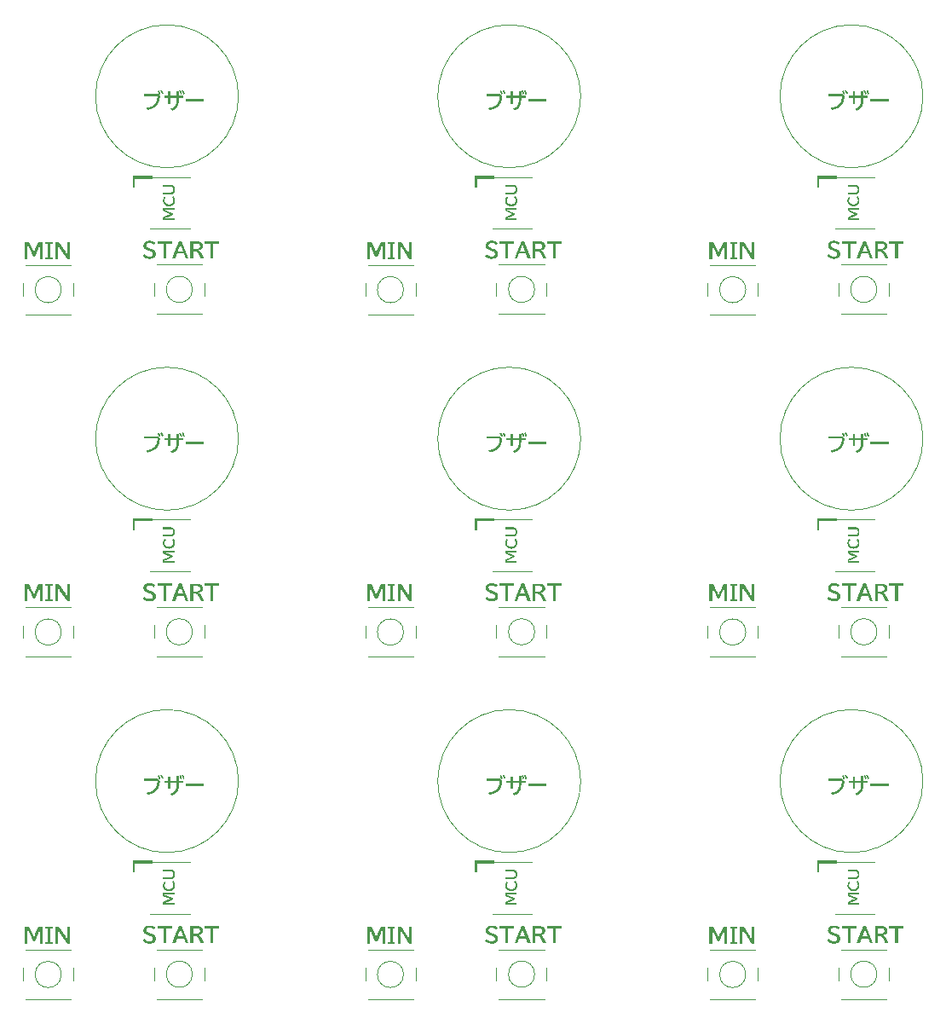
<source format=gbr>
%TF.GenerationSoftware,KiCad,Pcbnew,7.0.5*%
%TF.CreationDate,2023-10-26T18:16:14+09:00*%
%TF.ProjectId,clover_timer_p,636c6f76-6572-45f7-9469-6d65725f702e,rev?*%
%TF.SameCoordinates,Original*%
%TF.FileFunction,Legend,Top*%
%TF.FilePolarity,Positive*%
%FSLAX46Y46*%
G04 Gerber Fmt 4.6, Leading zero omitted, Abs format (unit mm)*
G04 Created by KiCad (PCBNEW 7.0.5) date 2023-10-26 18:16:14*
%MOMM*%
%LPD*%
G01*
G04 APERTURE LIST*
%ADD10C,0.300000*%
%ADD11C,0.250000*%
%ADD12C,0.120000*%
%ADD13C,0.100000*%
G04 APERTURE END LIST*
D10*
G36*
X179041067Y-142067644D02*
G01*
X179054446Y-142082363D01*
X179068022Y-142096614D01*
X179081795Y-142110398D01*
X179095764Y-142123715D01*
X179109930Y-142136565D01*
X179124293Y-142148947D01*
X179138853Y-142160862D01*
X179153610Y-142172310D01*
X179168563Y-142183291D01*
X179183713Y-142193804D01*
X179199060Y-142203850D01*
X179214604Y-142213429D01*
X179230344Y-142222540D01*
X179246281Y-142231184D01*
X179262415Y-142239361D01*
X179278746Y-142247071D01*
X179295274Y-142254314D01*
X179311998Y-142261089D01*
X179328919Y-142267397D01*
X179346037Y-142273238D01*
X179363351Y-142278611D01*
X179380863Y-142283517D01*
X179398571Y-142287956D01*
X179416476Y-142291928D01*
X179434578Y-142295432D01*
X179452876Y-142298470D01*
X179471372Y-142301039D01*
X179490064Y-142303142D01*
X179508953Y-142304778D01*
X179528038Y-142305946D01*
X179547321Y-142306647D01*
X179566800Y-142306880D01*
X179584347Y-142306657D01*
X179601450Y-142305987D01*
X179618110Y-142304871D01*
X179634325Y-142303308D01*
X179650098Y-142301299D01*
X179665426Y-142298843D01*
X179680311Y-142295941D01*
X179694753Y-142292592D01*
X179715583Y-142286732D01*
X179735415Y-142279867D01*
X179754249Y-142271997D01*
X179772084Y-142263123D01*
X179788921Y-142253244D01*
X179794312Y-142249727D01*
X179806557Y-142240860D01*
X179818011Y-142231569D01*
X179833712Y-142216839D01*
X179847635Y-142201155D01*
X179859781Y-142184519D01*
X179870150Y-142166929D01*
X179878740Y-142148386D01*
X179885554Y-142128890D01*
X179890590Y-142108441D01*
X179893849Y-142087039D01*
X179895034Y-142072241D01*
X179895429Y-142057020D01*
X179894659Y-142036429D01*
X179892350Y-142016559D01*
X179888502Y-141997411D01*
X179883115Y-141978984D01*
X179876189Y-141961278D01*
X179867724Y-141944294D01*
X179857719Y-141928031D01*
X179846176Y-141912489D01*
X179833093Y-141897668D01*
X179818471Y-141883569D01*
X179807868Y-141874570D01*
X179795584Y-141865489D01*
X179780442Y-141855693D01*
X179762440Y-141845181D01*
X179748850Y-141837777D01*
X179733989Y-141830055D01*
X179717858Y-141822015D01*
X179700456Y-141813657D01*
X179681782Y-141804982D01*
X179661839Y-141795988D01*
X179640624Y-141786678D01*
X179618138Y-141777049D01*
X179594382Y-141767103D01*
X179569354Y-141756839D01*
X179543056Y-141746257D01*
X179529431Y-141740847D01*
X179490230Y-141725460D01*
X179420254Y-141697616D01*
X179405904Y-141691553D01*
X179394609Y-141686992D01*
X179380591Y-141681663D01*
X179366885Y-141676392D01*
X179340410Y-141666023D01*
X179315182Y-141655887D01*
X179291202Y-141645982D01*
X179268471Y-141636309D01*
X179246987Y-141626868D01*
X179226751Y-141617659D01*
X179207763Y-141608681D01*
X179190023Y-141599936D01*
X179173531Y-141591422D01*
X179158287Y-141583140D01*
X179144290Y-141575090D01*
X179131542Y-141567272D01*
X179114759Y-141555980D01*
X179100785Y-141545209D01*
X179090041Y-141534749D01*
X179079822Y-141524179D01*
X179075139Y-141519197D01*
X179061785Y-141504122D01*
X179049293Y-141488663D01*
X179037663Y-141472820D01*
X179026893Y-141456594D01*
X179016986Y-141439985D01*
X179007940Y-141422992D01*
X178999755Y-141405615D01*
X178992432Y-141387855D01*
X178985971Y-141369712D01*
X178980371Y-141351185D01*
X178975633Y-141332274D01*
X178971756Y-141312980D01*
X178968740Y-141293302D01*
X178966586Y-141273241D01*
X178965294Y-141252796D01*
X178964863Y-141231967D01*
X178965467Y-141205230D01*
X178967279Y-141179148D01*
X178970299Y-141153721D01*
X178974526Y-141128950D01*
X178979962Y-141104835D01*
X178986605Y-141081375D01*
X178994456Y-141058570D01*
X179003515Y-141036420D01*
X179013782Y-141014927D01*
X179025256Y-140994088D01*
X179037939Y-140973905D01*
X179051829Y-140954378D01*
X179066927Y-140935506D01*
X179083233Y-140917289D01*
X179100747Y-140899728D01*
X179119469Y-140882822D01*
X179140109Y-140866008D01*
X179161635Y-140850279D01*
X179184049Y-140835634D01*
X179207351Y-140822074D01*
X179231539Y-140809599D01*
X179256615Y-140798209D01*
X179282579Y-140787904D01*
X179309429Y-140778683D01*
X179337167Y-140770547D01*
X179351368Y-140766886D01*
X179365792Y-140763496D01*
X179380437Y-140760378D01*
X179395304Y-140757530D01*
X179410393Y-140754954D01*
X179425704Y-140752648D01*
X179441236Y-140750614D01*
X179456991Y-140748852D01*
X179472967Y-140747360D01*
X179489165Y-140746140D01*
X179505585Y-140745191D01*
X179522227Y-140744513D01*
X179539090Y-140744106D01*
X179556175Y-140743970D01*
X179580009Y-140744192D01*
X179603516Y-140744857D01*
X179626698Y-140745967D01*
X179649552Y-140747519D01*
X179672081Y-140749516D01*
X179694283Y-140751956D01*
X179716159Y-140754839D01*
X179737709Y-140758167D01*
X179758932Y-140761938D01*
X179779829Y-140766152D01*
X179800400Y-140770811D01*
X179820645Y-140775913D01*
X179840563Y-140781458D01*
X179860155Y-140787447D01*
X179879420Y-140793880D01*
X179898360Y-140800757D01*
X179913286Y-140806722D01*
X179928207Y-140813076D01*
X179943122Y-140819819D01*
X179958031Y-140826952D01*
X179972935Y-140834474D01*
X179987833Y-140842385D01*
X180002725Y-140850685D01*
X180017611Y-140859375D01*
X180032492Y-140868454D01*
X180047367Y-140877922D01*
X180062236Y-140887780D01*
X180077100Y-140898026D01*
X180091957Y-140908662D01*
X180106809Y-140919688D01*
X180121656Y-140931102D01*
X180136496Y-140942906D01*
X179994347Y-141140743D01*
X179982875Y-141130104D01*
X179971263Y-141119803D01*
X179959513Y-141109839D01*
X179947624Y-141100214D01*
X179935596Y-141090926D01*
X179923430Y-141081976D01*
X179911124Y-141073363D01*
X179898680Y-141065088D01*
X179886097Y-141057152D01*
X179873375Y-141049552D01*
X179860515Y-141042291D01*
X179847515Y-141035367D01*
X179834377Y-141028781D01*
X179821100Y-141022533D01*
X179807684Y-141016622D01*
X179794129Y-141011050D01*
X179780435Y-141005815D01*
X179766603Y-141000917D01*
X179752632Y-140996358D01*
X179738522Y-140992136D01*
X179724273Y-140988252D01*
X179709885Y-140984706D01*
X179695359Y-140981497D01*
X179680693Y-140978627D01*
X179665889Y-140976093D01*
X179650946Y-140973898D01*
X179635865Y-140972041D01*
X179620644Y-140970521D01*
X179605285Y-140969339D01*
X179589786Y-140968494D01*
X179574149Y-140967988D01*
X179558374Y-140967819D01*
X179537983Y-140968122D01*
X179518302Y-140969032D01*
X179499332Y-140970549D01*
X179481071Y-140972673D01*
X179463520Y-140975404D01*
X179446678Y-140978741D01*
X179430547Y-140982685D01*
X179415125Y-140987236D01*
X179400413Y-140992394D01*
X179386411Y-140998158D01*
X179373119Y-141004530D01*
X179354512Y-141015224D01*
X179337502Y-141027284D01*
X179322089Y-141040710D01*
X179317306Y-141045488D01*
X179305913Y-141058169D01*
X179295642Y-141071347D01*
X179286490Y-141085020D01*
X179278460Y-141099189D01*
X179271550Y-141113854D01*
X179265760Y-141129015D01*
X179261091Y-141144671D01*
X179257543Y-141160824D01*
X179255115Y-141177473D01*
X179253807Y-141194617D01*
X179253558Y-141206322D01*
X179254373Y-141226135D01*
X179256817Y-141245181D01*
X179260890Y-141263461D01*
X179266593Y-141280974D01*
X179273925Y-141297722D01*
X179282886Y-141313702D01*
X179293477Y-141328917D01*
X179305697Y-141343365D01*
X179319546Y-141357047D01*
X179335024Y-141369962D01*
X179346249Y-141378147D01*
X179362964Y-141388920D01*
X179378205Y-141397556D01*
X179395765Y-141406669D01*
X179415643Y-141416258D01*
X179430183Y-141422915D01*
X179445754Y-141429785D01*
X179462355Y-141436866D01*
X179479986Y-141444159D01*
X179498648Y-141451664D01*
X179518340Y-141459380D01*
X179539062Y-141467309D01*
X179560815Y-141475449D01*
X179583598Y-141483801D01*
X179595376Y-141488056D01*
X179677808Y-141518098D01*
X179694654Y-141524253D01*
X179711165Y-141530400D01*
X179727340Y-141536538D01*
X179743181Y-141542667D01*
X179758687Y-141548788D01*
X179773859Y-141554900D01*
X179788695Y-141561004D01*
X179803196Y-141567099D01*
X179817363Y-141573186D01*
X179831195Y-141579264D01*
X179844692Y-141585333D01*
X179870680Y-141597446D01*
X179895330Y-141609524D01*
X179918640Y-141621569D01*
X179940610Y-141633578D01*
X179961241Y-141645554D01*
X179980533Y-141657495D01*
X179998484Y-141669402D01*
X180015097Y-141681275D01*
X180030370Y-141693113D01*
X180044303Y-141704916D01*
X180050767Y-141710806D01*
X180067759Y-141727509D01*
X180083654Y-141744740D01*
X180098453Y-141762497D01*
X180112156Y-141780781D01*
X180124763Y-141799592D01*
X180136273Y-141818929D01*
X180146687Y-141838793D01*
X180156005Y-141859183D01*
X180164227Y-141880100D01*
X180171352Y-141901544D01*
X180177382Y-141923514D01*
X180182315Y-141946011D01*
X180186152Y-141969035D01*
X180188892Y-141992585D01*
X180190537Y-142016662D01*
X180191085Y-142041266D01*
X180190896Y-142056593D01*
X180190332Y-142071706D01*
X180189391Y-142086606D01*
X180188074Y-142101293D01*
X180184310Y-142130026D01*
X180179040Y-142157907D01*
X180172266Y-142184935D01*
X180163985Y-142211110D01*
X180154199Y-142236432D01*
X180142908Y-142260901D01*
X180130111Y-142284518D01*
X180115808Y-142307281D01*
X180100000Y-142329191D01*
X180082687Y-142350249D01*
X180063868Y-142370453D01*
X180043543Y-142389804D01*
X180021713Y-142408303D01*
X179998377Y-142425949D01*
X179978097Y-142439613D01*
X179956915Y-142452395D01*
X179934831Y-142464297D01*
X179911846Y-142475316D01*
X179887960Y-142485454D01*
X179863171Y-142494711D01*
X179837482Y-142503085D01*
X179810890Y-142510579D01*
X179783397Y-142517190D01*
X179755002Y-142522921D01*
X179740467Y-142525455D01*
X179725706Y-142527769D01*
X179710720Y-142529863D01*
X179695508Y-142531736D01*
X179680071Y-142533389D01*
X179664409Y-142534822D01*
X179648521Y-142536034D01*
X179632408Y-142537026D01*
X179616069Y-142537797D01*
X179599505Y-142538348D01*
X179582716Y-142538679D01*
X179565701Y-142538789D01*
X179539191Y-142538506D01*
X179513014Y-142537657D01*
X179487170Y-142536242D01*
X179461659Y-142534261D01*
X179436480Y-142531714D01*
X179411635Y-142528601D01*
X179387121Y-142524922D01*
X179362941Y-142520677D01*
X179339093Y-142515866D01*
X179315579Y-142510489D01*
X179292396Y-142504546D01*
X179269547Y-142498036D01*
X179247030Y-142490961D01*
X179224846Y-142483320D01*
X179202995Y-142475113D01*
X179181476Y-142466340D01*
X179160290Y-142457001D01*
X179139437Y-142447096D01*
X179118917Y-142436625D01*
X179098729Y-142425588D01*
X179078875Y-142413985D01*
X179059352Y-142401816D01*
X179040163Y-142389081D01*
X179021306Y-142375780D01*
X179002782Y-142361912D01*
X178984591Y-142347479D01*
X178966733Y-142332480D01*
X178949207Y-142316915D01*
X178932014Y-142300784D01*
X178915154Y-142284087D01*
X178898626Y-142266824D01*
X178882431Y-142248995D01*
X179041067Y-142067644D01*
G37*
G36*
X180347156Y-140776577D02*
G01*
X181795027Y-140776577D01*
X181795027Y-141014713D01*
X181207745Y-141014713D01*
X181207745Y-142491894D01*
X180933705Y-142491894D01*
X180933705Y-141014713D01*
X180347156Y-141014713D01*
X180347156Y-140776577D01*
G37*
G36*
X183429745Y-142491894D02*
G01*
X183134089Y-142491894D01*
X182958967Y-142022948D01*
X182292184Y-142022948D01*
X182117062Y-142491894D01*
X181821406Y-142491894D01*
X182090283Y-141801297D01*
X182365457Y-141801297D01*
X182884595Y-141801297D01*
X182724860Y-141366423D01*
X182716544Y-141343650D01*
X182708540Y-141321217D01*
X182700847Y-141299125D01*
X182693467Y-141277374D01*
X182686399Y-141255963D01*
X182679643Y-141234893D01*
X182673198Y-141214163D01*
X182667066Y-141193774D01*
X182661246Y-141173725D01*
X182655737Y-141154018D01*
X182650541Y-141134650D01*
X182645657Y-141115624D01*
X182641084Y-141096938D01*
X182636824Y-141078592D01*
X182632875Y-141060588D01*
X182629239Y-141042923D01*
X182620812Y-141042923D01*
X182617308Y-141060588D01*
X182613479Y-141078592D01*
X182609328Y-141096938D01*
X182604853Y-141115624D01*
X182600054Y-141134650D01*
X182594932Y-141154018D01*
X182589487Y-141173725D01*
X182583718Y-141193774D01*
X182577626Y-141214163D01*
X182571210Y-141234893D01*
X182564471Y-141255963D01*
X182557409Y-141277374D01*
X182550023Y-141299125D01*
X182542313Y-141321217D01*
X182534280Y-141343650D01*
X182525924Y-141366423D01*
X182365457Y-141801297D01*
X182090283Y-141801297D01*
X182487822Y-140780240D01*
X182761863Y-140780240D01*
X183429745Y-142491894D01*
G37*
G36*
X184249027Y-140799383D02*
G01*
X184265742Y-140799658D01*
X184282229Y-140800116D01*
X184298486Y-140800757D01*
X184314515Y-140801581D01*
X184330314Y-140802588D01*
X184345884Y-140803779D01*
X184361226Y-140805153D01*
X184376338Y-140806710D01*
X184391222Y-140808450D01*
X184405877Y-140810374D01*
X184434499Y-140814770D01*
X184462205Y-140819899D01*
X184488995Y-140825761D01*
X184514870Y-140832356D01*
X184539829Y-140839683D01*
X184563871Y-140847743D01*
X184586998Y-140856536D01*
X184609209Y-140866061D01*
X184630504Y-140876319D01*
X184650883Y-140887310D01*
X184660729Y-140893080D01*
X184673982Y-140901295D01*
X184686815Y-140909726D01*
X184699227Y-140918374D01*
X184711218Y-140927238D01*
X184722789Y-140936320D01*
X184744668Y-140955133D01*
X184764863Y-140974814D01*
X184783376Y-140995362D01*
X184800206Y-141016777D01*
X184815353Y-141039059D01*
X184828817Y-141062209D01*
X184840598Y-141086226D01*
X184850696Y-141111110D01*
X184859111Y-141136861D01*
X184865843Y-141163480D01*
X184870892Y-141190966D01*
X184874258Y-141219319D01*
X184875941Y-141248539D01*
X184876151Y-141263475D01*
X184875490Y-141289879D01*
X184873506Y-141315510D01*
X184870200Y-141340368D01*
X184865572Y-141364454D01*
X184859622Y-141387767D01*
X184852349Y-141410307D01*
X184843753Y-141432074D01*
X184833836Y-141453068D01*
X184822596Y-141473290D01*
X184810034Y-141492739D01*
X184796149Y-141511415D01*
X184780942Y-141529318D01*
X184764413Y-141546448D01*
X184746561Y-141562806D01*
X184727387Y-141578391D01*
X184706891Y-141593203D01*
X184693219Y-141602183D01*
X184678950Y-141610805D01*
X184664082Y-141619070D01*
X184648616Y-141626977D01*
X184632552Y-141634526D01*
X184615889Y-141641717D01*
X184598629Y-141648551D01*
X184580770Y-141655027D01*
X184562313Y-141661145D01*
X184543257Y-141666905D01*
X184523604Y-141672307D01*
X184503352Y-141677352D01*
X184482503Y-141682039D01*
X184461054Y-141686368D01*
X184439008Y-141690339D01*
X184416364Y-141693953D01*
X184416364Y-141700181D01*
X184435674Y-141706703D01*
X184454677Y-141714269D01*
X184473375Y-141722880D01*
X184491766Y-141732535D01*
X184509851Y-141743236D01*
X184527630Y-141754981D01*
X184545102Y-141767771D01*
X184562268Y-141781605D01*
X184579128Y-141796485D01*
X184595682Y-141812409D01*
X184611929Y-141829377D01*
X184627870Y-141847391D01*
X184643505Y-141866449D01*
X184658834Y-141886552D01*
X184673856Y-141907699D01*
X184688572Y-141929891D01*
X184704030Y-141954326D01*
X184711949Y-141967078D01*
X184719994Y-141980186D01*
X184728166Y-141993651D01*
X184736465Y-142007472D01*
X184744890Y-142021649D01*
X184753442Y-142036183D01*
X184762120Y-142051073D01*
X184770926Y-142066319D01*
X184779858Y-142081922D01*
X184788916Y-142097881D01*
X184798101Y-142114196D01*
X184807413Y-142130868D01*
X184816852Y-142147896D01*
X184826417Y-142165280D01*
X184836109Y-142183021D01*
X184845927Y-142201118D01*
X184855872Y-142219572D01*
X184865944Y-142238382D01*
X184876143Y-142257548D01*
X184886468Y-142277070D01*
X184896920Y-142296949D01*
X184907498Y-142317184D01*
X184918203Y-142337776D01*
X184929035Y-142358724D01*
X184939993Y-142380028D01*
X184951078Y-142401688D01*
X184962290Y-142423705D01*
X184973628Y-142446079D01*
X184985093Y-142468808D01*
X184996685Y-142491894D01*
X184666957Y-142491894D01*
X184654796Y-142464391D01*
X184642816Y-142437522D01*
X184631014Y-142411288D01*
X184619393Y-142385689D01*
X184607950Y-142360724D01*
X184596688Y-142336394D01*
X184585605Y-142312699D01*
X184574702Y-142289638D01*
X184563978Y-142267212D01*
X184553434Y-142245421D01*
X184543070Y-142224265D01*
X184532885Y-142203743D01*
X184522880Y-142183856D01*
X184513054Y-142164603D01*
X184503408Y-142145986D01*
X184493941Y-142128003D01*
X184484655Y-142110655D01*
X184475547Y-142093941D01*
X184466620Y-142077862D01*
X184457872Y-142062418D01*
X184449303Y-142047608D01*
X184440914Y-142033434D01*
X184432705Y-142019894D01*
X184424676Y-142006988D01*
X184409155Y-141983081D01*
X184394353Y-141961714D01*
X184380270Y-141942884D01*
X184366905Y-141926594D01*
X184351649Y-141909869D01*
X184335741Y-141894222D01*
X184319180Y-141879655D01*
X184301967Y-141866167D01*
X184284101Y-141853758D01*
X184265582Y-141842428D01*
X184246411Y-141832177D01*
X184226587Y-141823005D01*
X184206111Y-141814912D01*
X184184982Y-141807898D01*
X184163200Y-141801963D01*
X184140766Y-141797107D01*
X184117680Y-141793330D01*
X184093940Y-141790633D01*
X184069548Y-141789014D01*
X184044504Y-141788475D01*
X183905286Y-141788475D01*
X183905286Y-142491894D01*
X183631245Y-142491894D01*
X183631245Y-141014713D01*
X183905286Y-141014713D01*
X183905286Y-141577449D01*
X184154780Y-141577449D01*
X184177433Y-141577198D01*
X184199505Y-141576447D01*
X184220996Y-141575195D01*
X184241906Y-141573442D01*
X184262235Y-141571188D01*
X184281983Y-141568433D01*
X184301149Y-141565177D01*
X184319735Y-141561420D01*
X184337740Y-141557163D01*
X184355164Y-141552404D01*
X184372007Y-141547145D01*
X184388268Y-141541385D01*
X184403949Y-141535124D01*
X184419049Y-141528362D01*
X184433567Y-141521099D01*
X184447505Y-141513335D01*
X184464097Y-141503023D01*
X184479619Y-141492143D01*
X184494070Y-141480697D01*
X184507451Y-141468685D01*
X184519761Y-141456105D01*
X184531001Y-141442959D01*
X184541171Y-141429246D01*
X184550270Y-141414966D01*
X184558298Y-141400120D01*
X184565257Y-141384707D01*
X184571144Y-141368727D01*
X184575961Y-141352181D01*
X184579708Y-141335067D01*
X184582384Y-141317388D01*
X184583990Y-141299141D01*
X184584525Y-141280327D01*
X184584125Y-141263986D01*
X184582926Y-141248163D01*
X184580928Y-141232859D01*
X184578131Y-141218074D01*
X184574534Y-141203808D01*
X184564943Y-141176831D01*
X184552154Y-141151930D01*
X184536169Y-141129104D01*
X184516986Y-141108353D01*
X184494607Y-141089677D01*
X184482218Y-141081117D01*
X184469030Y-141073076D01*
X184455042Y-141065554D01*
X184440256Y-141058550D01*
X184424670Y-141052065D01*
X184408285Y-141046099D01*
X184391100Y-141040652D01*
X184373117Y-141035724D01*
X184354334Y-141031314D01*
X184334751Y-141027423D01*
X184314370Y-141024051D01*
X184293189Y-141021198D01*
X184271209Y-141018864D01*
X184248430Y-141017048D01*
X184224851Y-141015751D01*
X184200473Y-141014973D01*
X184175296Y-141014713D01*
X183905286Y-141014713D01*
X183631245Y-141014713D01*
X183631245Y-140799291D01*
X184232083Y-140799291D01*
X184249027Y-140799383D01*
G37*
G36*
X185048342Y-140776577D02*
G01*
X186496214Y-140776577D01*
X186496214Y-141014713D01*
X185908932Y-141014713D01*
X185908932Y-142491894D01*
X185634891Y-142491894D01*
X185634891Y-141014713D01*
X185048342Y-141014713D01*
X185048342Y-140776577D01*
G37*
G36*
X179022732Y-126163789D02*
G01*
X180385973Y-126163789D01*
X180607257Y-126356130D01*
X180604702Y-126381943D01*
X180602031Y-126407404D01*
X180599241Y-126432513D01*
X180596335Y-126457269D01*
X180593311Y-126481674D01*
X180590170Y-126505727D01*
X180586911Y-126529427D01*
X180583535Y-126552776D01*
X180580042Y-126575773D01*
X180576431Y-126598417D01*
X180572703Y-126620709D01*
X180568857Y-126642650D01*
X180564895Y-126664238D01*
X180560815Y-126685474D01*
X180556617Y-126706358D01*
X180552302Y-126726891D01*
X180547870Y-126747071D01*
X180543321Y-126766899D01*
X180538654Y-126786375D01*
X180533870Y-126805499D01*
X180528968Y-126824271D01*
X180523949Y-126842690D01*
X180518813Y-126860758D01*
X180513559Y-126878474D01*
X180508188Y-126895838D01*
X180502700Y-126912849D01*
X180497094Y-126929509D01*
X180491371Y-126945816D01*
X180485531Y-126961772D01*
X180479573Y-126977375D01*
X180473498Y-126992626D01*
X180467306Y-127007526D01*
X180457959Y-127029011D01*
X180448236Y-127050190D01*
X180438138Y-127071063D01*
X180427664Y-127091629D01*
X180416814Y-127111889D01*
X180405589Y-127131843D01*
X180393988Y-127151491D01*
X180382012Y-127170833D01*
X180369659Y-127189868D01*
X180356931Y-127208597D01*
X180343828Y-127227019D01*
X180330349Y-127245136D01*
X180316494Y-127262946D01*
X180302263Y-127280450D01*
X180287657Y-127297648D01*
X180272675Y-127314539D01*
X180257317Y-127331124D01*
X180241584Y-127347403D01*
X180225475Y-127363376D01*
X180208990Y-127379042D01*
X180192130Y-127394402D01*
X180174894Y-127409456D01*
X180157283Y-127424203D01*
X180139295Y-127438645D01*
X180120932Y-127452780D01*
X180102194Y-127466609D01*
X180083080Y-127480131D01*
X180063590Y-127493348D01*
X180043724Y-127506258D01*
X180023483Y-127518861D01*
X180002866Y-127531159D01*
X179981873Y-127543150D01*
X179967673Y-127551039D01*
X179953144Y-127558861D01*
X179938286Y-127566615D01*
X179923100Y-127574303D01*
X179907586Y-127581923D01*
X179891743Y-127589475D01*
X179875572Y-127596961D01*
X179859072Y-127604379D01*
X179842244Y-127611730D01*
X179825088Y-127619013D01*
X179807603Y-127626230D01*
X179789790Y-127633379D01*
X179771648Y-127640461D01*
X179753177Y-127647475D01*
X179734379Y-127654423D01*
X179715252Y-127661303D01*
X179695796Y-127668116D01*
X179676012Y-127674861D01*
X179655900Y-127681539D01*
X179635459Y-127688150D01*
X179614689Y-127694694D01*
X179593591Y-127701171D01*
X179572165Y-127707580D01*
X179550411Y-127713922D01*
X179528327Y-127720196D01*
X179505916Y-127726404D01*
X179483176Y-127732544D01*
X179460108Y-127738617D01*
X179436711Y-127744623D01*
X179412985Y-127750561D01*
X179388932Y-127756432D01*
X179364549Y-127762236D01*
X179246214Y-127554508D01*
X179267575Y-127550579D01*
X179288658Y-127546578D01*
X179309461Y-127542504D01*
X179329985Y-127538359D01*
X179350230Y-127534141D01*
X179370197Y-127529851D01*
X179389884Y-127525489D01*
X179409292Y-127521054D01*
X179428421Y-127516547D01*
X179447270Y-127511968D01*
X179465841Y-127507316D01*
X179484133Y-127502593D01*
X179502146Y-127497797D01*
X179519879Y-127492928D01*
X179537334Y-127487988D01*
X179554509Y-127482975D01*
X179571406Y-127477890D01*
X179588023Y-127472732D01*
X179604361Y-127467503D01*
X179620420Y-127462201D01*
X179636201Y-127456827D01*
X179651702Y-127451380D01*
X179666924Y-127445862D01*
X179681867Y-127440271D01*
X179696531Y-127434607D01*
X179710915Y-127428872D01*
X179725021Y-127423064D01*
X179738848Y-127417184D01*
X179752395Y-127411232D01*
X179778653Y-127399110D01*
X179791364Y-127392941D01*
X179811647Y-127382725D01*
X179831557Y-127372183D01*
X179851092Y-127361313D01*
X179870252Y-127350116D01*
X179889039Y-127338593D01*
X179907451Y-127326742D01*
X179925489Y-127314564D01*
X179943153Y-127302060D01*
X179960443Y-127289228D01*
X179977358Y-127276069D01*
X179993899Y-127262584D01*
X180010066Y-127248771D01*
X180025859Y-127234631D01*
X180041277Y-127220164D01*
X180056321Y-127205371D01*
X180070991Y-127190250D01*
X180085287Y-127174802D01*
X180099209Y-127159027D01*
X180112756Y-127142926D01*
X180125929Y-127126497D01*
X180138728Y-127109741D01*
X180151152Y-127092658D01*
X180163202Y-127075248D01*
X180174878Y-127057511D01*
X180186180Y-127039448D01*
X180197108Y-127021057D01*
X180207661Y-127002339D01*
X180217840Y-126983294D01*
X180227645Y-126963922D01*
X180237076Y-126944223D01*
X180246132Y-126924197D01*
X180254815Y-126903845D01*
X180265111Y-126877794D01*
X180274844Y-126850842D01*
X180284014Y-126822988D01*
X180288387Y-126808723D01*
X180292619Y-126794233D01*
X180296710Y-126779517D01*
X180300660Y-126764576D01*
X180304469Y-126749410D01*
X180308138Y-126734018D01*
X180311665Y-126718400D01*
X180315051Y-126702557D01*
X180318297Y-126686489D01*
X180321401Y-126670196D01*
X180324365Y-126653677D01*
X180327187Y-126636932D01*
X180329869Y-126619963D01*
X180332409Y-126602768D01*
X180334809Y-126585347D01*
X180337068Y-126567701D01*
X180339185Y-126549830D01*
X180341162Y-126531733D01*
X180342998Y-126513411D01*
X180344693Y-126494863D01*
X180346246Y-126476090D01*
X180347659Y-126457092D01*
X180348931Y-126437868D01*
X180350062Y-126418419D01*
X180351052Y-126398745D01*
X180351901Y-126378845D01*
X179022732Y-126378845D01*
X179022732Y-126163789D01*
G37*
G36*
X180502110Y-126217278D02*
G01*
X180494005Y-126192903D01*
X180485624Y-126168780D01*
X180476969Y-126144910D01*
X180468039Y-126121290D01*
X180458834Y-126097923D01*
X180449354Y-126074808D01*
X180439600Y-126051945D01*
X180429570Y-126029333D01*
X180419266Y-126006973D01*
X180408688Y-125984866D01*
X180397834Y-125963010D01*
X180386706Y-125941406D01*
X180375303Y-125920053D01*
X180363625Y-125898953D01*
X180351672Y-125878105D01*
X180339445Y-125857508D01*
X180504309Y-125819406D01*
X180515081Y-125834877D01*
X180525781Y-125851154D01*
X180536410Y-125868239D01*
X180546967Y-125886130D01*
X180557453Y-125904829D01*
X180567867Y-125924335D01*
X180578210Y-125944649D01*
X180588481Y-125965769D01*
X180598680Y-125987696D01*
X180608808Y-126010431D01*
X180618865Y-126033973D01*
X180628850Y-126058322D01*
X180638763Y-126083478D01*
X180648605Y-126109441D01*
X180658375Y-126136211D01*
X180668073Y-126163789D01*
X180502110Y-126217278D01*
G37*
G36*
X180797034Y-126175146D02*
G01*
X180789593Y-126152892D01*
X180781744Y-126130736D01*
X180773485Y-126108677D01*
X180764817Y-126086715D01*
X180755739Y-126064850D01*
X180746252Y-126043083D01*
X180736356Y-126021413D01*
X180726051Y-125999841D01*
X180715336Y-125978365D01*
X180704212Y-125956988D01*
X180692679Y-125935707D01*
X180680736Y-125914524D01*
X180668384Y-125893438D01*
X180655623Y-125872449D01*
X180642452Y-125851558D01*
X180628872Y-125830764D01*
X180784577Y-125792662D01*
X180797712Y-125810124D01*
X180810555Y-125827982D01*
X180823106Y-125846234D01*
X180835365Y-125864881D01*
X180847332Y-125883924D01*
X180859007Y-125903361D01*
X180870390Y-125923193D01*
X180881481Y-125943421D01*
X180892280Y-125964043D01*
X180902787Y-125985060D01*
X180913002Y-126006473D01*
X180922926Y-126028280D01*
X180932557Y-126050482D01*
X180941896Y-126073079D01*
X180950944Y-126096071D01*
X180959699Y-126119459D01*
X180797034Y-126175146D01*
G37*
G36*
X182262124Y-125918325D02*
G01*
X182493667Y-125918325D01*
X182493667Y-126355031D01*
X182924511Y-126355031D01*
X182924511Y-126566423D01*
X182493667Y-126566423D01*
X182493375Y-126588217D01*
X182493005Y-126609727D01*
X182492557Y-126630953D01*
X182492029Y-126651895D01*
X182491423Y-126672552D01*
X182490739Y-126692926D01*
X182489975Y-126713016D01*
X182489133Y-126732821D01*
X182488212Y-126752343D01*
X182487212Y-126771580D01*
X182486134Y-126790533D01*
X182484977Y-126809202D01*
X182483741Y-126827588D01*
X182482427Y-126845689D01*
X182481034Y-126863506D01*
X182479562Y-126881038D01*
X182478011Y-126898287D01*
X182476382Y-126915252D01*
X182474674Y-126931933D01*
X182472887Y-126948329D01*
X182471021Y-126964442D01*
X182469077Y-126980270D01*
X182467054Y-126995815D01*
X182464953Y-127011075D01*
X182462773Y-127026051D01*
X182460514Y-127040743D01*
X182455759Y-127069275D01*
X182450690Y-127096671D01*
X182445307Y-127122930D01*
X182441219Y-127141009D01*
X182436923Y-127158838D01*
X182432420Y-127176418D01*
X182427710Y-127193747D01*
X182422792Y-127210827D01*
X182417666Y-127227658D01*
X182412333Y-127244238D01*
X182406793Y-127260569D01*
X182401044Y-127276650D01*
X182395089Y-127292481D01*
X182388926Y-127308063D01*
X182382555Y-127323395D01*
X182375977Y-127338477D01*
X182369192Y-127353309D01*
X182362198Y-127367892D01*
X182354998Y-127382225D01*
X182347590Y-127396308D01*
X182339974Y-127410141D01*
X182332151Y-127423725D01*
X182324120Y-127437059D01*
X182315882Y-127450143D01*
X182307436Y-127462978D01*
X182298783Y-127475563D01*
X182289922Y-127487898D01*
X182280854Y-127499983D01*
X182271578Y-127511819D01*
X182262095Y-127523405D01*
X182252404Y-127534741D01*
X182242506Y-127545827D01*
X182232400Y-127556664D01*
X182222087Y-127567251D01*
X182211566Y-127577588D01*
X182192813Y-127595323D01*
X182173373Y-127612622D01*
X182153246Y-127629486D01*
X182132431Y-127645915D01*
X182110930Y-127661910D01*
X182088743Y-127677469D01*
X182065868Y-127692593D01*
X182042306Y-127707281D01*
X182018057Y-127721535D01*
X181993121Y-127735354D01*
X181967499Y-127748738D01*
X181941189Y-127761687D01*
X181927777Y-127767998D01*
X181914193Y-127774200D01*
X181900437Y-127780294D01*
X181886509Y-127786279D01*
X181872410Y-127792155D01*
X181858139Y-127797922D01*
X181843696Y-127803581D01*
X181829082Y-127809131D01*
X181684002Y-127624849D01*
X181706615Y-127616582D01*
X181728752Y-127608035D01*
X181750413Y-127599211D01*
X181771597Y-127590108D01*
X181792304Y-127580727D01*
X181812535Y-127571067D01*
X181832290Y-127561129D01*
X181851567Y-127550913D01*
X181870369Y-127540418D01*
X181888693Y-127529645D01*
X181906541Y-127518593D01*
X181923913Y-127507264D01*
X181940808Y-127495656D01*
X181957226Y-127483769D01*
X181973168Y-127471604D01*
X181988633Y-127459161D01*
X182003622Y-127446440D01*
X182018134Y-127433440D01*
X182032170Y-127420162D01*
X182045729Y-127406605D01*
X182058812Y-127392770D01*
X182071417Y-127378657D01*
X182083547Y-127364265D01*
X182095200Y-127349595D01*
X182106376Y-127334647D01*
X182117076Y-127319420D01*
X182127299Y-127303915D01*
X182137045Y-127288132D01*
X182146315Y-127272070D01*
X182155109Y-127255730D01*
X182163426Y-127239112D01*
X182171266Y-127222215D01*
X182181667Y-127197199D01*
X182191439Y-127170054D01*
X182196089Y-127155683D01*
X182200581Y-127140779D01*
X182204916Y-127125343D01*
X182209093Y-127109375D01*
X182213113Y-127092874D01*
X182216976Y-127075841D01*
X182220681Y-127058276D01*
X182224229Y-127040178D01*
X182227619Y-127021548D01*
X182230852Y-127002385D01*
X182233927Y-126982690D01*
X182236845Y-126962463D01*
X182239606Y-126941703D01*
X182242209Y-126920411D01*
X182244655Y-126898587D01*
X182246943Y-126876230D01*
X182249074Y-126853341D01*
X182251048Y-126829919D01*
X182252864Y-126805965D01*
X182254522Y-126781479D01*
X182256024Y-126756460D01*
X182257367Y-126730909D01*
X182258554Y-126704826D01*
X182259583Y-126678210D01*
X182260454Y-126651062D01*
X182261168Y-126623381D01*
X182261725Y-126595168D01*
X182262124Y-126566423D01*
X181656158Y-126566423D01*
X181656158Y-127136120D01*
X181424249Y-127136120D01*
X181424249Y-126566423D01*
X181037735Y-126566423D01*
X181037735Y-126355031D01*
X181424249Y-126355031D01*
X181424249Y-125932613D01*
X181656158Y-125932613D01*
X181656158Y-126355031D01*
X182262124Y-126355031D01*
X182262124Y-125918325D01*
G37*
G36*
X182654501Y-126224239D02*
G01*
X182648411Y-126200276D01*
X182641958Y-126176383D01*
X182635142Y-126152557D01*
X182627962Y-126128801D01*
X182620419Y-126105113D01*
X182612512Y-126081494D01*
X182604241Y-126057944D01*
X182595607Y-126034462D01*
X182586610Y-126011049D01*
X182577249Y-125987705D01*
X182567525Y-125964429D01*
X182557437Y-125941222D01*
X182546986Y-125918084D01*
X182536171Y-125895015D01*
X182524992Y-125872014D01*
X182513450Y-125849082D01*
X182666957Y-125820505D01*
X182679253Y-125841789D01*
X182691137Y-125863233D01*
X182702609Y-125884837D01*
X182713668Y-125906601D01*
X182724316Y-125928526D01*
X182734551Y-125950611D01*
X182744374Y-125972856D01*
X182753785Y-125995261D01*
X182762784Y-126017827D01*
X182771371Y-126040553D01*
X182779545Y-126063439D01*
X182787308Y-126086486D01*
X182794658Y-126109693D01*
X182801596Y-126133060D01*
X182808122Y-126156587D01*
X182814235Y-126180275D01*
X182654501Y-126224239D01*
G37*
G36*
X182910223Y-126195662D02*
G01*
X182905958Y-126181325D01*
X182901682Y-126167165D01*
X182893095Y-126139374D01*
X182884463Y-126112290D01*
X182875785Y-126085913D01*
X182867061Y-126060244D01*
X182858291Y-126035281D01*
X182849475Y-126011025D01*
X182840614Y-125987476D01*
X182831706Y-125964634D01*
X182822753Y-125942499D01*
X182813755Y-125921071D01*
X182804710Y-125900350D01*
X182795619Y-125880336D01*
X182786483Y-125861029D01*
X182777301Y-125842429D01*
X182768073Y-125824535D01*
X182916451Y-125792662D01*
X182927760Y-125811571D01*
X182938788Y-125830930D01*
X182949535Y-125850738D01*
X182960003Y-125870995D01*
X182970189Y-125891702D01*
X182980095Y-125912858D01*
X182989721Y-125934463D01*
X182999066Y-125956518D01*
X183008131Y-125979022D01*
X183016915Y-126001976D01*
X183025419Y-126025379D01*
X183033642Y-126049231D01*
X183041584Y-126073533D01*
X183049247Y-126098284D01*
X183056628Y-126123484D01*
X183063729Y-126149134D01*
X182910223Y-126195662D01*
G37*
G36*
X183162648Y-126686591D02*
G01*
X184977250Y-126686591D01*
X184977250Y-126918133D01*
X183162648Y-126918133D01*
X183162648Y-126686591D01*
G37*
G36*
X167196092Y-140855240D02*
G01*
X167607152Y-140855240D01*
X167943108Y-141566353D01*
X167952687Y-141587134D01*
X167962096Y-141608262D01*
X167971337Y-141629736D01*
X167980409Y-141651556D01*
X167989312Y-141673722D01*
X167998046Y-141696235D01*
X168006611Y-141719094D01*
X168015007Y-141742300D01*
X168023235Y-141765852D01*
X168031293Y-141789750D01*
X168039183Y-141813994D01*
X168046904Y-141838585D01*
X168054456Y-141863522D01*
X168061839Y-141888805D01*
X168069053Y-141914435D01*
X168076099Y-141940411D01*
X168084159Y-141940411D01*
X168091075Y-141914693D01*
X168098178Y-141889286D01*
X168105466Y-141864192D01*
X168112941Y-141839409D01*
X168120602Y-141814939D01*
X168128449Y-141790780D01*
X168136481Y-141766933D01*
X168144700Y-141743399D01*
X168153105Y-141720176D01*
X168161696Y-141697266D01*
X168170473Y-141674667D01*
X168179436Y-141652380D01*
X168188585Y-141630406D01*
X168197920Y-141608743D01*
X168207442Y-141587392D01*
X168217149Y-141566353D01*
X168553105Y-140855240D01*
X168964166Y-140855240D01*
X168964166Y-142566894D01*
X168698551Y-142566894D01*
X168698551Y-141674797D01*
X168698563Y-141648871D01*
X168698599Y-141623392D01*
X168698658Y-141598359D01*
X168698740Y-141573772D01*
X168698847Y-141549632D01*
X168698977Y-141525939D01*
X168699130Y-141502692D01*
X168699307Y-141479891D01*
X168699508Y-141457537D01*
X168699732Y-141435630D01*
X168699980Y-141414169D01*
X168700252Y-141393155D01*
X168700547Y-141372587D01*
X168700866Y-141352465D01*
X168701208Y-141332790D01*
X168701574Y-141313562D01*
X168701964Y-141294780D01*
X168702377Y-141276445D01*
X168702814Y-141258556D01*
X168703274Y-141241113D01*
X168703758Y-141224118D01*
X168704266Y-141207568D01*
X168704797Y-141191465D01*
X168705352Y-141175809D01*
X168705931Y-141160599D01*
X168706533Y-141145836D01*
X168707808Y-141117649D01*
X168709177Y-141091248D01*
X168710642Y-141066632D01*
X168700383Y-141066632D01*
X168694459Y-141082312D01*
X168688548Y-141097891D01*
X168682650Y-141113367D01*
X168676764Y-141128743D01*
X168670892Y-141144016D01*
X168665032Y-141159188D01*
X168659185Y-141174258D01*
X168653351Y-141189227D01*
X168647530Y-141204094D01*
X168641722Y-141218860D01*
X168635927Y-141233524D01*
X168630144Y-141248086D01*
X168624375Y-141262546D01*
X168618618Y-141276905D01*
X168612874Y-141291163D01*
X168607144Y-141305319D01*
X168601426Y-141319373D01*
X168595720Y-141333326D01*
X168590028Y-141347177D01*
X168584349Y-141360926D01*
X168578682Y-141374574D01*
X168573029Y-141388120D01*
X168561760Y-141414907D01*
X168550543Y-141441289D01*
X168539378Y-141467263D01*
X168528264Y-141492831D01*
X168517201Y-141517993D01*
X168181245Y-142280764D01*
X167979012Y-142280764D01*
X167643422Y-141517993D01*
X167636921Y-141503201D01*
X167630469Y-141488452D01*
X167624067Y-141473748D01*
X167617714Y-141459089D01*
X167611410Y-141444473D01*
X167605156Y-141429903D01*
X167598951Y-141415376D01*
X167592795Y-141400894D01*
X167586689Y-141386456D01*
X167580632Y-141372063D01*
X167574625Y-141357714D01*
X167568667Y-141343409D01*
X167562758Y-141329149D01*
X167556899Y-141314933D01*
X167551089Y-141300761D01*
X167545328Y-141286634D01*
X167539617Y-141272551D01*
X167533955Y-141258513D01*
X167528343Y-141244519D01*
X167522780Y-141230569D01*
X167517266Y-141216664D01*
X167511802Y-141202803D01*
X167506387Y-141188986D01*
X167501021Y-141175214D01*
X167495705Y-141161486D01*
X167490438Y-141147802D01*
X167480053Y-141120568D01*
X167469864Y-141093512D01*
X167459874Y-141066632D01*
X167449616Y-141066632D01*
X167451124Y-141092106D01*
X167452535Y-141119252D01*
X167453849Y-141148068D01*
X167454469Y-141163104D01*
X167455065Y-141178557D01*
X167455637Y-141194428D01*
X167456184Y-141210717D01*
X167456708Y-141227423D01*
X167457206Y-141244548D01*
X167457681Y-141262091D01*
X167458131Y-141280051D01*
X167458557Y-141298429D01*
X167458958Y-141317226D01*
X167459335Y-141336440D01*
X167459688Y-141356072D01*
X167460016Y-141376122D01*
X167460320Y-141396589D01*
X167460600Y-141417475D01*
X167460856Y-141438778D01*
X167461087Y-141460500D01*
X167461294Y-141482639D01*
X167461476Y-141505196D01*
X167461634Y-141528171D01*
X167461768Y-141551564D01*
X167461877Y-141575375D01*
X167461963Y-141599604D01*
X167462023Y-141624250D01*
X167462060Y-141649315D01*
X167462072Y-141674797D01*
X167462072Y-142566894D01*
X167196092Y-142566894D01*
X167196092Y-140855240D01*
G37*
G36*
X169230146Y-140853042D02*
G01*
X169947121Y-140853042D01*
X169947121Y-141042819D01*
X169727669Y-141042819D01*
X169727669Y-142377484D01*
X169947121Y-142377484D01*
X169947121Y-142566894D01*
X169230146Y-142566894D01*
X169230146Y-142377484D01*
X169449598Y-142377484D01*
X169449598Y-141042819D01*
X169230146Y-141042819D01*
X169230146Y-140853042D01*
G37*
G36*
X170227390Y-140855240D02*
G01*
X170590090Y-140855240D01*
X171189829Y-141794232D01*
X171201370Y-141812606D01*
X171213007Y-141831733D01*
X171224738Y-141851612D01*
X171236563Y-141872245D01*
X171248483Y-141893630D01*
X171260497Y-141915768D01*
X171272605Y-141938658D01*
X171284808Y-141962301D01*
X171297106Y-141986698D01*
X171309498Y-142011847D01*
X171321984Y-142037748D01*
X171334565Y-142064403D01*
X171340891Y-142078012D01*
X171347241Y-142091810D01*
X171353614Y-142105796D01*
X171360010Y-142119970D01*
X171366431Y-142134332D01*
X171372875Y-142148883D01*
X171379342Y-142163621D01*
X171385833Y-142178548D01*
X171393893Y-142178548D01*
X171392631Y-142160451D01*
X171391409Y-142142385D01*
X171390227Y-142124350D01*
X171389085Y-142106346D01*
X171387983Y-142088372D01*
X171386921Y-142070429D01*
X171385899Y-142052517D01*
X171384918Y-142034636D01*
X171383976Y-142016785D01*
X171383074Y-141998965D01*
X171382213Y-141981176D01*
X171381391Y-141963418D01*
X171380610Y-141945690D01*
X171379869Y-141927993D01*
X171379167Y-141910327D01*
X171378506Y-141892692D01*
X171377885Y-141875088D01*
X171377304Y-141857514D01*
X171376763Y-141839971D01*
X171376262Y-141822459D01*
X171375801Y-141804978D01*
X171375381Y-141787527D01*
X171375000Y-141770107D01*
X171374659Y-141752718D01*
X171374359Y-141735360D01*
X171374098Y-141718032D01*
X171373878Y-141700736D01*
X171373698Y-141683470D01*
X171373557Y-141666234D01*
X171373457Y-141649030D01*
X171373397Y-141631856D01*
X171373377Y-141614713D01*
X171373377Y-140855240D01*
X171641189Y-140855240D01*
X171641189Y-142566894D01*
X171373377Y-142566894D01*
X170674720Y-141478060D01*
X170660432Y-141455581D01*
X170646419Y-141433025D01*
X170632680Y-141410392D01*
X170619216Y-141387682D01*
X170606027Y-141364894D01*
X170593113Y-141342030D01*
X170580473Y-141319087D01*
X170568108Y-141296068D01*
X170556018Y-141272971D01*
X170544203Y-141249797D01*
X170532663Y-141226546D01*
X170521397Y-141203218D01*
X170510406Y-141179812D01*
X170499690Y-141156329D01*
X170489248Y-141132768D01*
X170479082Y-141109131D01*
X170467725Y-141109131D01*
X170469550Y-141127625D01*
X170471318Y-141146152D01*
X170473028Y-141164711D01*
X170474680Y-141183302D01*
X170476274Y-141201926D01*
X170477810Y-141220581D01*
X170479288Y-141239269D01*
X170480708Y-141257989D01*
X170482070Y-141276741D01*
X170483374Y-141295526D01*
X170484620Y-141314342D01*
X170485808Y-141333191D01*
X170486938Y-141352072D01*
X170488011Y-141370985D01*
X170489025Y-141389931D01*
X170489981Y-141408908D01*
X170490880Y-141427918D01*
X170491720Y-141446960D01*
X170492502Y-141466034D01*
X170493227Y-141485141D01*
X170493893Y-141504279D01*
X170494502Y-141523450D01*
X170495053Y-141542653D01*
X170495545Y-141561888D01*
X170495980Y-141581156D01*
X170496357Y-141600455D01*
X170496676Y-141619787D01*
X170496936Y-141639151D01*
X170497139Y-141658547D01*
X170497284Y-141677976D01*
X170497371Y-141697436D01*
X170497400Y-141716929D01*
X170497400Y-142566894D01*
X170227390Y-142566894D01*
X170227390Y-140855240D01*
G37*
D11*
G36*
X180920160Y-138685938D02*
G01*
X180920160Y-138411898D01*
X181394235Y-138187927D01*
X181408089Y-138181541D01*
X181422174Y-138175268D01*
X181436490Y-138169108D01*
X181451037Y-138163060D01*
X181465815Y-138157125D01*
X181480823Y-138151302D01*
X181496063Y-138145592D01*
X181511533Y-138139994D01*
X181527234Y-138134509D01*
X181543166Y-138129137D01*
X181559329Y-138123877D01*
X181575723Y-138118730D01*
X181592348Y-138113695D01*
X181609203Y-138108773D01*
X181626290Y-138103964D01*
X181643607Y-138099267D01*
X181643607Y-138093893D01*
X181626462Y-138089282D01*
X181609524Y-138084547D01*
X181592794Y-138079688D01*
X181576273Y-138074705D01*
X181559959Y-138069598D01*
X181543853Y-138064367D01*
X181527955Y-138059012D01*
X181512266Y-138053532D01*
X181496784Y-138047929D01*
X181481510Y-138042202D01*
X181466444Y-138036350D01*
X181451587Y-138030375D01*
X181436937Y-138024276D01*
X181422495Y-138018052D01*
X181408261Y-138011705D01*
X181394235Y-138005233D01*
X180920160Y-137781263D01*
X180920160Y-137507222D01*
X182061263Y-137507222D01*
X182061263Y-137684298D01*
X181466531Y-137684298D01*
X181449247Y-137684290D01*
X181432261Y-137684267D01*
X181415572Y-137684227D01*
X181399181Y-137684172D01*
X181383088Y-137684101D01*
X181367292Y-137684015D01*
X181351794Y-137683912D01*
X181336594Y-137683794D01*
X181321691Y-137683661D01*
X181307086Y-137683511D01*
X181292779Y-137683346D01*
X181278770Y-137683165D01*
X181265058Y-137682968D01*
X181251643Y-137682755D01*
X181238527Y-137682527D01*
X181225708Y-137682283D01*
X181213187Y-137682023D01*
X181200963Y-137681748D01*
X181189037Y-137681457D01*
X181177409Y-137681150D01*
X181166078Y-137680827D01*
X181155045Y-137680489D01*
X181144310Y-137680134D01*
X181133872Y-137679764D01*
X181123733Y-137679379D01*
X181113890Y-137678977D01*
X181095099Y-137678127D01*
X181077498Y-137677214D01*
X181061088Y-137676238D01*
X181061088Y-137683077D01*
X181071541Y-137687026D01*
X181081927Y-137690967D01*
X181092245Y-137694899D01*
X181102495Y-137698823D01*
X181112677Y-137702738D01*
X181122792Y-137706644D01*
X181132839Y-137710542D01*
X181142818Y-137714432D01*
X181152729Y-137718312D01*
X181162573Y-137722184D01*
X181172349Y-137726048D01*
X181182057Y-137729903D01*
X181191697Y-137733749D01*
X181201270Y-137737587D01*
X181210775Y-137741416D01*
X181220212Y-137745237D01*
X181229582Y-137749049D01*
X181238884Y-137752852D01*
X181248118Y-137756647D01*
X181257284Y-137760433D01*
X181266382Y-137764211D01*
X181275413Y-137767980D01*
X181293271Y-137775492D01*
X181310859Y-137782970D01*
X181328175Y-137790414D01*
X181345221Y-137797823D01*
X181361995Y-137805198D01*
X181870509Y-138029169D01*
X181870509Y-138163991D01*
X181361995Y-138387718D01*
X181352134Y-138392052D01*
X181342301Y-138396353D01*
X181332499Y-138400621D01*
X181322726Y-138404857D01*
X181312982Y-138409059D01*
X181303268Y-138413229D01*
X181293584Y-138417365D01*
X181283929Y-138421469D01*
X181274304Y-138425540D01*
X181264708Y-138429578D01*
X181255142Y-138433583D01*
X181245606Y-138437555D01*
X181236099Y-138441494D01*
X181226622Y-138445400D01*
X181217174Y-138449273D01*
X181207756Y-138453114D01*
X181198367Y-138456921D01*
X181189008Y-138460696D01*
X181179679Y-138464437D01*
X181170379Y-138468146D01*
X181161109Y-138471822D01*
X181151868Y-138475465D01*
X181142657Y-138479075D01*
X181133476Y-138482652D01*
X181124324Y-138486196D01*
X181115201Y-138489707D01*
X181097045Y-138496631D01*
X181079008Y-138503423D01*
X181061088Y-138510083D01*
X181061088Y-138516922D01*
X181078071Y-138515916D01*
X181096168Y-138514976D01*
X181115379Y-138514100D01*
X181125402Y-138513686D01*
X181135704Y-138513289D01*
X181146285Y-138512908D01*
X181157144Y-138512543D01*
X181168282Y-138512194D01*
X181179699Y-138511862D01*
X181191394Y-138511545D01*
X181203367Y-138511245D01*
X181215619Y-138510961D01*
X181228150Y-138510694D01*
X181240960Y-138510442D01*
X181254048Y-138510207D01*
X181267414Y-138509988D01*
X181281059Y-138509786D01*
X181294983Y-138509599D01*
X181309185Y-138509429D01*
X181323666Y-138509275D01*
X181338426Y-138509137D01*
X181353464Y-138509015D01*
X181368781Y-138508910D01*
X181384376Y-138508821D01*
X181400250Y-138508748D01*
X181416402Y-138508691D01*
X181432833Y-138508650D01*
X181449543Y-138508626D01*
X181466531Y-138508618D01*
X182061263Y-138508618D01*
X182061263Y-138685938D01*
X180920160Y-138685938D01*
G37*
G36*
X181937920Y-136324842D02*
G01*
X181947432Y-136335706D01*
X181956642Y-136346743D01*
X181965550Y-136357953D01*
X181974156Y-136369337D01*
X181982460Y-136380893D01*
X181990462Y-136392623D01*
X181998162Y-136404526D01*
X182005560Y-136416601D01*
X182012656Y-136428851D01*
X182019450Y-136441273D01*
X182025943Y-136453868D01*
X182032133Y-136466637D01*
X182038021Y-136479579D01*
X182043607Y-136492694D01*
X182048892Y-136505982D01*
X182053874Y-136519443D01*
X182058555Y-136533077D01*
X182062933Y-136546885D01*
X182067010Y-136560866D01*
X182070784Y-136575020D01*
X182074257Y-136589347D01*
X182077427Y-136603847D01*
X182080296Y-136618520D01*
X182082863Y-136633367D01*
X182085128Y-136648387D01*
X182087090Y-136663580D01*
X182088751Y-136678946D01*
X182090110Y-136694485D01*
X182091167Y-136710197D01*
X182091922Y-136726083D01*
X182092375Y-136742142D01*
X182092526Y-136758374D01*
X182092347Y-136774850D01*
X182091813Y-136791124D01*
X182090922Y-136807195D01*
X182089675Y-136823064D01*
X182088071Y-136838729D01*
X182086111Y-136854192D01*
X182083795Y-136869452D01*
X182081123Y-136884510D01*
X182078094Y-136899364D01*
X182074708Y-136914016D01*
X182070967Y-136928466D01*
X182066869Y-136942712D01*
X182062414Y-136956756D01*
X182057604Y-136970597D01*
X182052437Y-136984235D01*
X182046913Y-136997670D01*
X182041034Y-137010903D01*
X182034798Y-137023933D01*
X182028205Y-137036761D01*
X182021256Y-137049385D01*
X182013951Y-137061807D01*
X182006290Y-137074026D01*
X181998272Y-137086042D01*
X181989898Y-137097856D01*
X181981167Y-137109467D01*
X181972081Y-137120875D01*
X181962637Y-137132080D01*
X181952838Y-137143083D01*
X181942682Y-137153883D01*
X181932170Y-137164480D01*
X181921301Y-137174874D01*
X181910076Y-137185066D01*
X181900304Y-137193511D01*
X181890343Y-137201688D01*
X181880194Y-137209596D01*
X181869856Y-137217237D01*
X181859330Y-137224610D01*
X181848616Y-137231714D01*
X181837713Y-137238551D01*
X181826622Y-137245119D01*
X181815342Y-137251419D01*
X181803874Y-137257451D01*
X181792217Y-137263215D01*
X181780372Y-137268711D01*
X181768338Y-137273939D01*
X181756116Y-137278899D01*
X181743706Y-137283591D01*
X181731107Y-137288014D01*
X181718320Y-137292170D01*
X181705344Y-137296057D01*
X181692180Y-137299676D01*
X181678828Y-137303027D01*
X181665287Y-137306111D01*
X181651558Y-137308926D01*
X181637640Y-137311472D01*
X181623534Y-137313751D01*
X181609239Y-137315762D01*
X181594756Y-137317505D01*
X181580084Y-137318979D01*
X181565224Y-137320186D01*
X181550176Y-137321124D01*
X181534939Y-137321794D01*
X181519514Y-137322196D01*
X181503900Y-137322330D01*
X181489029Y-137322200D01*
X181474305Y-137321810D01*
X181459728Y-137321160D01*
X181445297Y-137320250D01*
X181431014Y-137319080D01*
X181416877Y-137317651D01*
X181402888Y-137315961D01*
X181389045Y-137314011D01*
X181375349Y-137311801D01*
X181361801Y-137309331D01*
X181348399Y-137306601D01*
X181335144Y-137303611D01*
X181322036Y-137300362D01*
X181309075Y-137296852D01*
X181296261Y-137293082D01*
X181283593Y-137289052D01*
X181271073Y-137284762D01*
X181258700Y-137280213D01*
X181246473Y-137275403D01*
X181234394Y-137270333D01*
X181222461Y-137265004D01*
X181210675Y-137259414D01*
X181199037Y-137253564D01*
X181187545Y-137247455D01*
X181176200Y-137241085D01*
X181165002Y-137234455D01*
X181153951Y-137227566D01*
X181143047Y-137220416D01*
X181132290Y-137213007D01*
X181121679Y-137205337D01*
X181111216Y-137197407D01*
X181100900Y-137189218D01*
X181088923Y-137179196D01*
X181077327Y-137168976D01*
X181066112Y-137158558D01*
X181055276Y-137147941D01*
X181044820Y-137137126D01*
X181034745Y-137126112D01*
X181025050Y-137114899D01*
X181015735Y-137103489D01*
X181006801Y-137091880D01*
X180998246Y-137080072D01*
X180990072Y-137068066D01*
X180982278Y-137055861D01*
X180974864Y-137043458D01*
X180967830Y-137030857D01*
X180961177Y-137018057D01*
X180954904Y-137005059D01*
X180949010Y-136991862D01*
X180943498Y-136978467D01*
X180938365Y-136964873D01*
X180933612Y-136951081D01*
X180929240Y-136937091D01*
X180925248Y-136922902D01*
X180921636Y-136908514D01*
X180918405Y-136893928D01*
X180915553Y-136879144D01*
X180913082Y-136864161D01*
X180910991Y-136848980D01*
X180909280Y-136833600D01*
X180907949Y-136818022D01*
X180906999Y-136802246D01*
X180906428Y-136786271D01*
X180906238Y-136770097D01*
X180906459Y-136751662D01*
X180907120Y-136733480D01*
X180908222Y-136715552D01*
X180909764Y-136697878D01*
X180911748Y-136680457D01*
X180914172Y-136663291D01*
X180917037Y-136646378D01*
X180920343Y-136629719D01*
X180924090Y-136613313D01*
X180928277Y-136597162D01*
X180932905Y-136581264D01*
X180937974Y-136565620D01*
X180943484Y-136550230D01*
X180949435Y-136535094D01*
X180955826Y-136520211D01*
X180962658Y-136505582D01*
X180967516Y-136495847D01*
X180972687Y-136486058D01*
X180978171Y-136476216D01*
X180983968Y-136466320D01*
X180990078Y-136456371D01*
X180996501Y-136446369D01*
X181003237Y-136436313D01*
X181010286Y-136426203D01*
X181017647Y-136416040D01*
X181025322Y-136405824D01*
X181033309Y-136395555D01*
X181041610Y-136385232D01*
X181050223Y-136374855D01*
X181059149Y-136364425D01*
X181068389Y-136353942D01*
X181077941Y-136343405D01*
X181203726Y-136452826D01*
X181194935Y-136460566D01*
X181186424Y-136468430D01*
X181178191Y-136476417D01*
X181170238Y-136484528D01*
X181162564Y-136492762D01*
X181155168Y-136501120D01*
X181148052Y-136509601D01*
X181141215Y-136518206D01*
X181134657Y-136526935D01*
X181128378Y-136535787D01*
X181122378Y-136544763D01*
X181116657Y-136553862D01*
X181111215Y-136563085D01*
X181106053Y-136572431D01*
X181101169Y-136581901D01*
X181096564Y-136591495D01*
X181092239Y-136601212D01*
X181088192Y-136611052D01*
X181084425Y-136621016D01*
X181080937Y-136631104D01*
X181077727Y-136641315D01*
X181074797Y-136651650D01*
X181072146Y-136662108D01*
X181069774Y-136672690D01*
X181067681Y-136683396D01*
X181065867Y-136694224D01*
X181064332Y-136705177D01*
X181063076Y-136716253D01*
X181062100Y-136727453D01*
X181061402Y-136738776D01*
X181060983Y-136750223D01*
X181060844Y-136761793D01*
X181060964Y-136771914D01*
X181061323Y-136781911D01*
X181061922Y-136791787D01*
X181062760Y-136801540D01*
X181065154Y-136820677D01*
X181068507Y-136839325D01*
X181072818Y-136857482D01*
X181078086Y-136875148D01*
X181084312Y-136892325D01*
X181091496Y-136909010D01*
X181099638Y-136925206D01*
X181108738Y-136940911D01*
X181118796Y-136956125D01*
X181129812Y-136970850D01*
X181141786Y-136985083D01*
X181154717Y-136998827D01*
X181168606Y-137012080D01*
X181183454Y-137024842D01*
X181198855Y-137036821D01*
X181206796Y-137042520D01*
X181214896Y-137048026D01*
X181223156Y-137053339D01*
X181231576Y-137058459D01*
X181240156Y-137063386D01*
X181248896Y-137068119D01*
X181257795Y-137072659D01*
X181266854Y-137077006D01*
X181276073Y-137081160D01*
X181285452Y-137085121D01*
X181294990Y-137088888D01*
X181304689Y-137092462D01*
X181314547Y-137095843D01*
X181324565Y-137099031D01*
X181334743Y-137102026D01*
X181345081Y-137104827D01*
X181355578Y-137107435D01*
X181366235Y-137109850D01*
X181377052Y-137112072D01*
X181388029Y-137114101D01*
X181399166Y-137115936D01*
X181410462Y-137117578D01*
X181421919Y-137119027D01*
X181433535Y-137120283D01*
X181445311Y-137121346D01*
X181457246Y-137122215D01*
X181469342Y-137122891D01*
X181481597Y-137123374D01*
X181494012Y-137123664D01*
X181506587Y-137123761D01*
X181516840Y-137123685D01*
X181526990Y-137123456D01*
X181537038Y-137123074D01*
X181546983Y-137122540D01*
X181556825Y-137121853D01*
X181566565Y-137121013D01*
X181585737Y-137118876D01*
X181604499Y-137116128D01*
X181622850Y-137112770D01*
X181640792Y-137108801D01*
X181658323Y-137104221D01*
X181675444Y-137099031D01*
X181692154Y-137093230D01*
X181708455Y-137086819D01*
X181724345Y-137079797D01*
X181739825Y-137072165D01*
X181754894Y-137063921D01*
X181769554Y-137055068D01*
X181783803Y-137045603D01*
X181793029Y-137038946D01*
X181801963Y-137032134D01*
X181810603Y-137025168D01*
X181818951Y-137018046D01*
X181827006Y-137010769D01*
X181834767Y-137003337D01*
X181842236Y-136995750D01*
X181849412Y-136988008D01*
X181856296Y-136980111D01*
X181862886Y-136972058D01*
X181869183Y-136963851D01*
X181875188Y-136955489D01*
X181880899Y-136946972D01*
X181886318Y-136938299D01*
X181891444Y-136929472D01*
X181896277Y-136920490D01*
X181900817Y-136911352D01*
X181905064Y-136902060D01*
X181909018Y-136892612D01*
X181912679Y-136883010D01*
X181916047Y-136873252D01*
X181919123Y-136863340D01*
X181921905Y-136853272D01*
X181924395Y-136843049D01*
X181926592Y-136832672D01*
X181928496Y-136822139D01*
X181930107Y-136811451D01*
X181931425Y-136800608D01*
X181932450Y-136789611D01*
X181933182Y-136778458D01*
X181933621Y-136767150D01*
X181933768Y-136755687D01*
X181933628Y-136743127D01*
X181933208Y-136730696D01*
X181932508Y-136718394D01*
X181931528Y-136706220D01*
X181930268Y-136694175D01*
X181928727Y-136682259D01*
X181926907Y-136670472D01*
X181924807Y-136658814D01*
X181922427Y-136647285D01*
X181919767Y-136635884D01*
X181916827Y-136624612D01*
X181913606Y-136613469D01*
X181910106Y-136602455D01*
X181906326Y-136591569D01*
X181902265Y-136580812D01*
X181897925Y-136570184D01*
X181893305Y-136559685D01*
X181888404Y-136549315D01*
X181883224Y-136539074D01*
X181877764Y-136528961D01*
X181872023Y-136518977D01*
X181866003Y-136509122D01*
X181859702Y-136499396D01*
X181853122Y-136489798D01*
X181846261Y-136480329D01*
X181839121Y-136470989D01*
X181831700Y-136461778D01*
X181824000Y-136452696D01*
X181816019Y-136443742D01*
X181807759Y-136434918D01*
X181799218Y-136426222D01*
X181790397Y-136417655D01*
X181937920Y-136324842D01*
G37*
G36*
X180920160Y-136132868D02*
G01*
X180920160Y-135948709D01*
X181636280Y-135948709D01*
X181651111Y-135948507D01*
X181665562Y-135947903D01*
X181679634Y-135946897D01*
X181693326Y-135945488D01*
X181706638Y-135943676D01*
X181719571Y-135941461D01*
X181732123Y-135938844D01*
X181744296Y-135935825D01*
X181756090Y-135932402D01*
X181767503Y-135928578D01*
X181778537Y-135924350D01*
X181789191Y-135919720D01*
X181799466Y-135914687D01*
X181809360Y-135909252D01*
X181818875Y-135903414D01*
X181828011Y-135897173D01*
X181841143Y-135886979D01*
X181853427Y-135876180D01*
X181864865Y-135864776D01*
X181875455Y-135852767D01*
X181885198Y-135840153D01*
X181894094Y-135826934D01*
X181902142Y-135813111D01*
X181909344Y-135798682D01*
X181915698Y-135783649D01*
X181921205Y-135768011D01*
X181925864Y-135751768D01*
X181929677Y-135734920D01*
X181932642Y-135717467D01*
X181934760Y-135699409D01*
X181936031Y-135680746D01*
X181936454Y-135661479D01*
X181936330Y-135650722D01*
X181935956Y-135640160D01*
X181935332Y-135629792D01*
X181934459Y-135619618D01*
X181933336Y-135609638D01*
X181931964Y-135599852D01*
X181928471Y-135580864D01*
X181923980Y-135562651D01*
X181918491Y-135545216D01*
X181912004Y-135528556D01*
X181904520Y-135512674D01*
X181896037Y-135497568D01*
X181886556Y-135483239D01*
X181876078Y-135469686D01*
X181864601Y-135456910D01*
X181852127Y-135444911D01*
X181838654Y-135433688D01*
X181824184Y-135423242D01*
X181808715Y-135413572D01*
X181800142Y-135408840D01*
X181791275Y-135404413D01*
X181782114Y-135400292D01*
X181772659Y-135396475D01*
X181762910Y-135392964D01*
X181752868Y-135389759D01*
X181742531Y-135386858D01*
X181731901Y-135384263D01*
X181720977Y-135381974D01*
X181709759Y-135379989D01*
X181698247Y-135378310D01*
X181686441Y-135376936D01*
X181674342Y-135375867D01*
X181661948Y-135375104D01*
X181649261Y-135374646D01*
X181636280Y-135374494D01*
X180920160Y-135374494D01*
X180920160Y-135190334D01*
X181667055Y-135190334D01*
X181677087Y-135190416D01*
X181687005Y-135190659D01*
X181696808Y-135191064D01*
X181716069Y-135192362D01*
X181734870Y-135194308D01*
X181753211Y-135196903D01*
X181771092Y-135200147D01*
X181788514Y-135204040D01*
X181805475Y-135208581D01*
X181821977Y-135213771D01*
X181838019Y-135219610D01*
X181853601Y-135226098D01*
X181868723Y-135233234D01*
X181883385Y-135241020D01*
X181897587Y-135249454D01*
X181911330Y-135258536D01*
X181924612Y-135268268D01*
X181931081Y-135273377D01*
X181941014Y-135281624D01*
X181950631Y-135290123D01*
X181959933Y-135298874D01*
X181968920Y-135307876D01*
X181977591Y-135317131D01*
X181985947Y-135326637D01*
X181993988Y-135336396D01*
X182001713Y-135346406D01*
X182009123Y-135356668D01*
X182016218Y-135367182D01*
X182022997Y-135377947D01*
X182029461Y-135388965D01*
X182035610Y-135400234D01*
X182041444Y-135411756D01*
X182046962Y-135423529D01*
X182052165Y-135435554D01*
X182057052Y-135447831D01*
X182061624Y-135460360D01*
X182065881Y-135473141D01*
X182069823Y-135486174D01*
X182073449Y-135499458D01*
X182076760Y-135512995D01*
X182079755Y-135526783D01*
X182082435Y-135540823D01*
X182084800Y-135555115D01*
X182086850Y-135569659D01*
X182088584Y-135584455D01*
X182090003Y-135599502D01*
X182091107Y-135614802D01*
X182091895Y-135630353D01*
X182092368Y-135646156D01*
X182092526Y-135662212D01*
X182092368Y-135678147D01*
X182091895Y-135693835D01*
X182091107Y-135709277D01*
X182090003Y-135724471D01*
X182088584Y-135739418D01*
X182086850Y-135754118D01*
X182084800Y-135768570D01*
X182082435Y-135782776D01*
X182079755Y-135796735D01*
X182076760Y-135810446D01*
X182073449Y-135823910D01*
X182069823Y-135837128D01*
X182065881Y-135850098D01*
X182061624Y-135862821D01*
X182057052Y-135875297D01*
X182052165Y-135887526D01*
X182046962Y-135899507D01*
X182041444Y-135911242D01*
X182035610Y-135922730D01*
X182029461Y-135933970D01*
X182022997Y-135944963D01*
X182016218Y-135955709D01*
X182009123Y-135966209D01*
X182001713Y-135976461D01*
X181993988Y-135986465D01*
X181985947Y-135996223D01*
X181977591Y-136005734D01*
X181968920Y-136014998D01*
X181959933Y-136024014D01*
X181950631Y-136032783D01*
X181941014Y-136041306D01*
X181931081Y-136049581D01*
X181918086Y-136059666D01*
X181904623Y-136069101D01*
X181890692Y-136077885D01*
X181876294Y-136086019D01*
X181861429Y-136093502D01*
X181846096Y-136100334D01*
X181830296Y-136106515D01*
X181814028Y-136112046D01*
X181797292Y-136116926D01*
X181780089Y-136121155D01*
X181762419Y-136124734D01*
X181744281Y-136127662D01*
X181725676Y-136129940D01*
X181706603Y-136131566D01*
X181687063Y-136132542D01*
X181677117Y-136132786D01*
X181667055Y-136132868D01*
X180920160Y-136132868D01*
G37*
D10*
G36*
X145041067Y-142067644D02*
G01*
X145054446Y-142082363D01*
X145068022Y-142096614D01*
X145081795Y-142110398D01*
X145095764Y-142123715D01*
X145109930Y-142136565D01*
X145124293Y-142148947D01*
X145138853Y-142160862D01*
X145153610Y-142172310D01*
X145168563Y-142183291D01*
X145183713Y-142193804D01*
X145199060Y-142203850D01*
X145214604Y-142213429D01*
X145230344Y-142222540D01*
X145246281Y-142231184D01*
X145262415Y-142239361D01*
X145278746Y-142247071D01*
X145295274Y-142254314D01*
X145311998Y-142261089D01*
X145328919Y-142267397D01*
X145346037Y-142273238D01*
X145363351Y-142278611D01*
X145380863Y-142283517D01*
X145398571Y-142287956D01*
X145416476Y-142291928D01*
X145434578Y-142295432D01*
X145452876Y-142298470D01*
X145471372Y-142301039D01*
X145490064Y-142303142D01*
X145508953Y-142304778D01*
X145528038Y-142305946D01*
X145547321Y-142306647D01*
X145566800Y-142306880D01*
X145584347Y-142306657D01*
X145601450Y-142305987D01*
X145618110Y-142304871D01*
X145634325Y-142303308D01*
X145650098Y-142301299D01*
X145665426Y-142298843D01*
X145680311Y-142295941D01*
X145694753Y-142292592D01*
X145715583Y-142286732D01*
X145735415Y-142279867D01*
X145754249Y-142271997D01*
X145772084Y-142263123D01*
X145788921Y-142253244D01*
X145794312Y-142249727D01*
X145806557Y-142240860D01*
X145818011Y-142231569D01*
X145833712Y-142216839D01*
X145847635Y-142201155D01*
X145859781Y-142184519D01*
X145870150Y-142166929D01*
X145878740Y-142148386D01*
X145885554Y-142128890D01*
X145890590Y-142108441D01*
X145893849Y-142087039D01*
X145895034Y-142072241D01*
X145895429Y-142057020D01*
X145894659Y-142036429D01*
X145892350Y-142016559D01*
X145888502Y-141997411D01*
X145883115Y-141978984D01*
X145876189Y-141961278D01*
X145867724Y-141944294D01*
X145857719Y-141928031D01*
X145846176Y-141912489D01*
X145833093Y-141897668D01*
X145818471Y-141883569D01*
X145807868Y-141874570D01*
X145795584Y-141865489D01*
X145780442Y-141855693D01*
X145762440Y-141845181D01*
X145748850Y-141837777D01*
X145733989Y-141830055D01*
X145717858Y-141822015D01*
X145700456Y-141813657D01*
X145681782Y-141804982D01*
X145661839Y-141795988D01*
X145640624Y-141786678D01*
X145618138Y-141777049D01*
X145594382Y-141767103D01*
X145569354Y-141756839D01*
X145543056Y-141746257D01*
X145529431Y-141740847D01*
X145490230Y-141725460D01*
X145420254Y-141697616D01*
X145405904Y-141691553D01*
X145394609Y-141686992D01*
X145380591Y-141681663D01*
X145366885Y-141676392D01*
X145340410Y-141666023D01*
X145315182Y-141655887D01*
X145291202Y-141645982D01*
X145268471Y-141636309D01*
X145246987Y-141626868D01*
X145226751Y-141617659D01*
X145207763Y-141608681D01*
X145190023Y-141599936D01*
X145173531Y-141591422D01*
X145158287Y-141583140D01*
X145144290Y-141575090D01*
X145131542Y-141567272D01*
X145114759Y-141555980D01*
X145100785Y-141545209D01*
X145090041Y-141534749D01*
X145079822Y-141524179D01*
X145075139Y-141519197D01*
X145061785Y-141504122D01*
X145049293Y-141488663D01*
X145037663Y-141472820D01*
X145026893Y-141456594D01*
X145016986Y-141439985D01*
X145007940Y-141422992D01*
X144999755Y-141405615D01*
X144992432Y-141387855D01*
X144985971Y-141369712D01*
X144980371Y-141351185D01*
X144975633Y-141332274D01*
X144971756Y-141312980D01*
X144968740Y-141293302D01*
X144966586Y-141273241D01*
X144965294Y-141252796D01*
X144964863Y-141231967D01*
X144965467Y-141205230D01*
X144967279Y-141179148D01*
X144970299Y-141153721D01*
X144974526Y-141128950D01*
X144979962Y-141104835D01*
X144986605Y-141081375D01*
X144994456Y-141058570D01*
X145003515Y-141036420D01*
X145013782Y-141014927D01*
X145025256Y-140994088D01*
X145037939Y-140973905D01*
X145051829Y-140954378D01*
X145066927Y-140935506D01*
X145083233Y-140917289D01*
X145100747Y-140899728D01*
X145119469Y-140882822D01*
X145140109Y-140866008D01*
X145161635Y-140850279D01*
X145184049Y-140835634D01*
X145207351Y-140822074D01*
X145231539Y-140809599D01*
X145256615Y-140798209D01*
X145282579Y-140787904D01*
X145309429Y-140778683D01*
X145337167Y-140770547D01*
X145351368Y-140766886D01*
X145365792Y-140763496D01*
X145380437Y-140760378D01*
X145395304Y-140757530D01*
X145410393Y-140754954D01*
X145425704Y-140752648D01*
X145441236Y-140750614D01*
X145456991Y-140748852D01*
X145472967Y-140747360D01*
X145489165Y-140746140D01*
X145505585Y-140745191D01*
X145522227Y-140744513D01*
X145539090Y-140744106D01*
X145556175Y-140743970D01*
X145580009Y-140744192D01*
X145603516Y-140744857D01*
X145626698Y-140745967D01*
X145649552Y-140747519D01*
X145672081Y-140749516D01*
X145694283Y-140751956D01*
X145716159Y-140754839D01*
X145737709Y-140758167D01*
X145758932Y-140761938D01*
X145779829Y-140766152D01*
X145800400Y-140770811D01*
X145820645Y-140775913D01*
X145840563Y-140781458D01*
X145860155Y-140787447D01*
X145879420Y-140793880D01*
X145898360Y-140800757D01*
X145913286Y-140806722D01*
X145928207Y-140813076D01*
X145943122Y-140819819D01*
X145958031Y-140826952D01*
X145972935Y-140834474D01*
X145987833Y-140842385D01*
X146002725Y-140850685D01*
X146017611Y-140859375D01*
X146032492Y-140868454D01*
X146047367Y-140877922D01*
X146062236Y-140887780D01*
X146077100Y-140898026D01*
X146091957Y-140908662D01*
X146106809Y-140919688D01*
X146121656Y-140931102D01*
X146136496Y-140942906D01*
X145994347Y-141140743D01*
X145982875Y-141130104D01*
X145971263Y-141119803D01*
X145959513Y-141109839D01*
X145947624Y-141100214D01*
X145935596Y-141090926D01*
X145923430Y-141081976D01*
X145911124Y-141073363D01*
X145898680Y-141065088D01*
X145886097Y-141057152D01*
X145873375Y-141049552D01*
X145860515Y-141042291D01*
X145847515Y-141035367D01*
X145834377Y-141028781D01*
X145821100Y-141022533D01*
X145807684Y-141016622D01*
X145794129Y-141011050D01*
X145780435Y-141005815D01*
X145766603Y-141000917D01*
X145752632Y-140996358D01*
X145738522Y-140992136D01*
X145724273Y-140988252D01*
X145709885Y-140984706D01*
X145695359Y-140981497D01*
X145680693Y-140978627D01*
X145665889Y-140976093D01*
X145650946Y-140973898D01*
X145635865Y-140972041D01*
X145620644Y-140970521D01*
X145605285Y-140969339D01*
X145589786Y-140968494D01*
X145574149Y-140967988D01*
X145558374Y-140967819D01*
X145537983Y-140968122D01*
X145518302Y-140969032D01*
X145499332Y-140970549D01*
X145481071Y-140972673D01*
X145463520Y-140975404D01*
X145446678Y-140978741D01*
X145430547Y-140982685D01*
X145415125Y-140987236D01*
X145400413Y-140992394D01*
X145386411Y-140998158D01*
X145373119Y-141004530D01*
X145354512Y-141015224D01*
X145337502Y-141027284D01*
X145322089Y-141040710D01*
X145317306Y-141045488D01*
X145305913Y-141058169D01*
X145295642Y-141071347D01*
X145286490Y-141085020D01*
X145278460Y-141099189D01*
X145271550Y-141113854D01*
X145265760Y-141129015D01*
X145261091Y-141144671D01*
X145257543Y-141160824D01*
X145255115Y-141177473D01*
X145253807Y-141194617D01*
X145253558Y-141206322D01*
X145254373Y-141226135D01*
X145256817Y-141245181D01*
X145260890Y-141263461D01*
X145266593Y-141280974D01*
X145273925Y-141297722D01*
X145282886Y-141313702D01*
X145293477Y-141328917D01*
X145305697Y-141343365D01*
X145319546Y-141357047D01*
X145335024Y-141369962D01*
X145346249Y-141378147D01*
X145362964Y-141388920D01*
X145378205Y-141397556D01*
X145395765Y-141406669D01*
X145415643Y-141416258D01*
X145430183Y-141422915D01*
X145445754Y-141429785D01*
X145462355Y-141436866D01*
X145479986Y-141444159D01*
X145498648Y-141451664D01*
X145518340Y-141459380D01*
X145539062Y-141467309D01*
X145560815Y-141475449D01*
X145583598Y-141483801D01*
X145595376Y-141488056D01*
X145677808Y-141518098D01*
X145694654Y-141524253D01*
X145711165Y-141530400D01*
X145727340Y-141536538D01*
X145743181Y-141542667D01*
X145758687Y-141548788D01*
X145773859Y-141554900D01*
X145788695Y-141561004D01*
X145803196Y-141567099D01*
X145817363Y-141573186D01*
X145831195Y-141579264D01*
X145844692Y-141585333D01*
X145870680Y-141597446D01*
X145895330Y-141609524D01*
X145918640Y-141621569D01*
X145940610Y-141633578D01*
X145961241Y-141645554D01*
X145980533Y-141657495D01*
X145998484Y-141669402D01*
X146015097Y-141681275D01*
X146030370Y-141693113D01*
X146044303Y-141704916D01*
X146050767Y-141710806D01*
X146067759Y-141727509D01*
X146083654Y-141744740D01*
X146098453Y-141762497D01*
X146112156Y-141780781D01*
X146124763Y-141799592D01*
X146136273Y-141818929D01*
X146146687Y-141838793D01*
X146156005Y-141859183D01*
X146164227Y-141880100D01*
X146171352Y-141901544D01*
X146177382Y-141923514D01*
X146182315Y-141946011D01*
X146186152Y-141969035D01*
X146188892Y-141992585D01*
X146190537Y-142016662D01*
X146191085Y-142041266D01*
X146190896Y-142056593D01*
X146190332Y-142071706D01*
X146189391Y-142086606D01*
X146188074Y-142101293D01*
X146184310Y-142130026D01*
X146179040Y-142157907D01*
X146172266Y-142184935D01*
X146163985Y-142211110D01*
X146154199Y-142236432D01*
X146142908Y-142260901D01*
X146130111Y-142284518D01*
X146115808Y-142307281D01*
X146100000Y-142329191D01*
X146082687Y-142350249D01*
X146063868Y-142370453D01*
X146043543Y-142389804D01*
X146021713Y-142408303D01*
X145998377Y-142425949D01*
X145978097Y-142439613D01*
X145956915Y-142452395D01*
X145934831Y-142464297D01*
X145911846Y-142475316D01*
X145887960Y-142485454D01*
X145863171Y-142494711D01*
X145837482Y-142503085D01*
X145810890Y-142510579D01*
X145783397Y-142517190D01*
X145755002Y-142522921D01*
X145740467Y-142525455D01*
X145725706Y-142527769D01*
X145710720Y-142529863D01*
X145695508Y-142531736D01*
X145680071Y-142533389D01*
X145664409Y-142534822D01*
X145648521Y-142536034D01*
X145632408Y-142537026D01*
X145616069Y-142537797D01*
X145599505Y-142538348D01*
X145582716Y-142538679D01*
X145565701Y-142538789D01*
X145539191Y-142538506D01*
X145513014Y-142537657D01*
X145487170Y-142536242D01*
X145461659Y-142534261D01*
X145436480Y-142531714D01*
X145411635Y-142528601D01*
X145387121Y-142524922D01*
X145362941Y-142520677D01*
X145339093Y-142515866D01*
X145315579Y-142510489D01*
X145292396Y-142504546D01*
X145269547Y-142498036D01*
X145247030Y-142490961D01*
X145224846Y-142483320D01*
X145202995Y-142475113D01*
X145181476Y-142466340D01*
X145160290Y-142457001D01*
X145139437Y-142447096D01*
X145118917Y-142436625D01*
X145098729Y-142425588D01*
X145078875Y-142413985D01*
X145059352Y-142401816D01*
X145040163Y-142389081D01*
X145021306Y-142375780D01*
X145002782Y-142361912D01*
X144984591Y-142347479D01*
X144966733Y-142332480D01*
X144949207Y-142316915D01*
X144932014Y-142300784D01*
X144915154Y-142284087D01*
X144898626Y-142266824D01*
X144882431Y-142248995D01*
X145041067Y-142067644D01*
G37*
G36*
X146347156Y-140776577D02*
G01*
X147795027Y-140776577D01*
X147795027Y-141014713D01*
X147207745Y-141014713D01*
X147207745Y-142491894D01*
X146933705Y-142491894D01*
X146933705Y-141014713D01*
X146347156Y-141014713D01*
X146347156Y-140776577D01*
G37*
G36*
X149429745Y-142491894D02*
G01*
X149134089Y-142491894D01*
X148958967Y-142022948D01*
X148292184Y-142022948D01*
X148117062Y-142491894D01*
X147821406Y-142491894D01*
X148090283Y-141801297D01*
X148365457Y-141801297D01*
X148884595Y-141801297D01*
X148724860Y-141366423D01*
X148716544Y-141343650D01*
X148708540Y-141321217D01*
X148700847Y-141299125D01*
X148693467Y-141277374D01*
X148686399Y-141255963D01*
X148679643Y-141234893D01*
X148673198Y-141214163D01*
X148667066Y-141193774D01*
X148661246Y-141173725D01*
X148655737Y-141154018D01*
X148650541Y-141134650D01*
X148645657Y-141115624D01*
X148641084Y-141096938D01*
X148636824Y-141078592D01*
X148632875Y-141060588D01*
X148629239Y-141042923D01*
X148620812Y-141042923D01*
X148617308Y-141060588D01*
X148613479Y-141078592D01*
X148609328Y-141096938D01*
X148604853Y-141115624D01*
X148600054Y-141134650D01*
X148594932Y-141154018D01*
X148589487Y-141173725D01*
X148583718Y-141193774D01*
X148577626Y-141214163D01*
X148571210Y-141234893D01*
X148564471Y-141255963D01*
X148557409Y-141277374D01*
X148550023Y-141299125D01*
X148542313Y-141321217D01*
X148534280Y-141343650D01*
X148525924Y-141366423D01*
X148365457Y-141801297D01*
X148090283Y-141801297D01*
X148487822Y-140780240D01*
X148761863Y-140780240D01*
X149429745Y-142491894D01*
G37*
G36*
X150249027Y-140799383D02*
G01*
X150265742Y-140799658D01*
X150282229Y-140800116D01*
X150298486Y-140800757D01*
X150314515Y-140801581D01*
X150330314Y-140802588D01*
X150345884Y-140803779D01*
X150361226Y-140805153D01*
X150376338Y-140806710D01*
X150391222Y-140808450D01*
X150405877Y-140810374D01*
X150434499Y-140814770D01*
X150462205Y-140819899D01*
X150488995Y-140825761D01*
X150514870Y-140832356D01*
X150539829Y-140839683D01*
X150563871Y-140847743D01*
X150586998Y-140856536D01*
X150609209Y-140866061D01*
X150630504Y-140876319D01*
X150650883Y-140887310D01*
X150660729Y-140893080D01*
X150673982Y-140901295D01*
X150686815Y-140909726D01*
X150699227Y-140918374D01*
X150711218Y-140927238D01*
X150722789Y-140936320D01*
X150744668Y-140955133D01*
X150764863Y-140974814D01*
X150783376Y-140995362D01*
X150800206Y-141016777D01*
X150815353Y-141039059D01*
X150828817Y-141062209D01*
X150840598Y-141086226D01*
X150850696Y-141111110D01*
X150859111Y-141136861D01*
X150865843Y-141163480D01*
X150870892Y-141190966D01*
X150874258Y-141219319D01*
X150875941Y-141248539D01*
X150876151Y-141263475D01*
X150875490Y-141289879D01*
X150873506Y-141315510D01*
X150870200Y-141340368D01*
X150865572Y-141364454D01*
X150859622Y-141387767D01*
X150852349Y-141410307D01*
X150843753Y-141432074D01*
X150833836Y-141453068D01*
X150822596Y-141473290D01*
X150810034Y-141492739D01*
X150796149Y-141511415D01*
X150780942Y-141529318D01*
X150764413Y-141546448D01*
X150746561Y-141562806D01*
X150727387Y-141578391D01*
X150706891Y-141593203D01*
X150693219Y-141602183D01*
X150678950Y-141610805D01*
X150664082Y-141619070D01*
X150648616Y-141626977D01*
X150632552Y-141634526D01*
X150615889Y-141641717D01*
X150598629Y-141648551D01*
X150580770Y-141655027D01*
X150562313Y-141661145D01*
X150543257Y-141666905D01*
X150523604Y-141672307D01*
X150503352Y-141677352D01*
X150482503Y-141682039D01*
X150461054Y-141686368D01*
X150439008Y-141690339D01*
X150416364Y-141693953D01*
X150416364Y-141700181D01*
X150435674Y-141706703D01*
X150454677Y-141714269D01*
X150473375Y-141722880D01*
X150491766Y-141732535D01*
X150509851Y-141743236D01*
X150527630Y-141754981D01*
X150545102Y-141767771D01*
X150562268Y-141781605D01*
X150579128Y-141796485D01*
X150595682Y-141812409D01*
X150611929Y-141829377D01*
X150627870Y-141847391D01*
X150643505Y-141866449D01*
X150658834Y-141886552D01*
X150673856Y-141907699D01*
X150688572Y-141929891D01*
X150704030Y-141954326D01*
X150711949Y-141967078D01*
X150719994Y-141980186D01*
X150728166Y-141993651D01*
X150736465Y-142007472D01*
X150744890Y-142021649D01*
X150753442Y-142036183D01*
X150762120Y-142051073D01*
X150770926Y-142066319D01*
X150779858Y-142081922D01*
X150788916Y-142097881D01*
X150798101Y-142114196D01*
X150807413Y-142130868D01*
X150816852Y-142147896D01*
X150826417Y-142165280D01*
X150836109Y-142183021D01*
X150845927Y-142201118D01*
X150855872Y-142219572D01*
X150865944Y-142238382D01*
X150876143Y-142257548D01*
X150886468Y-142277070D01*
X150896920Y-142296949D01*
X150907498Y-142317184D01*
X150918203Y-142337776D01*
X150929035Y-142358724D01*
X150939993Y-142380028D01*
X150951078Y-142401688D01*
X150962290Y-142423705D01*
X150973628Y-142446079D01*
X150985093Y-142468808D01*
X150996685Y-142491894D01*
X150666957Y-142491894D01*
X150654796Y-142464391D01*
X150642816Y-142437522D01*
X150631014Y-142411288D01*
X150619393Y-142385689D01*
X150607950Y-142360724D01*
X150596688Y-142336394D01*
X150585605Y-142312699D01*
X150574702Y-142289638D01*
X150563978Y-142267212D01*
X150553434Y-142245421D01*
X150543070Y-142224265D01*
X150532885Y-142203743D01*
X150522880Y-142183856D01*
X150513054Y-142164603D01*
X150503408Y-142145986D01*
X150493941Y-142128003D01*
X150484655Y-142110655D01*
X150475547Y-142093941D01*
X150466620Y-142077862D01*
X150457872Y-142062418D01*
X150449303Y-142047608D01*
X150440914Y-142033434D01*
X150432705Y-142019894D01*
X150424676Y-142006988D01*
X150409155Y-141983081D01*
X150394353Y-141961714D01*
X150380270Y-141942884D01*
X150366905Y-141926594D01*
X150351649Y-141909869D01*
X150335741Y-141894222D01*
X150319180Y-141879655D01*
X150301967Y-141866167D01*
X150284101Y-141853758D01*
X150265582Y-141842428D01*
X150246411Y-141832177D01*
X150226587Y-141823005D01*
X150206111Y-141814912D01*
X150184982Y-141807898D01*
X150163200Y-141801963D01*
X150140766Y-141797107D01*
X150117680Y-141793330D01*
X150093940Y-141790633D01*
X150069548Y-141789014D01*
X150044504Y-141788475D01*
X149905286Y-141788475D01*
X149905286Y-142491894D01*
X149631245Y-142491894D01*
X149631245Y-141014713D01*
X149905286Y-141014713D01*
X149905286Y-141577449D01*
X150154780Y-141577449D01*
X150177433Y-141577198D01*
X150199505Y-141576447D01*
X150220996Y-141575195D01*
X150241906Y-141573442D01*
X150262235Y-141571188D01*
X150281983Y-141568433D01*
X150301149Y-141565177D01*
X150319735Y-141561420D01*
X150337740Y-141557163D01*
X150355164Y-141552404D01*
X150372007Y-141547145D01*
X150388268Y-141541385D01*
X150403949Y-141535124D01*
X150419049Y-141528362D01*
X150433567Y-141521099D01*
X150447505Y-141513335D01*
X150464097Y-141503023D01*
X150479619Y-141492143D01*
X150494070Y-141480697D01*
X150507451Y-141468685D01*
X150519761Y-141456105D01*
X150531001Y-141442959D01*
X150541171Y-141429246D01*
X150550270Y-141414966D01*
X150558298Y-141400120D01*
X150565257Y-141384707D01*
X150571144Y-141368727D01*
X150575961Y-141352181D01*
X150579708Y-141335067D01*
X150582384Y-141317388D01*
X150583990Y-141299141D01*
X150584525Y-141280327D01*
X150584125Y-141263986D01*
X150582926Y-141248163D01*
X150580928Y-141232859D01*
X150578131Y-141218074D01*
X150574534Y-141203808D01*
X150564943Y-141176831D01*
X150552154Y-141151930D01*
X150536169Y-141129104D01*
X150516986Y-141108353D01*
X150494607Y-141089677D01*
X150482218Y-141081117D01*
X150469030Y-141073076D01*
X150455042Y-141065554D01*
X150440256Y-141058550D01*
X150424670Y-141052065D01*
X150408285Y-141046099D01*
X150391100Y-141040652D01*
X150373117Y-141035724D01*
X150354334Y-141031314D01*
X150334751Y-141027423D01*
X150314370Y-141024051D01*
X150293189Y-141021198D01*
X150271209Y-141018864D01*
X150248430Y-141017048D01*
X150224851Y-141015751D01*
X150200473Y-141014973D01*
X150175296Y-141014713D01*
X149905286Y-141014713D01*
X149631245Y-141014713D01*
X149631245Y-140799291D01*
X150232083Y-140799291D01*
X150249027Y-140799383D01*
G37*
G36*
X151048342Y-140776577D02*
G01*
X152496214Y-140776577D01*
X152496214Y-141014713D01*
X151908932Y-141014713D01*
X151908932Y-142491894D01*
X151634891Y-142491894D01*
X151634891Y-141014713D01*
X151048342Y-141014713D01*
X151048342Y-140776577D01*
G37*
G36*
X145022732Y-126163789D02*
G01*
X146385973Y-126163789D01*
X146607257Y-126356130D01*
X146604702Y-126381943D01*
X146602031Y-126407404D01*
X146599241Y-126432513D01*
X146596335Y-126457269D01*
X146593311Y-126481674D01*
X146590170Y-126505727D01*
X146586911Y-126529427D01*
X146583535Y-126552776D01*
X146580042Y-126575773D01*
X146576431Y-126598417D01*
X146572703Y-126620709D01*
X146568857Y-126642650D01*
X146564895Y-126664238D01*
X146560815Y-126685474D01*
X146556617Y-126706358D01*
X146552302Y-126726891D01*
X146547870Y-126747071D01*
X146543321Y-126766899D01*
X146538654Y-126786375D01*
X146533870Y-126805499D01*
X146528968Y-126824271D01*
X146523949Y-126842690D01*
X146518813Y-126860758D01*
X146513559Y-126878474D01*
X146508188Y-126895838D01*
X146502700Y-126912849D01*
X146497094Y-126929509D01*
X146491371Y-126945816D01*
X146485531Y-126961772D01*
X146479573Y-126977375D01*
X146473498Y-126992626D01*
X146467306Y-127007526D01*
X146457959Y-127029011D01*
X146448236Y-127050190D01*
X146438138Y-127071063D01*
X146427664Y-127091629D01*
X146416814Y-127111889D01*
X146405589Y-127131843D01*
X146393988Y-127151491D01*
X146382012Y-127170833D01*
X146369659Y-127189868D01*
X146356931Y-127208597D01*
X146343828Y-127227019D01*
X146330349Y-127245136D01*
X146316494Y-127262946D01*
X146302263Y-127280450D01*
X146287657Y-127297648D01*
X146272675Y-127314539D01*
X146257317Y-127331124D01*
X146241584Y-127347403D01*
X146225475Y-127363376D01*
X146208990Y-127379042D01*
X146192130Y-127394402D01*
X146174894Y-127409456D01*
X146157283Y-127424203D01*
X146139295Y-127438645D01*
X146120932Y-127452780D01*
X146102194Y-127466609D01*
X146083080Y-127480131D01*
X146063590Y-127493348D01*
X146043724Y-127506258D01*
X146023483Y-127518861D01*
X146002866Y-127531159D01*
X145981873Y-127543150D01*
X145967673Y-127551039D01*
X145953144Y-127558861D01*
X145938286Y-127566615D01*
X145923100Y-127574303D01*
X145907586Y-127581923D01*
X145891743Y-127589475D01*
X145875572Y-127596961D01*
X145859072Y-127604379D01*
X145842244Y-127611730D01*
X145825088Y-127619013D01*
X145807603Y-127626230D01*
X145789790Y-127633379D01*
X145771648Y-127640461D01*
X145753177Y-127647475D01*
X145734379Y-127654423D01*
X145715252Y-127661303D01*
X145695796Y-127668116D01*
X145676012Y-127674861D01*
X145655900Y-127681539D01*
X145635459Y-127688150D01*
X145614689Y-127694694D01*
X145593591Y-127701171D01*
X145572165Y-127707580D01*
X145550411Y-127713922D01*
X145528327Y-127720196D01*
X145505916Y-127726404D01*
X145483176Y-127732544D01*
X145460108Y-127738617D01*
X145436711Y-127744623D01*
X145412985Y-127750561D01*
X145388932Y-127756432D01*
X145364549Y-127762236D01*
X145246214Y-127554508D01*
X145267575Y-127550579D01*
X145288658Y-127546578D01*
X145309461Y-127542504D01*
X145329985Y-127538359D01*
X145350230Y-127534141D01*
X145370197Y-127529851D01*
X145389884Y-127525489D01*
X145409292Y-127521054D01*
X145428421Y-127516547D01*
X145447270Y-127511968D01*
X145465841Y-127507316D01*
X145484133Y-127502593D01*
X145502146Y-127497797D01*
X145519879Y-127492928D01*
X145537334Y-127487988D01*
X145554509Y-127482975D01*
X145571406Y-127477890D01*
X145588023Y-127472732D01*
X145604361Y-127467503D01*
X145620420Y-127462201D01*
X145636201Y-127456827D01*
X145651702Y-127451380D01*
X145666924Y-127445862D01*
X145681867Y-127440271D01*
X145696531Y-127434607D01*
X145710915Y-127428872D01*
X145725021Y-127423064D01*
X145738848Y-127417184D01*
X145752395Y-127411232D01*
X145778653Y-127399110D01*
X145791364Y-127392941D01*
X145811647Y-127382725D01*
X145831557Y-127372183D01*
X145851092Y-127361313D01*
X145870252Y-127350116D01*
X145889039Y-127338593D01*
X145907451Y-127326742D01*
X145925489Y-127314564D01*
X145943153Y-127302060D01*
X145960443Y-127289228D01*
X145977358Y-127276069D01*
X145993899Y-127262584D01*
X146010066Y-127248771D01*
X146025859Y-127234631D01*
X146041277Y-127220164D01*
X146056321Y-127205371D01*
X146070991Y-127190250D01*
X146085287Y-127174802D01*
X146099209Y-127159027D01*
X146112756Y-127142926D01*
X146125929Y-127126497D01*
X146138728Y-127109741D01*
X146151152Y-127092658D01*
X146163202Y-127075248D01*
X146174878Y-127057511D01*
X146186180Y-127039448D01*
X146197108Y-127021057D01*
X146207661Y-127002339D01*
X146217840Y-126983294D01*
X146227645Y-126963922D01*
X146237076Y-126944223D01*
X146246132Y-126924197D01*
X146254815Y-126903845D01*
X146265111Y-126877794D01*
X146274844Y-126850842D01*
X146284014Y-126822988D01*
X146288387Y-126808723D01*
X146292619Y-126794233D01*
X146296710Y-126779517D01*
X146300660Y-126764576D01*
X146304469Y-126749410D01*
X146308138Y-126734018D01*
X146311665Y-126718400D01*
X146315051Y-126702557D01*
X146318297Y-126686489D01*
X146321401Y-126670196D01*
X146324365Y-126653677D01*
X146327187Y-126636932D01*
X146329869Y-126619963D01*
X146332409Y-126602768D01*
X146334809Y-126585347D01*
X146337068Y-126567701D01*
X146339185Y-126549830D01*
X146341162Y-126531733D01*
X146342998Y-126513411D01*
X146344693Y-126494863D01*
X146346246Y-126476090D01*
X146347659Y-126457092D01*
X146348931Y-126437868D01*
X146350062Y-126418419D01*
X146351052Y-126398745D01*
X146351901Y-126378845D01*
X145022732Y-126378845D01*
X145022732Y-126163789D01*
G37*
G36*
X146502110Y-126217278D02*
G01*
X146494005Y-126192903D01*
X146485624Y-126168780D01*
X146476969Y-126144910D01*
X146468039Y-126121290D01*
X146458834Y-126097923D01*
X146449354Y-126074808D01*
X146439600Y-126051945D01*
X146429570Y-126029333D01*
X146419266Y-126006973D01*
X146408688Y-125984866D01*
X146397834Y-125963010D01*
X146386706Y-125941406D01*
X146375303Y-125920053D01*
X146363625Y-125898953D01*
X146351672Y-125878105D01*
X146339445Y-125857508D01*
X146504309Y-125819406D01*
X146515081Y-125834877D01*
X146525781Y-125851154D01*
X146536410Y-125868239D01*
X146546967Y-125886130D01*
X146557453Y-125904829D01*
X146567867Y-125924335D01*
X146578210Y-125944649D01*
X146588481Y-125965769D01*
X146598680Y-125987696D01*
X146608808Y-126010431D01*
X146618865Y-126033973D01*
X146628850Y-126058322D01*
X146638763Y-126083478D01*
X146648605Y-126109441D01*
X146658375Y-126136211D01*
X146668073Y-126163789D01*
X146502110Y-126217278D01*
G37*
G36*
X146797034Y-126175146D02*
G01*
X146789593Y-126152892D01*
X146781744Y-126130736D01*
X146773485Y-126108677D01*
X146764817Y-126086715D01*
X146755739Y-126064850D01*
X146746252Y-126043083D01*
X146736356Y-126021413D01*
X146726051Y-125999841D01*
X146715336Y-125978365D01*
X146704212Y-125956988D01*
X146692679Y-125935707D01*
X146680736Y-125914524D01*
X146668384Y-125893438D01*
X146655623Y-125872449D01*
X146642452Y-125851558D01*
X146628872Y-125830764D01*
X146784577Y-125792662D01*
X146797712Y-125810124D01*
X146810555Y-125827982D01*
X146823106Y-125846234D01*
X146835365Y-125864881D01*
X146847332Y-125883924D01*
X146859007Y-125903361D01*
X146870390Y-125923193D01*
X146881481Y-125943421D01*
X146892280Y-125964043D01*
X146902787Y-125985060D01*
X146913002Y-126006473D01*
X146922926Y-126028280D01*
X146932557Y-126050482D01*
X146941896Y-126073079D01*
X146950944Y-126096071D01*
X146959699Y-126119459D01*
X146797034Y-126175146D01*
G37*
G36*
X148262124Y-125918325D02*
G01*
X148493667Y-125918325D01*
X148493667Y-126355031D01*
X148924511Y-126355031D01*
X148924511Y-126566423D01*
X148493667Y-126566423D01*
X148493375Y-126588217D01*
X148493005Y-126609727D01*
X148492557Y-126630953D01*
X148492029Y-126651895D01*
X148491423Y-126672552D01*
X148490739Y-126692926D01*
X148489975Y-126713016D01*
X148489133Y-126732821D01*
X148488212Y-126752343D01*
X148487212Y-126771580D01*
X148486134Y-126790533D01*
X148484977Y-126809202D01*
X148483741Y-126827588D01*
X148482427Y-126845689D01*
X148481034Y-126863506D01*
X148479562Y-126881038D01*
X148478011Y-126898287D01*
X148476382Y-126915252D01*
X148474674Y-126931933D01*
X148472887Y-126948329D01*
X148471021Y-126964442D01*
X148469077Y-126980270D01*
X148467054Y-126995815D01*
X148464953Y-127011075D01*
X148462773Y-127026051D01*
X148460514Y-127040743D01*
X148455759Y-127069275D01*
X148450690Y-127096671D01*
X148445307Y-127122930D01*
X148441219Y-127141009D01*
X148436923Y-127158838D01*
X148432420Y-127176418D01*
X148427710Y-127193747D01*
X148422792Y-127210827D01*
X148417666Y-127227658D01*
X148412333Y-127244238D01*
X148406793Y-127260569D01*
X148401044Y-127276650D01*
X148395089Y-127292481D01*
X148388926Y-127308063D01*
X148382555Y-127323395D01*
X148375977Y-127338477D01*
X148369192Y-127353309D01*
X148362198Y-127367892D01*
X148354998Y-127382225D01*
X148347590Y-127396308D01*
X148339974Y-127410141D01*
X148332151Y-127423725D01*
X148324120Y-127437059D01*
X148315882Y-127450143D01*
X148307436Y-127462978D01*
X148298783Y-127475563D01*
X148289922Y-127487898D01*
X148280854Y-127499983D01*
X148271578Y-127511819D01*
X148262095Y-127523405D01*
X148252404Y-127534741D01*
X148242506Y-127545827D01*
X148232400Y-127556664D01*
X148222087Y-127567251D01*
X148211566Y-127577588D01*
X148192813Y-127595323D01*
X148173373Y-127612622D01*
X148153246Y-127629486D01*
X148132431Y-127645915D01*
X148110930Y-127661910D01*
X148088743Y-127677469D01*
X148065868Y-127692593D01*
X148042306Y-127707281D01*
X148018057Y-127721535D01*
X147993121Y-127735354D01*
X147967499Y-127748738D01*
X147941189Y-127761687D01*
X147927777Y-127767998D01*
X147914193Y-127774200D01*
X147900437Y-127780294D01*
X147886509Y-127786279D01*
X147872410Y-127792155D01*
X147858139Y-127797922D01*
X147843696Y-127803581D01*
X147829082Y-127809131D01*
X147684002Y-127624849D01*
X147706615Y-127616582D01*
X147728752Y-127608035D01*
X147750413Y-127599211D01*
X147771597Y-127590108D01*
X147792304Y-127580727D01*
X147812535Y-127571067D01*
X147832290Y-127561129D01*
X147851567Y-127550913D01*
X147870369Y-127540418D01*
X147888693Y-127529645D01*
X147906541Y-127518593D01*
X147923913Y-127507264D01*
X147940808Y-127495656D01*
X147957226Y-127483769D01*
X147973168Y-127471604D01*
X147988633Y-127459161D01*
X148003622Y-127446440D01*
X148018134Y-127433440D01*
X148032170Y-127420162D01*
X148045729Y-127406605D01*
X148058812Y-127392770D01*
X148071417Y-127378657D01*
X148083547Y-127364265D01*
X148095200Y-127349595D01*
X148106376Y-127334647D01*
X148117076Y-127319420D01*
X148127299Y-127303915D01*
X148137045Y-127288132D01*
X148146315Y-127272070D01*
X148155109Y-127255730D01*
X148163426Y-127239112D01*
X148171266Y-127222215D01*
X148181667Y-127197199D01*
X148191439Y-127170054D01*
X148196089Y-127155683D01*
X148200581Y-127140779D01*
X148204916Y-127125343D01*
X148209093Y-127109375D01*
X148213113Y-127092874D01*
X148216976Y-127075841D01*
X148220681Y-127058276D01*
X148224229Y-127040178D01*
X148227619Y-127021548D01*
X148230852Y-127002385D01*
X148233927Y-126982690D01*
X148236845Y-126962463D01*
X148239606Y-126941703D01*
X148242209Y-126920411D01*
X148244655Y-126898587D01*
X148246943Y-126876230D01*
X148249074Y-126853341D01*
X148251048Y-126829919D01*
X148252864Y-126805965D01*
X148254522Y-126781479D01*
X148256024Y-126756460D01*
X148257367Y-126730909D01*
X148258554Y-126704826D01*
X148259583Y-126678210D01*
X148260454Y-126651062D01*
X148261168Y-126623381D01*
X148261725Y-126595168D01*
X148262124Y-126566423D01*
X147656158Y-126566423D01*
X147656158Y-127136120D01*
X147424249Y-127136120D01*
X147424249Y-126566423D01*
X147037735Y-126566423D01*
X147037735Y-126355031D01*
X147424249Y-126355031D01*
X147424249Y-125932613D01*
X147656158Y-125932613D01*
X147656158Y-126355031D01*
X148262124Y-126355031D01*
X148262124Y-125918325D01*
G37*
G36*
X148654501Y-126224239D02*
G01*
X148648411Y-126200276D01*
X148641958Y-126176383D01*
X148635142Y-126152557D01*
X148627962Y-126128801D01*
X148620419Y-126105113D01*
X148612512Y-126081494D01*
X148604241Y-126057944D01*
X148595607Y-126034462D01*
X148586610Y-126011049D01*
X148577249Y-125987705D01*
X148567525Y-125964429D01*
X148557437Y-125941222D01*
X148546986Y-125918084D01*
X148536171Y-125895015D01*
X148524992Y-125872014D01*
X148513450Y-125849082D01*
X148666957Y-125820505D01*
X148679253Y-125841789D01*
X148691137Y-125863233D01*
X148702609Y-125884837D01*
X148713668Y-125906601D01*
X148724316Y-125928526D01*
X148734551Y-125950611D01*
X148744374Y-125972856D01*
X148753785Y-125995261D01*
X148762784Y-126017827D01*
X148771371Y-126040553D01*
X148779545Y-126063439D01*
X148787308Y-126086486D01*
X148794658Y-126109693D01*
X148801596Y-126133060D01*
X148808122Y-126156587D01*
X148814235Y-126180275D01*
X148654501Y-126224239D01*
G37*
G36*
X148910223Y-126195662D02*
G01*
X148905958Y-126181325D01*
X148901682Y-126167165D01*
X148893095Y-126139374D01*
X148884463Y-126112290D01*
X148875785Y-126085913D01*
X148867061Y-126060244D01*
X148858291Y-126035281D01*
X148849475Y-126011025D01*
X148840614Y-125987476D01*
X148831706Y-125964634D01*
X148822753Y-125942499D01*
X148813755Y-125921071D01*
X148804710Y-125900350D01*
X148795619Y-125880336D01*
X148786483Y-125861029D01*
X148777301Y-125842429D01*
X148768073Y-125824535D01*
X148916451Y-125792662D01*
X148927760Y-125811571D01*
X148938788Y-125830930D01*
X148949535Y-125850738D01*
X148960003Y-125870995D01*
X148970189Y-125891702D01*
X148980095Y-125912858D01*
X148989721Y-125934463D01*
X148999066Y-125956518D01*
X149008131Y-125979022D01*
X149016915Y-126001976D01*
X149025419Y-126025379D01*
X149033642Y-126049231D01*
X149041584Y-126073533D01*
X149049247Y-126098284D01*
X149056628Y-126123484D01*
X149063729Y-126149134D01*
X148910223Y-126195662D01*
G37*
G36*
X149162648Y-126686591D02*
G01*
X150977250Y-126686591D01*
X150977250Y-126918133D01*
X149162648Y-126918133D01*
X149162648Y-126686591D01*
G37*
G36*
X133196092Y-140855240D02*
G01*
X133607152Y-140855240D01*
X133943108Y-141566353D01*
X133952687Y-141587134D01*
X133962096Y-141608262D01*
X133971337Y-141629736D01*
X133980409Y-141651556D01*
X133989312Y-141673722D01*
X133998046Y-141696235D01*
X134006611Y-141719094D01*
X134015007Y-141742300D01*
X134023235Y-141765852D01*
X134031293Y-141789750D01*
X134039183Y-141813994D01*
X134046904Y-141838585D01*
X134054456Y-141863522D01*
X134061839Y-141888805D01*
X134069053Y-141914435D01*
X134076099Y-141940411D01*
X134084159Y-141940411D01*
X134091075Y-141914693D01*
X134098178Y-141889286D01*
X134105466Y-141864192D01*
X134112941Y-141839409D01*
X134120602Y-141814939D01*
X134128449Y-141790780D01*
X134136481Y-141766933D01*
X134144700Y-141743399D01*
X134153105Y-141720176D01*
X134161696Y-141697266D01*
X134170473Y-141674667D01*
X134179436Y-141652380D01*
X134188585Y-141630406D01*
X134197920Y-141608743D01*
X134207442Y-141587392D01*
X134217149Y-141566353D01*
X134553105Y-140855240D01*
X134964166Y-140855240D01*
X134964166Y-142566894D01*
X134698551Y-142566894D01*
X134698551Y-141674797D01*
X134698563Y-141648871D01*
X134698599Y-141623392D01*
X134698658Y-141598359D01*
X134698740Y-141573772D01*
X134698847Y-141549632D01*
X134698977Y-141525939D01*
X134699130Y-141502692D01*
X134699307Y-141479891D01*
X134699508Y-141457537D01*
X134699732Y-141435630D01*
X134699980Y-141414169D01*
X134700252Y-141393155D01*
X134700547Y-141372587D01*
X134700866Y-141352465D01*
X134701208Y-141332790D01*
X134701574Y-141313562D01*
X134701964Y-141294780D01*
X134702377Y-141276445D01*
X134702814Y-141258556D01*
X134703274Y-141241113D01*
X134703758Y-141224118D01*
X134704266Y-141207568D01*
X134704797Y-141191465D01*
X134705352Y-141175809D01*
X134705931Y-141160599D01*
X134706533Y-141145836D01*
X134707808Y-141117649D01*
X134709177Y-141091248D01*
X134710642Y-141066632D01*
X134700383Y-141066632D01*
X134694459Y-141082312D01*
X134688548Y-141097891D01*
X134682650Y-141113367D01*
X134676764Y-141128743D01*
X134670892Y-141144016D01*
X134665032Y-141159188D01*
X134659185Y-141174258D01*
X134653351Y-141189227D01*
X134647530Y-141204094D01*
X134641722Y-141218860D01*
X134635927Y-141233524D01*
X134630144Y-141248086D01*
X134624375Y-141262546D01*
X134618618Y-141276905D01*
X134612874Y-141291163D01*
X134607144Y-141305319D01*
X134601426Y-141319373D01*
X134595720Y-141333326D01*
X134590028Y-141347177D01*
X134584349Y-141360926D01*
X134578682Y-141374574D01*
X134573029Y-141388120D01*
X134561760Y-141414907D01*
X134550543Y-141441289D01*
X134539378Y-141467263D01*
X134528264Y-141492831D01*
X134517201Y-141517993D01*
X134181245Y-142280764D01*
X133979012Y-142280764D01*
X133643422Y-141517993D01*
X133636921Y-141503201D01*
X133630469Y-141488452D01*
X133624067Y-141473748D01*
X133617714Y-141459089D01*
X133611410Y-141444473D01*
X133605156Y-141429903D01*
X133598951Y-141415376D01*
X133592795Y-141400894D01*
X133586689Y-141386456D01*
X133580632Y-141372063D01*
X133574625Y-141357714D01*
X133568667Y-141343409D01*
X133562758Y-141329149D01*
X133556899Y-141314933D01*
X133551089Y-141300761D01*
X133545328Y-141286634D01*
X133539617Y-141272551D01*
X133533955Y-141258513D01*
X133528343Y-141244519D01*
X133522780Y-141230569D01*
X133517266Y-141216664D01*
X133511802Y-141202803D01*
X133506387Y-141188986D01*
X133501021Y-141175214D01*
X133495705Y-141161486D01*
X133490438Y-141147802D01*
X133480053Y-141120568D01*
X133469864Y-141093512D01*
X133459874Y-141066632D01*
X133449616Y-141066632D01*
X133451124Y-141092106D01*
X133452535Y-141119252D01*
X133453849Y-141148068D01*
X133454469Y-141163104D01*
X133455065Y-141178557D01*
X133455637Y-141194428D01*
X133456184Y-141210717D01*
X133456708Y-141227423D01*
X133457206Y-141244548D01*
X133457681Y-141262091D01*
X133458131Y-141280051D01*
X133458557Y-141298429D01*
X133458958Y-141317226D01*
X133459335Y-141336440D01*
X133459688Y-141356072D01*
X133460016Y-141376122D01*
X133460320Y-141396589D01*
X133460600Y-141417475D01*
X133460856Y-141438778D01*
X133461087Y-141460500D01*
X133461294Y-141482639D01*
X133461476Y-141505196D01*
X133461634Y-141528171D01*
X133461768Y-141551564D01*
X133461877Y-141575375D01*
X133461963Y-141599604D01*
X133462023Y-141624250D01*
X133462060Y-141649315D01*
X133462072Y-141674797D01*
X133462072Y-142566894D01*
X133196092Y-142566894D01*
X133196092Y-140855240D01*
G37*
G36*
X135230146Y-140853042D02*
G01*
X135947121Y-140853042D01*
X135947121Y-141042819D01*
X135727669Y-141042819D01*
X135727669Y-142377484D01*
X135947121Y-142377484D01*
X135947121Y-142566894D01*
X135230146Y-142566894D01*
X135230146Y-142377484D01*
X135449598Y-142377484D01*
X135449598Y-141042819D01*
X135230146Y-141042819D01*
X135230146Y-140853042D01*
G37*
G36*
X136227390Y-140855240D02*
G01*
X136590090Y-140855240D01*
X137189829Y-141794232D01*
X137201370Y-141812606D01*
X137213007Y-141831733D01*
X137224738Y-141851612D01*
X137236563Y-141872245D01*
X137248483Y-141893630D01*
X137260497Y-141915768D01*
X137272605Y-141938658D01*
X137284808Y-141962301D01*
X137297106Y-141986698D01*
X137309498Y-142011847D01*
X137321984Y-142037748D01*
X137334565Y-142064403D01*
X137340891Y-142078012D01*
X137347241Y-142091810D01*
X137353614Y-142105796D01*
X137360010Y-142119970D01*
X137366431Y-142134332D01*
X137372875Y-142148883D01*
X137379342Y-142163621D01*
X137385833Y-142178548D01*
X137393893Y-142178548D01*
X137392631Y-142160451D01*
X137391409Y-142142385D01*
X137390227Y-142124350D01*
X137389085Y-142106346D01*
X137387983Y-142088372D01*
X137386921Y-142070429D01*
X137385899Y-142052517D01*
X137384918Y-142034636D01*
X137383976Y-142016785D01*
X137383074Y-141998965D01*
X137382213Y-141981176D01*
X137381391Y-141963418D01*
X137380610Y-141945690D01*
X137379869Y-141927993D01*
X137379167Y-141910327D01*
X137378506Y-141892692D01*
X137377885Y-141875088D01*
X137377304Y-141857514D01*
X137376763Y-141839971D01*
X137376262Y-141822459D01*
X137375801Y-141804978D01*
X137375381Y-141787527D01*
X137375000Y-141770107D01*
X137374659Y-141752718D01*
X137374359Y-141735360D01*
X137374098Y-141718032D01*
X137373878Y-141700736D01*
X137373698Y-141683470D01*
X137373557Y-141666234D01*
X137373457Y-141649030D01*
X137373397Y-141631856D01*
X137373377Y-141614713D01*
X137373377Y-140855240D01*
X137641189Y-140855240D01*
X137641189Y-142566894D01*
X137373377Y-142566894D01*
X136674720Y-141478060D01*
X136660432Y-141455581D01*
X136646419Y-141433025D01*
X136632680Y-141410392D01*
X136619216Y-141387682D01*
X136606027Y-141364894D01*
X136593113Y-141342030D01*
X136580473Y-141319087D01*
X136568108Y-141296068D01*
X136556018Y-141272971D01*
X136544203Y-141249797D01*
X136532663Y-141226546D01*
X136521397Y-141203218D01*
X136510406Y-141179812D01*
X136499690Y-141156329D01*
X136489248Y-141132768D01*
X136479082Y-141109131D01*
X136467725Y-141109131D01*
X136469550Y-141127625D01*
X136471318Y-141146152D01*
X136473028Y-141164711D01*
X136474680Y-141183302D01*
X136476274Y-141201926D01*
X136477810Y-141220581D01*
X136479288Y-141239269D01*
X136480708Y-141257989D01*
X136482070Y-141276741D01*
X136483374Y-141295526D01*
X136484620Y-141314342D01*
X136485808Y-141333191D01*
X136486938Y-141352072D01*
X136488011Y-141370985D01*
X136489025Y-141389931D01*
X136489981Y-141408908D01*
X136490880Y-141427918D01*
X136491720Y-141446960D01*
X136492502Y-141466034D01*
X136493227Y-141485141D01*
X136493893Y-141504279D01*
X136494502Y-141523450D01*
X136495053Y-141542653D01*
X136495545Y-141561888D01*
X136495980Y-141581156D01*
X136496357Y-141600455D01*
X136496676Y-141619787D01*
X136496936Y-141639151D01*
X136497139Y-141658547D01*
X136497284Y-141677976D01*
X136497371Y-141697436D01*
X136497400Y-141716929D01*
X136497400Y-142566894D01*
X136227390Y-142566894D01*
X136227390Y-140855240D01*
G37*
D11*
G36*
X146920160Y-138685938D02*
G01*
X146920160Y-138411898D01*
X147394235Y-138187927D01*
X147408089Y-138181541D01*
X147422174Y-138175268D01*
X147436490Y-138169108D01*
X147451037Y-138163060D01*
X147465815Y-138157125D01*
X147480823Y-138151302D01*
X147496063Y-138145592D01*
X147511533Y-138139994D01*
X147527234Y-138134509D01*
X147543166Y-138129137D01*
X147559329Y-138123877D01*
X147575723Y-138118730D01*
X147592348Y-138113695D01*
X147609203Y-138108773D01*
X147626290Y-138103964D01*
X147643607Y-138099267D01*
X147643607Y-138093893D01*
X147626462Y-138089282D01*
X147609524Y-138084547D01*
X147592794Y-138079688D01*
X147576273Y-138074705D01*
X147559959Y-138069598D01*
X147543853Y-138064367D01*
X147527955Y-138059012D01*
X147512266Y-138053532D01*
X147496784Y-138047929D01*
X147481510Y-138042202D01*
X147466444Y-138036350D01*
X147451587Y-138030375D01*
X147436937Y-138024276D01*
X147422495Y-138018052D01*
X147408261Y-138011705D01*
X147394235Y-138005233D01*
X146920160Y-137781263D01*
X146920160Y-137507222D01*
X148061263Y-137507222D01*
X148061263Y-137684298D01*
X147466531Y-137684298D01*
X147449247Y-137684290D01*
X147432261Y-137684267D01*
X147415572Y-137684227D01*
X147399181Y-137684172D01*
X147383088Y-137684101D01*
X147367292Y-137684015D01*
X147351794Y-137683912D01*
X147336594Y-137683794D01*
X147321691Y-137683661D01*
X147307086Y-137683511D01*
X147292779Y-137683346D01*
X147278770Y-137683165D01*
X147265058Y-137682968D01*
X147251643Y-137682755D01*
X147238527Y-137682527D01*
X147225708Y-137682283D01*
X147213187Y-137682023D01*
X147200963Y-137681748D01*
X147189037Y-137681457D01*
X147177409Y-137681150D01*
X147166078Y-137680827D01*
X147155045Y-137680489D01*
X147144310Y-137680134D01*
X147133872Y-137679764D01*
X147123733Y-137679379D01*
X147113890Y-137678977D01*
X147095099Y-137678127D01*
X147077498Y-137677214D01*
X147061088Y-137676238D01*
X147061088Y-137683077D01*
X147071541Y-137687026D01*
X147081927Y-137690967D01*
X147092245Y-137694899D01*
X147102495Y-137698823D01*
X147112677Y-137702738D01*
X147122792Y-137706644D01*
X147132839Y-137710542D01*
X147142818Y-137714432D01*
X147152729Y-137718312D01*
X147162573Y-137722184D01*
X147172349Y-137726048D01*
X147182057Y-137729903D01*
X147191697Y-137733749D01*
X147201270Y-137737587D01*
X147210775Y-137741416D01*
X147220212Y-137745237D01*
X147229582Y-137749049D01*
X147238884Y-137752852D01*
X147248118Y-137756647D01*
X147257284Y-137760433D01*
X147266382Y-137764211D01*
X147275413Y-137767980D01*
X147293271Y-137775492D01*
X147310859Y-137782970D01*
X147328175Y-137790414D01*
X147345221Y-137797823D01*
X147361995Y-137805198D01*
X147870509Y-138029169D01*
X147870509Y-138163991D01*
X147361995Y-138387718D01*
X147352134Y-138392052D01*
X147342301Y-138396353D01*
X147332499Y-138400621D01*
X147322726Y-138404857D01*
X147312982Y-138409059D01*
X147303268Y-138413229D01*
X147293584Y-138417365D01*
X147283929Y-138421469D01*
X147274304Y-138425540D01*
X147264708Y-138429578D01*
X147255142Y-138433583D01*
X147245606Y-138437555D01*
X147236099Y-138441494D01*
X147226622Y-138445400D01*
X147217174Y-138449273D01*
X147207756Y-138453114D01*
X147198367Y-138456921D01*
X147189008Y-138460696D01*
X147179679Y-138464437D01*
X147170379Y-138468146D01*
X147161109Y-138471822D01*
X147151868Y-138475465D01*
X147142657Y-138479075D01*
X147133476Y-138482652D01*
X147124324Y-138486196D01*
X147115201Y-138489707D01*
X147097045Y-138496631D01*
X147079008Y-138503423D01*
X147061088Y-138510083D01*
X147061088Y-138516922D01*
X147078071Y-138515916D01*
X147096168Y-138514976D01*
X147115379Y-138514100D01*
X147125402Y-138513686D01*
X147135704Y-138513289D01*
X147146285Y-138512908D01*
X147157144Y-138512543D01*
X147168282Y-138512194D01*
X147179699Y-138511862D01*
X147191394Y-138511545D01*
X147203367Y-138511245D01*
X147215619Y-138510961D01*
X147228150Y-138510694D01*
X147240960Y-138510442D01*
X147254048Y-138510207D01*
X147267414Y-138509988D01*
X147281059Y-138509786D01*
X147294983Y-138509599D01*
X147309185Y-138509429D01*
X147323666Y-138509275D01*
X147338426Y-138509137D01*
X147353464Y-138509015D01*
X147368781Y-138508910D01*
X147384376Y-138508821D01*
X147400250Y-138508748D01*
X147416402Y-138508691D01*
X147432833Y-138508650D01*
X147449543Y-138508626D01*
X147466531Y-138508618D01*
X148061263Y-138508618D01*
X148061263Y-138685938D01*
X146920160Y-138685938D01*
G37*
G36*
X147937920Y-136324842D02*
G01*
X147947432Y-136335706D01*
X147956642Y-136346743D01*
X147965550Y-136357953D01*
X147974156Y-136369337D01*
X147982460Y-136380893D01*
X147990462Y-136392623D01*
X147998162Y-136404526D01*
X148005560Y-136416601D01*
X148012656Y-136428851D01*
X148019450Y-136441273D01*
X148025943Y-136453868D01*
X148032133Y-136466637D01*
X148038021Y-136479579D01*
X148043607Y-136492694D01*
X148048892Y-136505982D01*
X148053874Y-136519443D01*
X148058555Y-136533077D01*
X148062933Y-136546885D01*
X148067010Y-136560866D01*
X148070784Y-136575020D01*
X148074257Y-136589347D01*
X148077427Y-136603847D01*
X148080296Y-136618520D01*
X148082863Y-136633367D01*
X148085128Y-136648387D01*
X148087090Y-136663580D01*
X148088751Y-136678946D01*
X148090110Y-136694485D01*
X148091167Y-136710197D01*
X148091922Y-136726083D01*
X148092375Y-136742142D01*
X148092526Y-136758374D01*
X148092347Y-136774850D01*
X148091813Y-136791124D01*
X148090922Y-136807195D01*
X148089675Y-136823064D01*
X148088071Y-136838729D01*
X148086111Y-136854192D01*
X148083795Y-136869452D01*
X148081123Y-136884510D01*
X148078094Y-136899364D01*
X148074708Y-136914016D01*
X148070967Y-136928466D01*
X148066869Y-136942712D01*
X148062414Y-136956756D01*
X148057604Y-136970597D01*
X148052437Y-136984235D01*
X148046913Y-136997670D01*
X148041034Y-137010903D01*
X148034798Y-137023933D01*
X148028205Y-137036761D01*
X148021256Y-137049385D01*
X148013951Y-137061807D01*
X148006290Y-137074026D01*
X147998272Y-137086042D01*
X147989898Y-137097856D01*
X147981167Y-137109467D01*
X147972081Y-137120875D01*
X147962637Y-137132080D01*
X147952838Y-137143083D01*
X147942682Y-137153883D01*
X147932170Y-137164480D01*
X147921301Y-137174874D01*
X147910076Y-137185066D01*
X147900304Y-137193511D01*
X147890343Y-137201688D01*
X147880194Y-137209596D01*
X147869856Y-137217237D01*
X147859330Y-137224610D01*
X147848616Y-137231714D01*
X147837713Y-137238551D01*
X147826622Y-137245119D01*
X147815342Y-137251419D01*
X147803874Y-137257451D01*
X147792217Y-137263215D01*
X147780372Y-137268711D01*
X147768338Y-137273939D01*
X147756116Y-137278899D01*
X147743706Y-137283591D01*
X147731107Y-137288014D01*
X147718320Y-137292170D01*
X147705344Y-137296057D01*
X147692180Y-137299676D01*
X147678828Y-137303027D01*
X147665287Y-137306111D01*
X147651558Y-137308926D01*
X147637640Y-137311472D01*
X147623534Y-137313751D01*
X147609239Y-137315762D01*
X147594756Y-137317505D01*
X147580084Y-137318979D01*
X147565224Y-137320186D01*
X147550176Y-137321124D01*
X147534939Y-137321794D01*
X147519514Y-137322196D01*
X147503900Y-137322330D01*
X147489029Y-137322200D01*
X147474305Y-137321810D01*
X147459728Y-137321160D01*
X147445297Y-137320250D01*
X147431014Y-137319080D01*
X147416877Y-137317651D01*
X147402888Y-137315961D01*
X147389045Y-137314011D01*
X147375349Y-137311801D01*
X147361801Y-137309331D01*
X147348399Y-137306601D01*
X147335144Y-137303611D01*
X147322036Y-137300362D01*
X147309075Y-137296852D01*
X147296261Y-137293082D01*
X147283593Y-137289052D01*
X147271073Y-137284762D01*
X147258700Y-137280213D01*
X147246473Y-137275403D01*
X147234394Y-137270333D01*
X147222461Y-137265004D01*
X147210675Y-137259414D01*
X147199037Y-137253564D01*
X147187545Y-137247455D01*
X147176200Y-137241085D01*
X147165002Y-137234455D01*
X147153951Y-137227566D01*
X147143047Y-137220416D01*
X147132290Y-137213007D01*
X147121679Y-137205337D01*
X147111216Y-137197407D01*
X147100900Y-137189218D01*
X147088923Y-137179196D01*
X147077327Y-137168976D01*
X147066112Y-137158558D01*
X147055276Y-137147941D01*
X147044820Y-137137126D01*
X147034745Y-137126112D01*
X147025050Y-137114899D01*
X147015735Y-137103489D01*
X147006801Y-137091880D01*
X146998246Y-137080072D01*
X146990072Y-137068066D01*
X146982278Y-137055861D01*
X146974864Y-137043458D01*
X146967830Y-137030857D01*
X146961177Y-137018057D01*
X146954904Y-137005059D01*
X146949010Y-136991862D01*
X146943498Y-136978467D01*
X146938365Y-136964873D01*
X146933612Y-136951081D01*
X146929240Y-136937091D01*
X146925248Y-136922902D01*
X146921636Y-136908514D01*
X146918405Y-136893928D01*
X146915553Y-136879144D01*
X146913082Y-136864161D01*
X146910991Y-136848980D01*
X146909280Y-136833600D01*
X146907949Y-136818022D01*
X146906999Y-136802246D01*
X146906428Y-136786271D01*
X146906238Y-136770097D01*
X146906459Y-136751662D01*
X146907120Y-136733480D01*
X146908222Y-136715552D01*
X146909764Y-136697878D01*
X146911748Y-136680457D01*
X146914172Y-136663291D01*
X146917037Y-136646378D01*
X146920343Y-136629719D01*
X146924090Y-136613313D01*
X146928277Y-136597162D01*
X146932905Y-136581264D01*
X146937974Y-136565620D01*
X146943484Y-136550230D01*
X146949435Y-136535094D01*
X146955826Y-136520211D01*
X146962658Y-136505582D01*
X146967516Y-136495847D01*
X146972687Y-136486058D01*
X146978171Y-136476216D01*
X146983968Y-136466320D01*
X146990078Y-136456371D01*
X146996501Y-136446369D01*
X147003237Y-136436313D01*
X147010286Y-136426203D01*
X147017647Y-136416040D01*
X147025322Y-136405824D01*
X147033309Y-136395555D01*
X147041610Y-136385232D01*
X147050223Y-136374855D01*
X147059149Y-136364425D01*
X147068389Y-136353942D01*
X147077941Y-136343405D01*
X147203726Y-136452826D01*
X147194935Y-136460566D01*
X147186424Y-136468430D01*
X147178191Y-136476417D01*
X147170238Y-136484528D01*
X147162564Y-136492762D01*
X147155168Y-136501120D01*
X147148052Y-136509601D01*
X147141215Y-136518206D01*
X147134657Y-136526935D01*
X147128378Y-136535787D01*
X147122378Y-136544763D01*
X147116657Y-136553862D01*
X147111215Y-136563085D01*
X147106053Y-136572431D01*
X147101169Y-136581901D01*
X147096564Y-136591495D01*
X147092239Y-136601212D01*
X147088192Y-136611052D01*
X147084425Y-136621016D01*
X147080937Y-136631104D01*
X147077727Y-136641315D01*
X147074797Y-136651650D01*
X147072146Y-136662108D01*
X147069774Y-136672690D01*
X147067681Y-136683396D01*
X147065867Y-136694224D01*
X147064332Y-136705177D01*
X147063076Y-136716253D01*
X147062100Y-136727453D01*
X147061402Y-136738776D01*
X147060983Y-136750223D01*
X147060844Y-136761793D01*
X147060964Y-136771914D01*
X147061323Y-136781911D01*
X147061922Y-136791787D01*
X147062760Y-136801540D01*
X147065154Y-136820677D01*
X147068507Y-136839325D01*
X147072818Y-136857482D01*
X147078086Y-136875148D01*
X147084312Y-136892325D01*
X147091496Y-136909010D01*
X147099638Y-136925206D01*
X147108738Y-136940911D01*
X147118796Y-136956125D01*
X147129812Y-136970850D01*
X147141786Y-136985083D01*
X147154717Y-136998827D01*
X147168606Y-137012080D01*
X147183454Y-137024842D01*
X147198855Y-137036821D01*
X147206796Y-137042520D01*
X147214896Y-137048026D01*
X147223156Y-137053339D01*
X147231576Y-137058459D01*
X147240156Y-137063386D01*
X147248896Y-137068119D01*
X147257795Y-137072659D01*
X147266854Y-137077006D01*
X147276073Y-137081160D01*
X147285452Y-137085121D01*
X147294990Y-137088888D01*
X147304689Y-137092462D01*
X147314547Y-137095843D01*
X147324565Y-137099031D01*
X147334743Y-137102026D01*
X147345081Y-137104827D01*
X147355578Y-137107435D01*
X147366235Y-137109850D01*
X147377052Y-137112072D01*
X147388029Y-137114101D01*
X147399166Y-137115936D01*
X147410462Y-137117578D01*
X147421919Y-137119027D01*
X147433535Y-137120283D01*
X147445311Y-137121346D01*
X147457246Y-137122215D01*
X147469342Y-137122891D01*
X147481597Y-137123374D01*
X147494012Y-137123664D01*
X147506587Y-137123761D01*
X147516840Y-137123685D01*
X147526990Y-137123456D01*
X147537038Y-137123074D01*
X147546983Y-137122540D01*
X147556825Y-137121853D01*
X147566565Y-137121013D01*
X147585737Y-137118876D01*
X147604499Y-137116128D01*
X147622850Y-137112770D01*
X147640792Y-137108801D01*
X147658323Y-137104221D01*
X147675444Y-137099031D01*
X147692154Y-137093230D01*
X147708455Y-137086819D01*
X147724345Y-137079797D01*
X147739825Y-137072165D01*
X147754894Y-137063921D01*
X147769554Y-137055068D01*
X147783803Y-137045603D01*
X147793029Y-137038946D01*
X147801963Y-137032134D01*
X147810603Y-137025168D01*
X147818951Y-137018046D01*
X147827006Y-137010769D01*
X147834767Y-137003337D01*
X147842236Y-136995750D01*
X147849412Y-136988008D01*
X147856296Y-136980111D01*
X147862886Y-136972058D01*
X147869183Y-136963851D01*
X147875188Y-136955489D01*
X147880899Y-136946972D01*
X147886318Y-136938299D01*
X147891444Y-136929472D01*
X147896277Y-136920490D01*
X147900817Y-136911352D01*
X147905064Y-136902060D01*
X147909018Y-136892612D01*
X147912679Y-136883010D01*
X147916047Y-136873252D01*
X147919123Y-136863340D01*
X147921905Y-136853272D01*
X147924395Y-136843049D01*
X147926592Y-136832672D01*
X147928496Y-136822139D01*
X147930107Y-136811451D01*
X147931425Y-136800608D01*
X147932450Y-136789611D01*
X147933182Y-136778458D01*
X147933621Y-136767150D01*
X147933768Y-136755687D01*
X147933628Y-136743127D01*
X147933208Y-136730696D01*
X147932508Y-136718394D01*
X147931528Y-136706220D01*
X147930268Y-136694175D01*
X147928727Y-136682259D01*
X147926907Y-136670472D01*
X147924807Y-136658814D01*
X147922427Y-136647285D01*
X147919767Y-136635884D01*
X147916827Y-136624612D01*
X147913606Y-136613469D01*
X147910106Y-136602455D01*
X147906326Y-136591569D01*
X147902265Y-136580812D01*
X147897925Y-136570184D01*
X147893305Y-136559685D01*
X147888404Y-136549315D01*
X147883224Y-136539074D01*
X147877764Y-136528961D01*
X147872023Y-136518977D01*
X147866003Y-136509122D01*
X147859702Y-136499396D01*
X147853122Y-136489798D01*
X147846261Y-136480329D01*
X147839121Y-136470989D01*
X147831700Y-136461778D01*
X147824000Y-136452696D01*
X147816019Y-136443742D01*
X147807759Y-136434918D01*
X147799218Y-136426222D01*
X147790397Y-136417655D01*
X147937920Y-136324842D01*
G37*
G36*
X146920160Y-136132868D02*
G01*
X146920160Y-135948709D01*
X147636280Y-135948709D01*
X147651111Y-135948507D01*
X147665562Y-135947903D01*
X147679634Y-135946897D01*
X147693326Y-135945488D01*
X147706638Y-135943676D01*
X147719571Y-135941461D01*
X147732123Y-135938844D01*
X147744296Y-135935825D01*
X147756090Y-135932402D01*
X147767503Y-135928578D01*
X147778537Y-135924350D01*
X147789191Y-135919720D01*
X147799466Y-135914687D01*
X147809360Y-135909252D01*
X147818875Y-135903414D01*
X147828011Y-135897173D01*
X147841143Y-135886979D01*
X147853427Y-135876180D01*
X147864865Y-135864776D01*
X147875455Y-135852767D01*
X147885198Y-135840153D01*
X147894094Y-135826934D01*
X147902142Y-135813111D01*
X147909344Y-135798682D01*
X147915698Y-135783649D01*
X147921205Y-135768011D01*
X147925864Y-135751768D01*
X147929677Y-135734920D01*
X147932642Y-135717467D01*
X147934760Y-135699409D01*
X147936031Y-135680746D01*
X147936454Y-135661479D01*
X147936330Y-135650722D01*
X147935956Y-135640160D01*
X147935332Y-135629792D01*
X147934459Y-135619618D01*
X147933336Y-135609638D01*
X147931964Y-135599852D01*
X147928471Y-135580864D01*
X147923980Y-135562651D01*
X147918491Y-135545216D01*
X147912004Y-135528556D01*
X147904520Y-135512674D01*
X147896037Y-135497568D01*
X147886556Y-135483239D01*
X147876078Y-135469686D01*
X147864601Y-135456910D01*
X147852127Y-135444911D01*
X147838654Y-135433688D01*
X147824184Y-135423242D01*
X147808715Y-135413572D01*
X147800142Y-135408840D01*
X147791275Y-135404413D01*
X147782114Y-135400292D01*
X147772659Y-135396475D01*
X147762910Y-135392964D01*
X147752868Y-135389759D01*
X147742531Y-135386858D01*
X147731901Y-135384263D01*
X147720977Y-135381974D01*
X147709759Y-135379989D01*
X147698247Y-135378310D01*
X147686441Y-135376936D01*
X147674342Y-135375867D01*
X147661948Y-135375104D01*
X147649261Y-135374646D01*
X147636280Y-135374494D01*
X146920160Y-135374494D01*
X146920160Y-135190334D01*
X147667055Y-135190334D01*
X147677087Y-135190416D01*
X147687005Y-135190659D01*
X147696808Y-135191064D01*
X147716069Y-135192362D01*
X147734870Y-135194308D01*
X147753211Y-135196903D01*
X147771092Y-135200147D01*
X147788514Y-135204040D01*
X147805475Y-135208581D01*
X147821977Y-135213771D01*
X147838019Y-135219610D01*
X147853601Y-135226098D01*
X147868723Y-135233234D01*
X147883385Y-135241020D01*
X147897587Y-135249454D01*
X147911330Y-135258536D01*
X147924612Y-135268268D01*
X147931081Y-135273377D01*
X147941014Y-135281624D01*
X147950631Y-135290123D01*
X147959933Y-135298874D01*
X147968920Y-135307876D01*
X147977591Y-135317131D01*
X147985947Y-135326637D01*
X147993988Y-135336396D01*
X148001713Y-135346406D01*
X148009123Y-135356668D01*
X148016218Y-135367182D01*
X148022997Y-135377947D01*
X148029461Y-135388965D01*
X148035610Y-135400234D01*
X148041444Y-135411756D01*
X148046962Y-135423529D01*
X148052165Y-135435554D01*
X148057052Y-135447831D01*
X148061624Y-135460360D01*
X148065881Y-135473141D01*
X148069823Y-135486174D01*
X148073449Y-135499458D01*
X148076760Y-135512995D01*
X148079755Y-135526783D01*
X148082435Y-135540823D01*
X148084800Y-135555115D01*
X148086850Y-135569659D01*
X148088584Y-135584455D01*
X148090003Y-135599502D01*
X148091107Y-135614802D01*
X148091895Y-135630353D01*
X148092368Y-135646156D01*
X148092526Y-135662212D01*
X148092368Y-135678147D01*
X148091895Y-135693835D01*
X148091107Y-135709277D01*
X148090003Y-135724471D01*
X148088584Y-135739418D01*
X148086850Y-135754118D01*
X148084800Y-135768570D01*
X148082435Y-135782776D01*
X148079755Y-135796735D01*
X148076760Y-135810446D01*
X148073449Y-135823910D01*
X148069823Y-135837128D01*
X148065881Y-135850098D01*
X148061624Y-135862821D01*
X148057052Y-135875297D01*
X148052165Y-135887526D01*
X148046962Y-135899507D01*
X148041444Y-135911242D01*
X148035610Y-135922730D01*
X148029461Y-135933970D01*
X148022997Y-135944963D01*
X148016218Y-135955709D01*
X148009123Y-135966209D01*
X148001713Y-135976461D01*
X147993988Y-135986465D01*
X147985947Y-135996223D01*
X147977591Y-136005734D01*
X147968920Y-136014998D01*
X147959933Y-136024014D01*
X147950631Y-136032783D01*
X147941014Y-136041306D01*
X147931081Y-136049581D01*
X147918086Y-136059666D01*
X147904623Y-136069101D01*
X147890692Y-136077885D01*
X147876294Y-136086019D01*
X147861429Y-136093502D01*
X147846096Y-136100334D01*
X147830296Y-136106515D01*
X147814028Y-136112046D01*
X147797292Y-136116926D01*
X147780089Y-136121155D01*
X147762419Y-136124734D01*
X147744281Y-136127662D01*
X147725676Y-136129940D01*
X147706603Y-136131566D01*
X147687063Y-136132542D01*
X147677117Y-136132786D01*
X147667055Y-136132868D01*
X146920160Y-136132868D01*
G37*
D10*
G36*
X111041067Y-142067644D02*
G01*
X111054446Y-142082363D01*
X111068022Y-142096614D01*
X111081795Y-142110398D01*
X111095764Y-142123715D01*
X111109930Y-142136565D01*
X111124293Y-142148947D01*
X111138853Y-142160862D01*
X111153610Y-142172310D01*
X111168563Y-142183291D01*
X111183713Y-142193804D01*
X111199060Y-142203850D01*
X111214604Y-142213429D01*
X111230344Y-142222540D01*
X111246281Y-142231184D01*
X111262415Y-142239361D01*
X111278746Y-142247071D01*
X111295274Y-142254314D01*
X111311998Y-142261089D01*
X111328919Y-142267397D01*
X111346037Y-142273238D01*
X111363351Y-142278611D01*
X111380863Y-142283517D01*
X111398571Y-142287956D01*
X111416476Y-142291928D01*
X111434578Y-142295432D01*
X111452876Y-142298470D01*
X111471372Y-142301039D01*
X111490064Y-142303142D01*
X111508953Y-142304778D01*
X111528038Y-142305946D01*
X111547321Y-142306647D01*
X111566800Y-142306880D01*
X111584347Y-142306657D01*
X111601450Y-142305987D01*
X111618110Y-142304871D01*
X111634325Y-142303308D01*
X111650098Y-142301299D01*
X111665426Y-142298843D01*
X111680311Y-142295941D01*
X111694753Y-142292592D01*
X111715583Y-142286732D01*
X111735415Y-142279867D01*
X111754249Y-142271997D01*
X111772084Y-142263123D01*
X111788921Y-142253244D01*
X111794312Y-142249727D01*
X111806557Y-142240860D01*
X111818011Y-142231569D01*
X111833712Y-142216839D01*
X111847635Y-142201155D01*
X111859781Y-142184519D01*
X111870150Y-142166929D01*
X111878740Y-142148386D01*
X111885554Y-142128890D01*
X111890590Y-142108441D01*
X111893849Y-142087039D01*
X111895034Y-142072241D01*
X111895429Y-142057020D01*
X111894659Y-142036429D01*
X111892350Y-142016559D01*
X111888502Y-141997411D01*
X111883115Y-141978984D01*
X111876189Y-141961278D01*
X111867724Y-141944294D01*
X111857719Y-141928031D01*
X111846176Y-141912489D01*
X111833093Y-141897668D01*
X111818471Y-141883569D01*
X111807868Y-141874570D01*
X111795584Y-141865489D01*
X111780442Y-141855693D01*
X111762440Y-141845181D01*
X111748850Y-141837777D01*
X111733989Y-141830055D01*
X111717858Y-141822015D01*
X111700456Y-141813657D01*
X111681782Y-141804982D01*
X111661839Y-141795988D01*
X111640624Y-141786678D01*
X111618138Y-141777049D01*
X111594382Y-141767103D01*
X111569354Y-141756839D01*
X111543056Y-141746257D01*
X111529431Y-141740847D01*
X111490230Y-141725460D01*
X111420254Y-141697616D01*
X111405904Y-141691553D01*
X111394609Y-141686992D01*
X111380591Y-141681663D01*
X111366885Y-141676392D01*
X111340410Y-141666023D01*
X111315182Y-141655887D01*
X111291202Y-141645982D01*
X111268471Y-141636309D01*
X111246987Y-141626868D01*
X111226751Y-141617659D01*
X111207763Y-141608681D01*
X111190023Y-141599936D01*
X111173531Y-141591422D01*
X111158287Y-141583140D01*
X111144290Y-141575090D01*
X111131542Y-141567272D01*
X111114759Y-141555980D01*
X111100785Y-141545209D01*
X111090041Y-141534749D01*
X111079822Y-141524179D01*
X111075139Y-141519197D01*
X111061785Y-141504122D01*
X111049293Y-141488663D01*
X111037663Y-141472820D01*
X111026893Y-141456594D01*
X111016986Y-141439985D01*
X111007940Y-141422992D01*
X110999755Y-141405615D01*
X110992432Y-141387855D01*
X110985971Y-141369712D01*
X110980371Y-141351185D01*
X110975633Y-141332274D01*
X110971756Y-141312980D01*
X110968740Y-141293302D01*
X110966586Y-141273241D01*
X110965294Y-141252796D01*
X110964863Y-141231967D01*
X110965467Y-141205230D01*
X110967279Y-141179148D01*
X110970299Y-141153721D01*
X110974526Y-141128950D01*
X110979962Y-141104835D01*
X110986605Y-141081375D01*
X110994456Y-141058570D01*
X111003515Y-141036420D01*
X111013782Y-141014927D01*
X111025256Y-140994088D01*
X111037939Y-140973905D01*
X111051829Y-140954378D01*
X111066927Y-140935506D01*
X111083233Y-140917289D01*
X111100747Y-140899728D01*
X111119469Y-140882822D01*
X111140109Y-140866008D01*
X111161635Y-140850279D01*
X111184049Y-140835634D01*
X111207351Y-140822074D01*
X111231539Y-140809599D01*
X111256615Y-140798209D01*
X111282579Y-140787904D01*
X111309429Y-140778683D01*
X111337167Y-140770547D01*
X111351368Y-140766886D01*
X111365792Y-140763496D01*
X111380437Y-140760378D01*
X111395304Y-140757530D01*
X111410393Y-140754954D01*
X111425704Y-140752648D01*
X111441236Y-140750614D01*
X111456991Y-140748852D01*
X111472967Y-140747360D01*
X111489165Y-140746140D01*
X111505585Y-140745191D01*
X111522227Y-140744513D01*
X111539090Y-140744106D01*
X111556175Y-140743970D01*
X111580009Y-140744192D01*
X111603516Y-140744857D01*
X111626698Y-140745967D01*
X111649552Y-140747519D01*
X111672081Y-140749516D01*
X111694283Y-140751956D01*
X111716159Y-140754839D01*
X111737709Y-140758167D01*
X111758932Y-140761938D01*
X111779829Y-140766152D01*
X111800400Y-140770811D01*
X111820645Y-140775913D01*
X111840563Y-140781458D01*
X111860155Y-140787447D01*
X111879420Y-140793880D01*
X111898360Y-140800757D01*
X111913286Y-140806722D01*
X111928207Y-140813076D01*
X111943122Y-140819819D01*
X111958031Y-140826952D01*
X111972935Y-140834474D01*
X111987833Y-140842385D01*
X112002725Y-140850685D01*
X112017611Y-140859375D01*
X112032492Y-140868454D01*
X112047367Y-140877922D01*
X112062236Y-140887780D01*
X112077100Y-140898026D01*
X112091957Y-140908662D01*
X112106809Y-140919688D01*
X112121656Y-140931102D01*
X112136496Y-140942906D01*
X111994347Y-141140743D01*
X111982875Y-141130104D01*
X111971263Y-141119803D01*
X111959513Y-141109839D01*
X111947624Y-141100214D01*
X111935596Y-141090926D01*
X111923430Y-141081976D01*
X111911124Y-141073363D01*
X111898680Y-141065088D01*
X111886097Y-141057152D01*
X111873375Y-141049552D01*
X111860515Y-141042291D01*
X111847515Y-141035367D01*
X111834377Y-141028781D01*
X111821100Y-141022533D01*
X111807684Y-141016622D01*
X111794129Y-141011050D01*
X111780435Y-141005815D01*
X111766603Y-141000917D01*
X111752632Y-140996358D01*
X111738522Y-140992136D01*
X111724273Y-140988252D01*
X111709885Y-140984706D01*
X111695359Y-140981497D01*
X111680693Y-140978627D01*
X111665889Y-140976093D01*
X111650946Y-140973898D01*
X111635865Y-140972041D01*
X111620644Y-140970521D01*
X111605285Y-140969339D01*
X111589786Y-140968494D01*
X111574149Y-140967988D01*
X111558374Y-140967819D01*
X111537983Y-140968122D01*
X111518302Y-140969032D01*
X111499332Y-140970549D01*
X111481071Y-140972673D01*
X111463520Y-140975404D01*
X111446678Y-140978741D01*
X111430547Y-140982685D01*
X111415125Y-140987236D01*
X111400413Y-140992394D01*
X111386411Y-140998158D01*
X111373119Y-141004530D01*
X111354512Y-141015224D01*
X111337502Y-141027284D01*
X111322089Y-141040710D01*
X111317306Y-141045488D01*
X111305913Y-141058169D01*
X111295642Y-141071347D01*
X111286490Y-141085020D01*
X111278460Y-141099189D01*
X111271550Y-141113854D01*
X111265760Y-141129015D01*
X111261091Y-141144671D01*
X111257543Y-141160824D01*
X111255115Y-141177473D01*
X111253807Y-141194617D01*
X111253558Y-141206322D01*
X111254373Y-141226135D01*
X111256817Y-141245181D01*
X111260890Y-141263461D01*
X111266593Y-141280974D01*
X111273925Y-141297722D01*
X111282886Y-141313702D01*
X111293477Y-141328917D01*
X111305697Y-141343365D01*
X111319546Y-141357047D01*
X111335024Y-141369962D01*
X111346249Y-141378147D01*
X111362964Y-141388920D01*
X111378205Y-141397556D01*
X111395765Y-141406669D01*
X111415643Y-141416258D01*
X111430183Y-141422915D01*
X111445754Y-141429785D01*
X111462355Y-141436866D01*
X111479986Y-141444159D01*
X111498648Y-141451664D01*
X111518340Y-141459380D01*
X111539062Y-141467309D01*
X111560815Y-141475449D01*
X111583598Y-141483801D01*
X111595376Y-141488056D01*
X111677808Y-141518098D01*
X111694654Y-141524253D01*
X111711165Y-141530400D01*
X111727340Y-141536538D01*
X111743181Y-141542667D01*
X111758687Y-141548788D01*
X111773859Y-141554900D01*
X111788695Y-141561004D01*
X111803196Y-141567099D01*
X111817363Y-141573186D01*
X111831195Y-141579264D01*
X111844692Y-141585333D01*
X111870680Y-141597446D01*
X111895330Y-141609524D01*
X111918640Y-141621569D01*
X111940610Y-141633578D01*
X111961241Y-141645554D01*
X111980533Y-141657495D01*
X111998484Y-141669402D01*
X112015097Y-141681275D01*
X112030370Y-141693113D01*
X112044303Y-141704916D01*
X112050767Y-141710806D01*
X112067759Y-141727509D01*
X112083654Y-141744740D01*
X112098453Y-141762497D01*
X112112156Y-141780781D01*
X112124763Y-141799592D01*
X112136273Y-141818929D01*
X112146687Y-141838793D01*
X112156005Y-141859183D01*
X112164227Y-141880100D01*
X112171352Y-141901544D01*
X112177382Y-141923514D01*
X112182315Y-141946011D01*
X112186152Y-141969035D01*
X112188892Y-141992585D01*
X112190537Y-142016662D01*
X112191085Y-142041266D01*
X112190896Y-142056593D01*
X112190332Y-142071706D01*
X112189391Y-142086606D01*
X112188074Y-142101293D01*
X112184310Y-142130026D01*
X112179040Y-142157907D01*
X112172266Y-142184935D01*
X112163985Y-142211110D01*
X112154199Y-142236432D01*
X112142908Y-142260901D01*
X112130111Y-142284518D01*
X112115808Y-142307281D01*
X112100000Y-142329191D01*
X112082687Y-142350249D01*
X112063868Y-142370453D01*
X112043543Y-142389804D01*
X112021713Y-142408303D01*
X111998377Y-142425949D01*
X111978097Y-142439613D01*
X111956915Y-142452395D01*
X111934831Y-142464297D01*
X111911846Y-142475316D01*
X111887960Y-142485454D01*
X111863171Y-142494711D01*
X111837482Y-142503085D01*
X111810890Y-142510579D01*
X111783397Y-142517190D01*
X111755002Y-142522921D01*
X111740467Y-142525455D01*
X111725706Y-142527769D01*
X111710720Y-142529863D01*
X111695508Y-142531736D01*
X111680071Y-142533389D01*
X111664409Y-142534822D01*
X111648521Y-142536034D01*
X111632408Y-142537026D01*
X111616069Y-142537797D01*
X111599505Y-142538348D01*
X111582716Y-142538679D01*
X111565701Y-142538789D01*
X111539191Y-142538506D01*
X111513014Y-142537657D01*
X111487170Y-142536242D01*
X111461659Y-142534261D01*
X111436480Y-142531714D01*
X111411635Y-142528601D01*
X111387121Y-142524922D01*
X111362941Y-142520677D01*
X111339093Y-142515866D01*
X111315579Y-142510489D01*
X111292396Y-142504546D01*
X111269547Y-142498036D01*
X111247030Y-142490961D01*
X111224846Y-142483320D01*
X111202995Y-142475113D01*
X111181476Y-142466340D01*
X111160290Y-142457001D01*
X111139437Y-142447096D01*
X111118917Y-142436625D01*
X111098729Y-142425588D01*
X111078875Y-142413985D01*
X111059352Y-142401816D01*
X111040163Y-142389081D01*
X111021306Y-142375780D01*
X111002782Y-142361912D01*
X110984591Y-142347479D01*
X110966733Y-142332480D01*
X110949207Y-142316915D01*
X110932014Y-142300784D01*
X110915154Y-142284087D01*
X110898626Y-142266824D01*
X110882431Y-142248995D01*
X111041067Y-142067644D01*
G37*
G36*
X112347156Y-140776577D02*
G01*
X113795027Y-140776577D01*
X113795027Y-141014713D01*
X113207745Y-141014713D01*
X113207745Y-142491894D01*
X112933705Y-142491894D01*
X112933705Y-141014713D01*
X112347156Y-141014713D01*
X112347156Y-140776577D01*
G37*
G36*
X115429745Y-142491894D02*
G01*
X115134089Y-142491894D01*
X114958967Y-142022948D01*
X114292184Y-142022948D01*
X114117062Y-142491894D01*
X113821406Y-142491894D01*
X114090283Y-141801297D01*
X114365457Y-141801297D01*
X114884595Y-141801297D01*
X114724860Y-141366423D01*
X114716544Y-141343650D01*
X114708540Y-141321217D01*
X114700847Y-141299125D01*
X114693467Y-141277374D01*
X114686399Y-141255963D01*
X114679643Y-141234893D01*
X114673198Y-141214163D01*
X114667066Y-141193774D01*
X114661246Y-141173725D01*
X114655737Y-141154018D01*
X114650541Y-141134650D01*
X114645657Y-141115624D01*
X114641084Y-141096938D01*
X114636824Y-141078592D01*
X114632875Y-141060588D01*
X114629239Y-141042923D01*
X114620812Y-141042923D01*
X114617308Y-141060588D01*
X114613479Y-141078592D01*
X114609328Y-141096938D01*
X114604853Y-141115624D01*
X114600054Y-141134650D01*
X114594932Y-141154018D01*
X114589487Y-141173725D01*
X114583718Y-141193774D01*
X114577626Y-141214163D01*
X114571210Y-141234893D01*
X114564471Y-141255963D01*
X114557409Y-141277374D01*
X114550023Y-141299125D01*
X114542313Y-141321217D01*
X114534280Y-141343650D01*
X114525924Y-141366423D01*
X114365457Y-141801297D01*
X114090283Y-141801297D01*
X114487822Y-140780240D01*
X114761863Y-140780240D01*
X115429745Y-142491894D01*
G37*
G36*
X116249027Y-140799383D02*
G01*
X116265742Y-140799658D01*
X116282229Y-140800116D01*
X116298486Y-140800757D01*
X116314515Y-140801581D01*
X116330314Y-140802588D01*
X116345884Y-140803779D01*
X116361226Y-140805153D01*
X116376338Y-140806710D01*
X116391222Y-140808450D01*
X116405877Y-140810374D01*
X116434499Y-140814770D01*
X116462205Y-140819899D01*
X116488995Y-140825761D01*
X116514870Y-140832356D01*
X116539829Y-140839683D01*
X116563871Y-140847743D01*
X116586998Y-140856536D01*
X116609209Y-140866061D01*
X116630504Y-140876319D01*
X116650883Y-140887310D01*
X116660729Y-140893080D01*
X116673982Y-140901295D01*
X116686815Y-140909726D01*
X116699227Y-140918374D01*
X116711218Y-140927238D01*
X116722789Y-140936320D01*
X116744668Y-140955133D01*
X116764863Y-140974814D01*
X116783376Y-140995362D01*
X116800206Y-141016777D01*
X116815353Y-141039059D01*
X116828817Y-141062209D01*
X116840598Y-141086226D01*
X116850696Y-141111110D01*
X116859111Y-141136861D01*
X116865843Y-141163480D01*
X116870892Y-141190966D01*
X116874258Y-141219319D01*
X116875941Y-141248539D01*
X116876151Y-141263475D01*
X116875490Y-141289879D01*
X116873506Y-141315510D01*
X116870200Y-141340368D01*
X116865572Y-141364454D01*
X116859622Y-141387767D01*
X116852349Y-141410307D01*
X116843753Y-141432074D01*
X116833836Y-141453068D01*
X116822596Y-141473290D01*
X116810034Y-141492739D01*
X116796149Y-141511415D01*
X116780942Y-141529318D01*
X116764413Y-141546448D01*
X116746561Y-141562806D01*
X116727387Y-141578391D01*
X116706891Y-141593203D01*
X116693219Y-141602183D01*
X116678950Y-141610805D01*
X116664082Y-141619070D01*
X116648616Y-141626977D01*
X116632552Y-141634526D01*
X116615889Y-141641717D01*
X116598629Y-141648551D01*
X116580770Y-141655027D01*
X116562313Y-141661145D01*
X116543257Y-141666905D01*
X116523604Y-141672307D01*
X116503352Y-141677352D01*
X116482503Y-141682039D01*
X116461054Y-141686368D01*
X116439008Y-141690339D01*
X116416364Y-141693953D01*
X116416364Y-141700181D01*
X116435674Y-141706703D01*
X116454677Y-141714269D01*
X116473375Y-141722880D01*
X116491766Y-141732535D01*
X116509851Y-141743236D01*
X116527630Y-141754981D01*
X116545102Y-141767771D01*
X116562268Y-141781605D01*
X116579128Y-141796485D01*
X116595682Y-141812409D01*
X116611929Y-141829377D01*
X116627870Y-141847391D01*
X116643505Y-141866449D01*
X116658834Y-141886552D01*
X116673856Y-141907699D01*
X116688572Y-141929891D01*
X116704030Y-141954326D01*
X116711949Y-141967078D01*
X116719994Y-141980186D01*
X116728166Y-141993651D01*
X116736465Y-142007472D01*
X116744890Y-142021649D01*
X116753442Y-142036183D01*
X116762120Y-142051073D01*
X116770926Y-142066319D01*
X116779858Y-142081922D01*
X116788916Y-142097881D01*
X116798101Y-142114196D01*
X116807413Y-142130868D01*
X116816852Y-142147896D01*
X116826417Y-142165280D01*
X116836109Y-142183021D01*
X116845927Y-142201118D01*
X116855872Y-142219572D01*
X116865944Y-142238382D01*
X116876143Y-142257548D01*
X116886468Y-142277070D01*
X116896920Y-142296949D01*
X116907498Y-142317184D01*
X116918203Y-142337776D01*
X116929035Y-142358724D01*
X116939993Y-142380028D01*
X116951078Y-142401688D01*
X116962290Y-142423705D01*
X116973628Y-142446079D01*
X116985093Y-142468808D01*
X116996685Y-142491894D01*
X116666957Y-142491894D01*
X116654796Y-142464391D01*
X116642816Y-142437522D01*
X116631014Y-142411288D01*
X116619393Y-142385689D01*
X116607950Y-142360724D01*
X116596688Y-142336394D01*
X116585605Y-142312699D01*
X116574702Y-142289638D01*
X116563978Y-142267212D01*
X116553434Y-142245421D01*
X116543070Y-142224265D01*
X116532885Y-142203743D01*
X116522880Y-142183856D01*
X116513054Y-142164603D01*
X116503408Y-142145986D01*
X116493941Y-142128003D01*
X116484655Y-142110655D01*
X116475547Y-142093941D01*
X116466620Y-142077862D01*
X116457872Y-142062418D01*
X116449303Y-142047608D01*
X116440914Y-142033434D01*
X116432705Y-142019894D01*
X116424676Y-142006988D01*
X116409155Y-141983081D01*
X116394353Y-141961714D01*
X116380270Y-141942884D01*
X116366905Y-141926594D01*
X116351649Y-141909869D01*
X116335741Y-141894222D01*
X116319180Y-141879655D01*
X116301967Y-141866167D01*
X116284101Y-141853758D01*
X116265582Y-141842428D01*
X116246411Y-141832177D01*
X116226587Y-141823005D01*
X116206111Y-141814912D01*
X116184982Y-141807898D01*
X116163200Y-141801963D01*
X116140766Y-141797107D01*
X116117680Y-141793330D01*
X116093940Y-141790633D01*
X116069548Y-141789014D01*
X116044504Y-141788475D01*
X115905286Y-141788475D01*
X115905286Y-142491894D01*
X115631245Y-142491894D01*
X115631245Y-141014713D01*
X115905286Y-141014713D01*
X115905286Y-141577449D01*
X116154780Y-141577449D01*
X116177433Y-141577198D01*
X116199505Y-141576447D01*
X116220996Y-141575195D01*
X116241906Y-141573442D01*
X116262235Y-141571188D01*
X116281983Y-141568433D01*
X116301149Y-141565177D01*
X116319735Y-141561420D01*
X116337740Y-141557163D01*
X116355164Y-141552404D01*
X116372007Y-141547145D01*
X116388268Y-141541385D01*
X116403949Y-141535124D01*
X116419049Y-141528362D01*
X116433567Y-141521099D01*
X116447505Y-141513335D01*
X116464097Y-141503023D01*
X116479619Y-141492143D01*
X116494070Y-141480697D01*
X116507451Y-141468685D01*
X116519761Y-141456105D01*
X116531001Y-141442959D01*
X116541171Y-141429246D01*
X116550270Y-141414966D01*
X116558298Y-141400120D01*
X116565257Y-141384707D01*
X116571144Y-141368727D01*
X116575961Y-141352181D01*
X116579708Y-141335067D01*
X116582384Y-141317388D01*
X116583990Y-141299141D01*
X116584525Y-141280327D01*
X116584125Y-141263986D01*
X116582926Y-141248163D01*
X116580928Y-141232859D01*
X116578131Y-141218074D01*
X116574534Y-141203808D01*
X116564943Y-141176831D01*
X116552154Y-141151930D01*
X116536169Y-141129104D01*
X116516986Y-141108353D01*
X116494607Y-141089677D01*
X116482218Y-141081117D01*
X116469030Y-141073076D01*
X116455042Y-141065554D01*
X116440256Y-141058550D01*
X116424670Y-141052065D01*
X116408285Y-141046099D01*
X116391100Y-141040652D01*
X116373117Y-141035724D01*
X116354334Y-141031314D01*
X116334751Y-141027423D01*
X116314370Y-141024051D01*
X116293189Y-141021198D01*
X116271209Y-141018864D01*
X116248430Y-141017048D01*
X116224851Y-141015751D01*
X116200473Y-141014973D01*
X116175296Y-141014713D01*
X115905286Y-141014713D01*
X115631245Y-141014713D01*
X115631245Y-140799291D01*
X116232083Y-140799291D01*
X116249027Y-140799383D01*
G37*
G36*
X117048342Y-140776577D02*
G01*
X118496214Y-140776577D01*
X118496214Y-141014713D01*
X117908932Y-141014713D01*
X117908932Y-142491894D01*
X117634891Y-142491894D01*
X117634891Y-141014713D01*
X117048342Y-141014713D01*
X117048342Y-140776577D01*
G37*
G36*
X111022732Y-126163789D02*
G01*
X112385973Y-126163789D01*
X112607257Y-126356130D01*
X112604702Y-126381943D01*
X112602031Y-126407404D01*
X112599241Y-126432513D01*
X112596335Y-126457269D01*
X112593311Y-126481674D01*
X112590170Y-126505727D01*
X112586911Y-126529427D01*
X112583535Y-126552776D01*
X112580042Y-126575773D01*
X112576431Y-126598417D01*
X112572703Y-126620709D01*
X112568857Y-126642650D01*
X112564895Y-126664238D01*
X112560815Y-126685474D01*
X112556617Y-126706358D01*
X112552302Y-126726891D01*
X112547870Y-126747071D01*
X112543321Y-126766899D01*
X112538654Y-126786375D01*
X112533870Y-126805499D01*
X112528968Y-126824271D01*
X112523949Y-126842690D01*
X112518813Y-126860758D01*
X112513559Y-126878474D01*
X112508188Y-126895838D01*
X112502700Y-126912849D01*
X112497094Y-126929509D01*
X112491371Y-126945816D01*
X112485531Y-126961772D01*
X112479573Y-126977375D01*
X112473498Y-126992626D01*
X112467306Y-127007526D01*
X112457959Y-127029011D01*
X112448236Y-127050190D01*
X112438138Y-127071063D01*
X112427664Y-127091629D01*
X112416814Y-127111889D01*
X112405589Y-127131843D01*
X112393988Y-127151491D01*
X112382012Y-127170833D01*
X112369659Y-127189868D01*
X112356931Y-127208597D01*
X112343828Y-127227019D01*
X112330349Y-127245136D01*
X112316494Y-127262946D01*
X112302263Y-127280450D01*
X112287657Y-127297648D01*
X112272675Y-127314539D01*
X112257317Y-127331124D01*
X112241584Y-127347403D01*
X112225475Y-127363376D01*
X112208990Y-127379042D01*
X112192130Y-127394402D01*
X112174894Y-127409456D01*
X112157283Y-127424203D01*
X112139295Y-127438645D01*
X112120932Y-127452780D01*
X112102194Y-127466609D01*
X112083080Y-127480131D01*
X112063590Y-127493348D01*
X112043724Y-127506258D01*
X112023483Y-127518861D01*
X112002866Y-127531159D01*
X111981873Y-127543150D01*
X111967673Y-127551039D01*
X111953144Y-127558861D01*
X111938286Y-127566615D01*
X111923100Y-127574303D01*
X111907586Y-127581923D01*
X111891743Y-127589475D01*
X111875572Y-127596961D01*
X111859072Y-127604379D01*
X111842244Y-127611730D01*
X111825088Y-127619013D01*
X111807603Y-127626230D01*
X111789790Y-127633379D01*
X111771648Y-127640461D01*
X111753177Y-127647475D01*
X111734379Y-127654423D01*
X111715252Y-127661303D01*
X111695796Y-127668116D01*
X111676012Y-127674861D01*
X111655900Y-127681539D01*
X111635459Y-127688150D01*
X111614689Y-127694694D01*
X111593591Y-127701171D01*
X111572165Y-127707580D01*
X111550411Y-127713922D01*
X111528327Y-127720196D01*
X111505916Y-127726404D01*
X111483176Y-127732544D01*
X111460108Y-127738617D01*
X111436711Y-127744623D01*
X111412985Y-127750561D01*
X111388932Y-127756432D01*
X111364549Y-127762236D01*
X111246214Y-127554508D01*
X111267575Y-127550579D01*
X111288658Y-127546578D01*
X111309461Y-127542504D01*
X111329985Y-127538359D01*
X111350230Y-127534141D01*
X111370197Y-127529851D01*
X111389884Y-127525489D01*
X111409292Y-127521054D01*
X111428421Y-127516547D01*
X111447270Y-127511968D01*
X111465841Y-127507316D01*
X111484133Y-127502593D01*
X111502146Y-127497797D01*
X111519879Y-127492928D01*
X111537334Y-127487988D01*
X111554509Y-127482975D01*
X111571406Y-127477890D01*
X111588023Y-127472732D01*
X111604361Y-127467503D01*
X111620420Y-127462201D01*
X111636201Y-127456827D01*
X111651702Y-127451380D01*
X111666924Y-127445862D01*
X111681867Y-127440271D01*
X111696531Y-127434607D01*
X111710915Y-127428872D01*
X111725021Y-127423064D01*
X111738848Y-127417184D01*
X111752395Y-127411232D01*
X111778653Y-127399110D01*
X111791364Y-127392941D01*
X111811647Y-127382725D01*
X111831557Y-127372183D01*
X111851092Y-127361313D01*
X111870252Y-127350116D01*
X111889039Y-127338593D01*
X111907451Y-127326742D01*
X111925489Y-127314564D01*
X111943153Y-127302060D01*
X111960443Y-127289228D01*
X111977358Y-127276069D01*
X111993899Y-127262584D01*
X112010066Y-127248771D01*
X112025859Y-127234631D01*
X112041277Y-127220164D01*
X112056321Y-127205371D01*
X112070991Y-127190250D01*
X112085287Y-127174802D01*
X112099209Y-127159027D01*
X112112756Y-127142926D01*
X112125929Y-127126497D01*
X112138728Y-127109741D01*
X112151152Y-127092658D01*
X112163202Y-127075248D01*
X112174878Y-127057511D01*
X112186180Y-127039448D01*
X112197108Y-127021057D01*
X112207661Y-127002339D01*
X112217840Y-126983294D01*
X112227645Y-126963922D01*
X112237076Y-126944223D01*
X112246132Y-126924197D01*
X112254815Y-126903845D01*
X112265111Y-126877794D01*
X112274844Y-126850842D01*
X112284014Y-126822988D01*
X112288387Y-126808723D01*
X112292619Y-126794233D01*
X112296710Y-126779517D01*
X112300660Y-126764576D01*
X112304469Y-126749410D01*
X112308138Y-126734018D01*
X112311665Y-126718400D01*
X112315051Y-126702557D01*
X112318297Y-126686489D01*
X112321401Y-126670196D01*
X112324365Y-126653677D01*
X112327187Y-126636932D01*
X112329869Y-126619963D01*
X112332409Y-126602768D01*
X112334809Y-126585347D01*
X112337068Y-126567701D01*
X112339185Y-126549830D01*
X112341162Y-126531733D01*
X112342998Y-126513411D01*
X112344693Y-126494863D01*
X112346246Y-126476090D01*
X112347659Y-126457092D01*
X112348931Y-126437868D01*
X112350062Y-126418419D01*
X112351052Y-126398745D01*
X112351901Y-126378845D01*
X111022732Y-126378845D01*
X111022732Y-126163789D01*
G37*
G36*
X112502110Y-126217278D02*
G01*
X112494005Y-126192903D01*
X112485624Y-126168780D01*
X112476969Y-126144910D01*
X112468039Y-126121290D01*
X112458834Y-126097923D01*
X112449354Y-126074808D01*
X112439600Y-126051945D01*
X112429570Y-126029333D01*
X112419266Y-126006973D01*
X112408688Y-125984866D01*
X112397834Y-125963010D01*
X112386706Y-125941406D01*
X112375303Y-125920053D01*
X112363625Y-125898953D01*
X112351672Y-125878105D01*
X112339445Y-125857508D01*
X112504309Y-125819406D01*
X112515081Y-125834877D01*
X112525781Y-125851154D01*
X112536410Y-125868239D01*
X112546967Y-125886130D01*
X112557453Y-125904829D01*
X112567867Y-125924335D01*
X112578210Y-125944649D01*
X112588481Y-125965769D01*
X112598680Y-125987696D01*
X112608808Y-126010431D01*
X112618865Y-126033973D01*
X112628850Y-126058322D01*
X112638763Y-126083478D01*
X112648605Y-126109441D01*
X112658375Y-126136211D01*
X112668073Y-126163789D01*
X112502110Y-126217278D01*
G37*
G36*
X112797034Y-126175146D02*
G01*
X112789593Y-126152892D01*
X112781744Y-126130736D01*
X112773485Y-126108677D01*
X112764817Y-126086715D01*
X112755739Y-126064850D01*
X112746252Y-126043083D01*
X112736356Y-126021413D01*
X112726051Y-125999841D01*
X112715336Y-125978365D01*
X112704212Y-125956988D01*
X112692679Y-125935707D01*
X112680736Y-125914524D01*
X112668384Y-125893438D01*
X112655623Y-125872449D01*
X112642452Y-125851558D01*
X112628872Y-125830764D01*
X112784577Y-125792662D01*
X112797712Y-125810124D01*
X112810555Y-125827982D01*
X112823106Y-125846234D01*
X112835365Y-125864881D01*
X112847332Y-125883924D01*
X112859007Y-125903361D01*
X112870390Y-125923193D01*
X112881481Y-125943421D01*
X112892280Y-125964043D01*
X112902787Y-125985060D01*
X112913002Y-126006473D01*
X112922926Y-126028280D01*
X112932557Y-126050482D01*
X112941896Y-126073079D01*
X112950944Y-126096071D01*
X112959699Y-126119459D01*
X112797034Y-126175146D01*
G37*
G36*
X114262124Y-125918325D02*
G01*
X114493667Y-125918325D01*
X114493667Y-126355031D01*
X114924511Y-126355031D01*
X114924511Y-126566423D01*
X114493667Y-126566423D01*
X114493375Y-126588217D01*
X114493005Y-126609727D01*
X114492557Y-126630953D01*
X114492029Y-126651895D01*
X114491423Y-126672552D01*
X114490739Y-126692926D01*
X114489975Y-126713016D01*
X114489133Y-126732821D01*
X114488212Y-126752343D01*
X114487212Y-126771580D01*
X114486134Y-126790533D01*
X114484977Y-126809202D01*
X114483741Y-126827588D01*
X114482427Y-126845689D01*
X114481034Y-126863506D01*
X114479562Y-126881038D01*
X114478011Y-126898287D01*
X114476382Y-126915252D01*
X114474674Y-126931933D01*
X114472887Y-126948329D01*
X114471021Y-126964442D01*
X114469077Y-126980270D01*
X114467054Y-126995815D01*
X114464953Y-127011075D01*
X114462773Y-127026051D01*
X114460514Y-127040743D01*
X114455759Y-127069275D01*
X114450690Y-127096671D01*
X114445307Y-127122930D01*
X114441219Y-127141009D01*
X114436923Y-127158838D01*
X114432420Y-127176418D01*
X114427710Y-127193747D01*
X114422792Y-127210827D01*
X114417666Y-127227658D01*
X114412333Y-127244238D01*
X114406793Y-127260569D01*
X114401044Y-127276650D01*
X114395089Y-127292481D01*
X114388926Y-127308063D01*
X114382555Y-127323395D01*
X114375977Y-127338477D01*
X114369192Y-127353309D01*
X114362198Y-127367892D01*
X114354998Y-127382225D01*
X114347590Y-127396308D01*
X114339974Y-127410141D01*
X114332151Y-127423725D01*
X114324120Y-127437059D01*
X114315882Y-127450143D01*
X114307436Y-127462978D01*
X114298783Y-127475563D01*
X114289922Y-127487898D01*
X114280854Y-127499983D01*
X114271578Y-127511819D01*
X114262095Y-127523405D01*
X114252404Y-127534741D01*
X114242506Y-127545827D01*
X114232400Y-127556664D01*
X114222087Y-127567251D01*
X114211566Y-127577588D01*
X114192813Y-127595323D01*
X114173373Y-127612622D01*
X114153246Y-127629486D01*
X114132431Y-127645915D01*
X114110930Y-127661910D01*
X114088743Y-127677469D01*
X114065868Y-127692593D01*
X114042306Y-127707281D01*
X114018057Y-127721535D01*
X113993121Y-127735354D01*
X113967499Y-127748738D01*
X113941189Y-127761687D01*
X113927777Y-127767998D01*
X113914193Y-127774200D01*
X113900437Y-127780294D01*
X113886509Y-127786279D01*
X113872410Y-127792155D01*
X113858139Y-127797922D01*
X113843696Y-127803581D01*
X113829082Y-127809131D01*
X113684002Y-127624849D01*
X113706615Y-127616582D01*
X113728752Y-127608035D01*
X113750413Y-127599211D01*
X113771597Y-127590108D01*
X113792304Y-127580727D01*
X113812535Y-127571067D01*
X113832290Y-127561129D01*
X113851567Y-127550913D01*
X113870369Y-127540418D01*
X113888693Y-127529645D01*
X113906541Y-127518593D01*
X113923913Y-127507264D01*
X113940808Y-127495656D01*
X113957226Y-127483769D01*
X113973168Y-127471604D01*
X113988633Y-127459161D01*
X114003622Y-127446440D01*
X114018134Y-127433440D01*
X114032170Y-127420162D01*
X114045729Y-127406605D01*
X114058812Y-127392770D01*
X114071417Y-127378657D01*
X114083547Y-127364265D01*
X114095200Y-127349595D01*
X114106376Y-127334647D01*
X114117076Y-127319420D01*
X114127299Y-127303915D01*
X114137045Y-127288132D01*
X114146315Y-127272070D01*
X114155109Y-127255730D01*
X114163426Y-127239112D01*
X114171266Y-127222215D01*
X114181667Y-127197199D01*
X114191439Y-127170054D01*
X114196089Y-127155683D01*
X114200581Y-127140779D01*
X114204916Y-127125343D01*
X114209093Y-127109375D01*
X114213113Y-127092874D01*
X114216976Y-127075841D01*
X114220681Y-127058276D01*
X114224229Y-127040178D01*
X114227619Y-127021548D01*
X114230852Y-127002385D01*
X114233927Y-126982690D01*
X114236845Y-126962463D01*
X114239606Y-126941703D01*
X114242209Y-126920411D01*
X114244655Y-126898587D01*
X114246943Y-126876230D01*
X114249074Y-126853341D01*
X114251048Y-126829919D01*
X114252864Y-126805965D01*
X114254522Y-126781479D01*
X114256024Y-126756460D01*
X114257367Y-126730909D01*
X114258554Y-126704826D01*
X114259583Y-126678210D01*
X114260454Y-126651062D01*
X114261168Y-126623381D01*
X114261725Y-126595168D01*
X114262124Y-126566423D01*
X113656158Y-126566423D01*
X113656158Y-127136120D01*
X113424249Y-127136120D01*
X113424249Y-126566423D01*
X113037735Y-126566423D01*
X113037735Y-126355031D01*
X113424249Y-126355031D01*
X113424249Y-125932613D01*
X113656158Y-125932613D01*
X113656158Y-126355031D01*
X114262124Y-126355031D01*
X114262124Y-125918325D01*
G37*
G36*
X114654501Y-126224239D02*
G01*
X114648411Y-126200276D01*
X114641958Y-126176383D01*
X114635142Y-126152557D01*
X114627962Y-126128801D01*
X114620419Y-126105113D01*
X114612512Y-126081494D01*
X114604241Y-126057944D01*
X114595607Y-126034462D01*
X114586610Y-126011049D01*
X114577249Y-125987705D01*
X114567525Y-125964429D01*
X114557437Y-125941222D01*
X114546986Y-125918084D01*
X114536171Y-125895015D01*
X114524992Y-125872014D01*
X114513450Y-125849082D01*
X114666957Y-125820505D01*
X114679253Y-125841789D01*
X114691137Y-125863233D01*
X114702609Y-125884837D01*
X114713668Y-125906601D01*
X114724316Y-125928526D01*
X114734551Y-125950611D01*
X114744374Y-125972856D01*
X114753785Y-125995261D01*
X114762784Y-126017827D01*
X114771371Y-126040553D01*
X114779545Y-126063439D01*
X114787308Y-126086486D01*
X114794658Y-126109693D01*
X114801596Y-126133060D01*
X114808122Y-126156587D01*
X114814235Y-126180275D01*
X114654501Y-126224239D01*
G37*
G36*
X114910223Y-126195662D02*
G01*
X114905958Y-126181325D01*
X114901682Y-126167165D01*
X114893095Y-126139374D01*
X114884463Y-126112290D01*
X114875785Y-126085913D01*
X114867061Y-126060244D01*
X114858291Y-126035281D01*
X114849475Y-126011025D01*
X114840614Y-125987476D01*
X114831706Y-125964634D01*
X114822753Y-125942499D01*
X114813755Y-125921071D01*
X114804710Y-125900350D01*
X114795619Y-125880336D01*
X114786483Y-125861029D01*
X114777301Y-125842429D01*
X114768073Y-125824535D01*
X114916451Y-125792662D01*
X114927760Y-125811571D01*
X114938788Y-125830930D01*
X114949535Y-125850738D01*
X114960003Y-125870995D01*
X114970189Y-125891702D01*
X114980095Y-125912858D01*
X114989721Y-125934463D01*
X114999066Y-125956518D01*
X115008131Y-125979022D01*
X115016915Y-126001976D01*
X115025419Y-126025379D01*
X115033642Y-126049231D01*
X115041584Y-126073533D01*
X115049247Y-126098284D01*
X115056628Y-126123484D01*
X115063729Y-126149134D01*
X114910223Y-126195662D01*
G37*
G36*
X115162648Y-126686591D02*
G01*
X116977250Y-126686591D01*
X116977250Y-126918133D01*
X115162648Y-126918133D01*
X115162648Y-126686591D01*
G37*
G36*
X99196092Y-140855240D02*
G01*
X99607152Y-140855240D01*
X99943108Y-141566353D01*
X99952687Y-141587134D01*
X99962096Y-141608262D01*
X99971337Y-141629736D01*
X99980409Y-141651556D01*
X99989312Y-141673722D01*
X99998046Y-141696235D01*
X100006611Y-141719094D01*
X100015007Y-141742300D01*
X100023235Y-141765852D01*
X100031293Y-141789750D01*
X100039183Y-141813994D01*
X100046904Y-141838585D01*
X100054456Y-141863522D01*
X100061839Y-141888805D01*
X100069053Y-141914435D01*
X100076099Y-141940411D01*
X100084159Y-141940411D01*
X100091075Y-141914693D01*
X100098178Y-141889286D01*
X100105466Y-141864192D01*
X100112941Y-141839409D01*
X100120602Y-141814939D01*
X100128449Y-141790780D01*
X100136481Y-141766933D01*
X100144700Y-141743399D01*
X100153105Y-141720176D01*
X100161696Y-141697266D01*
X100170473Y-141674667D01*
X100179436Y-141652380D01*
X100188585Y-141630406D01*
X100197920Y-141608743D01*
X100207442Y-141587392D01*
X100217149Y-141566353D01*
X100553105Y-140855240D01*
X100964166Y-140855240D01*
X100964166Y-142566894D01*
X100698551Y-142566894D01*
X100698551Y-141674797D01*
X100698563Y-141648871D01*
X100698599Y-141623392D01*
X100698658Y-141598359D01*
X100698740Y-141573772D01*
X100698847Y-141549632D01*
X100698977Y-141525939D01*
X100699130Y-141502692D01*
X100699307Y-141479891D01*
X100699508Y-141457537D01*
X100699732Y-141435630D01*
X100699980Y-141414169D01*
X100700252Y-141393155D01*
X100700547Y-141372587D01*
X100700866Y-141352465D01*
X100701208Y-141332790D01*
X100701574Y-141313562D01*
X100701964Y-141294780D01*
X100702377Y-141276445D01*
X100702814Y-141258556D01*
X100703274Y-141241113D01*
X100703758Y-141224118D01*
X100704266Y-141207568D01*
X100704797Y-141191465D01*
X100705352Y-141175809D01*
X100705931Y-141160599D01*
X100706533Y-141145836D01*
X100707808Y-141117649D01*
X100709177Y-141091248D01*
X100710642Y-141066632D01*
X100700383Y-141066632D01*
X100694459Y-141082312D01*
X100688548Y-141097891D01*
X100682650Y-141113367D01*
X100676764Y-141128743D01*
X100670892Y-141144016D01*
X100665032Y-141159188D01*
X100659185Y-141174258D01*
X100653351Y-141189227D01*
X100647530Y-141204094D01*
X100641722Y-141218860D01*
X100635927Y-141233524D01*
X100630144Y-141248086D01*
X100624375Y-141262546D01*
X100618618Y-141276905D01*
X100612874Y-141291163D01*
X100607144Y-141305319D01*
X100601426Y-141319373D01*
X100595720Y-141333326D01*
X100590028Y-141347177D01*
X100584349Y-141360926D01*
X100578682Y-141374574D01*
X100573029Y-141388120D01*
X100561760Y-141414907D01*
X100550543Y-141441289D01*
X100539378Y-141467263D01*
X100528264Y-141492831D01*
X100517201Y-141517993D01*
X100181245Y-142280764D01*
X99979012Y-142280764D01*
X99643422Y-141517993D01*
X99636921Y-141503201D01*
X99630469Y-141488452D01*
X99624067Y-141473748D01*
X99617714Y-141459089D01*
X99611410Y-141444473D01*
X99605156Y-141429903D01*
X99598951Y-141415376D01*
X99592795Y-141400894D01*
X99586689Y-141386456D01*
X99580632Y-141372063D01*
X99574625Y-141357714D01*
X99568667Y-141343409D01*
X99562758Y-141329149D01*
X99556899Y-141314933D01*
X99551089Y-141300761D01*
X99545328Y-141286634D01*
X99539617Y-141272551D01*
X99533955Y-141258513D01*
X99528343Y-141244519D01*
X99522780Y-141230569D01*
X99517266Y-141216664D01*
X99511802Y-141202803D01*
X99506387Y-141188986D01*
X99501021Y-141175214D01*
X99495705Y-141161486D01*
X99490438Y-141147802D01*
X99480053Y-141120568D01*
X99469864Y-141093512D01*
X99459874Y-141066632D01*
X99449616Y-141066632D01*
X99451124Y-141092106D01*
X99452535Y-141119252D01*
X99453849Y-141148068D01*
X99454469Y-141163104D01*
X99455065Y-141178557D01*
X99455637Y-141194428D01*
X99456184Y-141210717D01*
X99456708Y-141227423D01*
X99457206Y-141244548D01*
X99457681Y-141262091D01*
X99458131Y-141280051D01*
X99458557Y-141298429D01*
X99458958Y-141317226D01*
X99459335Y-141336440D01*
X99459688Y-141356072D01*
X99460016Y-141376122D01*
X99460320Y-141396589D01*
X99460600Y-141417475D01*
X99460856Y-141438778D01*
X99461087Y-141460500D01*
X99461294Y-141482639D01*
X99461476Y-141505196D01*
X99461634Y-141528171D01*
X99461768Y-141551564D01*
X99461877Y-141575375D01*
X99461963Y-141599604D01*
X99462023Y-141624250D01*
X99462060Y-141649315D01*
X99462072Y-141674797D01*
X99462072Y-142566894D01*
X99196092Y-142566894D01*
X99196092Y-140855240D01*
G37*
G36*
X101230146Y-140853042D02*
G01*
X101947121Y-140853042D01*
X101947121Y-141042819D01*
X101727669Y-141042819D01*
X101727669Y-142377484D01*
X101947121Y-142377484D01*
X101947121Y-142566894D01*
X101230146Y-142566894D01*
X101230146Y-142377484D01*
X101449598Y-142377484D01*
X101449598Y-141042819D01*
X101230146Y-141042819D01*
X101230146Y-140853042D01*
G37*
G36*
X102227390Y-140855240D02*
G01*
X102590090Y-140855240D01*
X103189829Y-141794232D01*
X103201370Y-141812606D01*
X103213007Y-141831733D01*
X103224738Y-141851612D01*
X103236563Y-141872245D01*
X103248483Y-141893630D01*
X103260497Y-141915768D01*
X103272605Y-141938658D01*
X103284808Y-141962301D01*
X103297106Y-141986698D01*
X103309498Y-142011847D01*
X103321984Y-142037748D01*
X103334565Y-142064403D01*
X103340891Y-142078012D01*
X103347241Y-142091810D01*
X103353614Y-142105796D01*
X103360010Y-142119970D01*
X103366431Y-142134332D01*
X103372875Y-142148883D01*
X103379342Y-142163621D01*
X103385833Y-142178548D01*
X103393893Y-142178548D01*
X103392631Y-142160451D01*
X103391409Y-142142385D01*
X103390227Y-142124350D01*
X103389085Y-142106346D01*
X103387983Y-142088372D01*
X103386921Y-142070429D01*
X103385899Y-142052517D01*
X103384918Y-142034636D01*
X103383976Y-142016785D01*
X103383074Y-141998965D01*
X103382213Y-141981176D01*
X103381391Y-141963418D01*
X103380610Y-141945690D01*
X103379869Y-141927993D01*
X103379167Y-141910327D01*
X103378506Y-141892692D01*
X103377885Y-141875088D01*
X103377304Y-141857514D01*
X103376763Y-141839971D01*
X103376262Y-141822459D01*
X103375801Y-141804978D01*
X103375381Y-141787527D01*
X103375000Y-141770107D01*
X103374659Y-141752718D01*
X103374359Y-141735360D01*
X103374098Y-141718032D01*
X103373878Y-141700736D01*
X103373698Y-141683470D01*
X103373557Y-141666234D01*
X103373457Y-141649030D01*
X103373397Y-141631856D01*
X103373377Y-141614713D01*
X103373377Y-140855240D01*
X103641189Y-140855240D01*
X103641189Y-142566894D01*
X103373377Y-142566894D01*
X102674720Y-141478060D01*
X102660432Y-141455581D01*
X102646419Y-141433025D01*
X102632680Y-141410392D01*
X102619216Y-141387682D01*
X102606027Y-141364894D01*
X102593113Y-141342030D01*
X102580473Y-141319087D01*
X102568108Y-141296068D01*
X102556018Y-141272971D01*
X102544203Y-141249797D01*
X102532663Y-141226546D01*
X102521397Y-141203218D01*
X102510406Y-141179812D01*
X102499690Y-141156329D01*
X102489248Y-141132768D01*
X102479082Y-141109131D01*
X102467725Y-141109131D01*
X102469550Y-141127625D01*
X102471318Y-141146152D01*
X102473028Y-141164711D01*
X102474680Y-141183302D01*
X102476274Y-141201926D01*
X102477810Y-141220581D01*
X102479288Y-141239269D01*
X102480708Y-141257989D01*
X102482070Y-141276741D01*
X102483374Y-141295526D01*
X102484620Y-141314342D01*
X102485808Y-141333191D01*
X102486938Y-141352072D01*
X102488011Y-141370985D01*
X102489025Y-141389931D01*
X102489981Y-141408908D01*
X102490880Y-141427918D01*
X102491720Y-141446960D01*
X102492502Y-141466034D01*
X102493227Y-141485141D01*
X102493893Y-141504279D01*
X102494502Y-141523450D01*
X102495053Y-141542653D01*
X102495545Y-141561888D01*
X102495980Y-141581156D01*
X102496357Y-141600455D01*
X102496676Y-141619787D01*
X102496936Y-141639151D01*
X102497139Y-141658547D01*
X102497284Y-141677976D01*
X102497371Y-141697436D01*
X102497400Y-141716929D01*
X102497400Y-142566894D01*
X102227390Y-142566894D01*
X102227390Y-140855240D01*
G37*
D11*
G36*
X112920160Y-138685938D02*
G01*
X112920160Y-138411898D01*
X113394235Y-138187927D01*
X113408089Y-138181541D01*
X113422174Y-138175268D01*
X113436490Y-138169108D01*
X113451037Y-138163060D01*
X113465815Y-138157125D01*
X113480823Y-138151302D01*
X113496063Y-138145592D01*
X113511533Y-138139994D01*
X113527234Y-138134509D01*
X113543166Y-138129137D01*
X113559329Y-138123877D01*
X113575723Y-138118730D01*
X113592348Y-138113695D01*
X113609203Y-138108773D01*
X113626290Y-138103964D01*
X113643607Y-138099267D01*
X113643607Y-138093893D01*
X113626462Y-138089282D01*
X113609524Y-138084547D01*
X113592794Y-138079688D01*
X113576273Y-138074705D01*
X113559959Y-138069598D01*
X113543853Y-138064367D01*
X113527955Y-138059012D01*
X113512266Y-138053532D01*
X113496784Y-138047929D01*
X113481510Y-138042202D01*
X113466444Y-138036350D01*
X113451587Y-138030375D01*
X113436937Y-138024276D01*
X113422495Y-138018052D01*
X113408261Y-138011705D01*
X113394235Y-138005233D01*
X112920160Y-137781263D01*
X112920160Y-137507222D01*
X114061263Y-137507222D01*
X114061263Y-137684298D01*
X113466531Y-137684298D01*
X113449247Y-137684290D01*
X113432261Y-137684267D01*
X113415572Y-137684227D01*
X113399181Y-137684172D01*
X113383088Y-137684101D01*
X113367292Y-137684015D01*
X113351794Y-137683912D01*
X113336594Y-137683794D01*
X113321691Y-137683661D01*
X113307086Y-137683511D01*
X113292779Y-137683346D01*
X113278770Y-137683165D01*
X113265058Y-137682968D01*
X113251643Y-137682755D01*
X113238527Y-137682527D01*
X113225708Y-137682283D01*
X113213187Y-137682023D01*
X113200963Y-137681748D01*
X113189037Y-137681457D01*
X113177409Y-137681150D01*
X113166078Y-137680827D01*
X113155045Y-137680489D01*
X113144310Y-137680134D01*
X113133872Y-137679764D01*
X113123733Y-137679379D01*
X113113890Y-137678977D01*
X113095099Y-137678127D01*
X113077498Y-137677214D01*
X113061088Y-137676238D01*
X113061088Y-137683077D01*
X113071541Y-137687026D01*
X113081927Y-137690967D01*
X113092245Y-137694899D01*
X113102495Y-137698823D01*
X113112677Y-137702738D01*
X113122792Y-137706644D01*
X113132839Y-137710542D01*
X113142818Y-137714432D01*
X113152729Y-137718312D01*
X113162573Y-137722184D01*
X113172349Y-137726048D01*
X113182057Y-137729903D01*
X113191697Y-137733749D01*
X113201270Y-137737587D01*
X113210775Y-137741416D01*
X113220212Y-137745237D01*
X113229582Y-137749049D01*
X113238884Y-137752852D01*
X113248118Y-137756647D01*
X113257284Y-137760433D01*
X113266382Y-137764211D01*
X113275413Y-137767980D01*
X113293271Y-137775492D01*
X113310859Y-137782970D01*
X113328175Y-137790414D01*
X113345221Y-137797823D01*
X113361995Y-137805198D01*
X113870509Y-138029169D01*
X113870509Y-138163991D01*
X113361995Y-138387718D01*
X113352134Y-138392052D01*
X113342301Y-138396353D01*
X113332499Y-138400621D01*
X113322726Y-138404857D01*
X113312982Y-138409059D01*
X113303268Y-138413229D01*
X113293584Y-138417365D01*
X113283929Y-138421469D01*
X113274304Y-138425540D01*
X113264708Y-138429578D01*
X113255142Y-138433583D01*
X113245606Y-138437555D01*
X113236099Y-138441494D01*
X113226622Y-138445400D01*
X113217174Y-138449273D01*
X113207756Y-138453114D01*
X113198367Y-138456921D01*
X113189008Y-138460696D01*
X113179679Y-138464437D01*
X113170379Y-138468146D01*
X113161109Y-138471822D01*
X113151868Y-138475465D01*
X113142657Y-138479075D01*
X113133476Y-138482652D01*
X113124324Y-138486196D01*
X113115201Y-138489707D01*
X113097045Y-138496631D01*
X113079008Y-138503423D01*
X113061088Y-138510083D01*
X113061088Y-138516922D01*
X113078071Y-138515916D01*
X113096168Y-138514976D01*
X113115379Y-138514100D01*
X113125402Y-138513686D01*
X113135704Y-138513289D01*
X113146285Y-138512908D01*
X113157144Y-138512543D01*
X113168282Y-138512194D01*
X113179699Y-138511862D01*
X113191394Y-138511545D01*
X113203367Y-138511245D01*
X113215619Y-138510961D01*
X113228150Y-138510694D01*
X113240960Y-138510442D01*
X113254048Y-138510207D01*
X113267414Y-138509988D01*
X113281059Y-138509786D01*
X113294983Y-138509599D01*
X113309185Y-138509429D01*
X113323666Y-138509275D01*
X113338426Y-138509137D01*
X113353464Y-138509015D01*
X113368781Y-138508910D01*
X113384376Y-138508821D01*
X113400250Y-138508748D01*
X113416402Y-138508691D01*
X113432833Y-138508650D01*
X113449543Y-138508626D01*
X113466531Y-138508618D01*
X114061263Y-138508618D01*
X114061263Y-138685938D01*
X112920160Y-138685938D01*
G37*
G36*
X113937920Y-136324842D02*
G01*
X113947432Y-136335706D01*
X113956642Y-136346743D01*
X113965550Y-136357953D01*
X113974156Y-136369337D01*
X113982460Y-136380893D01*
X113990462Y-136392623D01*
X113998162Y-136404526D01*
X114005560Y-136416601D01*
X114012656Y-136428851D01*
X114019450Y-136441273D01*
X114025943Y-136453868D01*
X114032133Y-136466637D01*
X114038021Y-136479579D01*
X114043607Y-136492694D01*
X114048892Y-136505982D01*
X114053874Y-136519443D01*
X114058555Y-136533077D01*
X114062933Y-136546885D01*
X114067010Y-136560866D01*
X114070784Y-136575020D01*
X114074257Y-136589347D01*
X114077427Y-136603847D01*
X114080296Y-136618520D01*
X114082863Y-136633367D01*
X114085128Y-136648387D01*
X114087090Y-136663580D01*
X114088751Y-136678946D01*
X114090110Y-136694485D01*
X114091167Y-136710197D01*
X114091922Y-136726083D01*
X114092375Y-136742142D01*
X114092526Y-136758374D01*
X114092347Y-136774850D01*
X114091813Y-136791124D01*
X114090922Y-136807195D01*
X114089675Y-136823064D01*
X114088071Y-136838729D01*
X114086111Y-136854192D01*
X114083795Y-136869452D01*
X114081123Y-136884510D01*
X114078094Y-136899364D01*
X114074708Y-136914016D01*
X114070967Y-136928466D01*
X114066869Y-136942712D01*
X114062414Y-136956756D01*
X114057604Y-136970597D01*
X114052437Y-136984235D01*
X114046913Y-136997670D01*
X114041034Y-137010903D01*
X114034798Y-137023933D01*
X114028205Y-137036761D01*
X114021256Y-137049385D01*
X114013951Y-137061807D01*
X114006290Y-137074026D01*
X113998272Y-137086042D01*
X113989898Y-137097856D01*
X113981167Y-137109467D01*
X113972081Y-137120875D01*
X113962637Y-137132080D01*
X113952838Y-137143083D01*
X113942682Y-137153883D01*
X113932170Y-137164480D01*
X113921301Y-137174874D01*
X113910076Y-137185066D01*
X113900304Y-137193511D01*
X113890343Y-137201688D01*
X113880194Y-137209596D01*
X113869856Y-137217237D01*
X113859330Y-137224610D01*
X113848616Y-137231714D01*
X113837713Y-137238551D01*
X113826622Y-137245119D01*
X113815342Y-137251419D01*
X113803874Y-137257451D01*
X113792217Y-137263215D01*
X113780372Y-137268711D01*
X113768338Y-137273939D01*
X113756116Y-137278899D01*
X113743706Y-137283591D01*
X113731107Y-137288014D01*
X113718320Y-137292170D01*
X113705344Y-137296057D01*
X113692180Y-137299676D01*
X113678828Y-137303027D01*
X113665287Y-137306111D01*
X113651558Y-137308926D01*
X113637640Y-137311472D01*
X113623534Y-137313751D01*
X113609239Y-137315762D01*
X113594756Y-137317505D01*
X113580084Y-137318979D01*
X113565224Y-137320186D01*
X113550176Y-137321124D01*
X113534939Y-137321794D01*
X113519514Y-137322196D01*
X113503900Y-137322330D01*
X113489029Y-137322200D01*
X113474305Y-137321810D01*
X113459728Y-137321160D01*
X113445297Y-137320250D01*
X113431014Y-137319080D01*
X113416877Y-137317651D01*
X113402888Y-137315961D01*
X113389045Y-137314011D01*
X113375349Y-137311801D01*
X113361801Y-137309331D01*
X113348399Y-137306601D01*
X113335144Y-137303611D01*
X113322036Y-137300362D01*
X113309075Y-137296852D01*
X113296261Y-137293082D01*
X113283593Y-137289052D01*
X113271073Y-137284762D01*
X113258700Y-137280213D01*
X113246473Y-137275403D01*
X113234394Y-137270333D01*
X113222461Y-137265004D01*
X113210675Y-137259414D01*
X113199037Y-137253564D01*
X113187545Y-137247455D01*
X113176200Y-137241085D01*
X113165002Y-137234455D01*
X113153951Y-137227566D01*
X113143047Y-137220416D01*
X113132290Y-137213007D01*
X113121679Y-137205337D01*
X113111216Y-137197407D01*
X113100900Y-137189218D01*
X113088923Y-137179196D01*
X113077327Y-137168976D01*
X113066112Y-137158558D01*
X113055276Y-137147941D01*
X113044820Y-137137126D01*
X113034745Y-137126112D01*
X113025050Y-137114899D01*
X113015735Y-137103489D01*
X113006801Y-137091880D01*
X112998246Y-137080072D01*
X112990072Y-137068066D01*
X112982278Y-137055861D01*
X112974864Y-137043458D01*
X112967830Y-137030857D01*
X112961177Y-137018057D01*
X112954904Y-137005059D01*
X112949010Y-136991862D01*
X112943498Y-136978467D01*
X112938365Y-136964873D01*
X112933612Y-136951081D01*
X112929240Y-136937091D01*
X112925248Y-136922902D01*
X112921636Y-136908514D01*
X112918405Y-136893928D01*
X112915553Y-136879144D01*
X112913082Y-136864161D01*
X112910991Y-136848980D01*
X112909280Y-136833600D01*
X112907949Y-136818022D01*
X112906999Y-136802246D01*
X112906428Y-136786271D01*
X112906238Y-136770097D01*
X112906459Y-136751662D01*
X112907120Y-136733480D01*
X112908222Y-136715552D01*
X112909764Y-136697878D01*
X112911748Y-136680457D01*
X112914172Y-136663291D01*
X112917037Y-136646378D01*
X112920343Y-136629719D01*
X112924090Y-136613313D01*
X112928277Y-136597162D01*
X112932905Y-136581264D01*
X112937974Y-136565620D01*
X112943484Y-136550230D01*
X112949435Y-136535094D01*
X112955826Y-136520211D01*
X112962658Y-136505582D01*
X112967516Y-136495847D01*
X112972687Y-136486058D01*
X112978171Y-136476216D01*
X112983968Y-136466320D01*
X112990078Y-136456371D01*
X112996501Y-136446369D01*
X113003237Y-136436313D01*
X113010286Y-136426203D01*
X113017647Y-136416040D01*
X113025322Y-136405824D01*
X113033309Y-136395555D01*
X113041610Y-136385232D01*
X113050223Y-136374855D01*
X113059149Y-136364425D01*
X113068389Y-136353942D01*
X113077941Y-136343405D01*
X113203726Y-136452826D01*
X113194935Y-136460566D01*
X113186424Y-136468430D01*
X113178191Y-136476417D01*
X113170238Y-136484528D01*
X113162564Y-136492762D01*
X113155168Y-136501120D01*
X113148052Y-136509601D01*
X113141215Y-136518206D01*
X113134657Y-136526935D01*
X113128378Y-136535787D01*
X113122378Y-136544763D01*
X113116657Y-136553862D01*
X113111215Y-136563085D01*
X113106053Y-136572431D01*
X113101169Y-136581901D01*
X113096564Y-136591495D01*
X113092239Y-136601212D01*
X113088192Y-136611052D01*
X113084425Y-136621016D01*
X113080937Y-136631104D01*
X113077727Y-136641315D01*
X113074797Y-136651650D01*
X113072146Y-136662108D01*
X113069774Y-136672690D01*
X113067681Y-136683396D01*
X113065867Y-136694224D01*
X113064332Y-136705177D01*
X113063076Y-136716253D01*
X113062100Y-136727453D01*
X113061402Y-136738776D01*
X113060983Y-136750223D01*
X113060844Y-136761793D01*
X113060964Y-136771914D01*
X113061323Y-136781911D01*
X113061922Y-136791787D01*
X113062760Y-136801540D01*
X113065154Y-136820677D01*
X113068507Y-136839325D01*
X113072818Y-136857482D01*
X113078086Y-136875148D01*
X113084312Y-136892325D01*
X113091496Y-136909010D01*
X113099638Y-136925206D01*
X113108738Y-136940911D01*
X113118796Y-136956125D01*
X113129812Y-136970850D01*
X113141786Y-136985083D01*
X113154717Y-136998827D01*
X113168606Y-137012080D01*
X113183454Y-137024842D01*
X113198855Y-137036821D01*
X113206796Y-137042520D01*
X113214896Y-137048026D01*
X113223156Y-137053339D01*
X113231576Y-137058459D01*
X113240156Y-137063386D01*
X113248896Y-137068119D01*
X113257795Y-137072659D01*
X113266854Y-137077006D01*
X113276073Y-137081160D01*
X113285452Y-137085121D01*
X113294990Y-137088888D01*
X113304689Y-137092462D01*
X113314547Y-137095843D01*
X113324565Y-137099031D01*
X113334743Y-137102026D01*
X113345081Y-137104827D01*
X113355578Y-137107435D01*
X113366235Y-137109850D01*
X113377052Y-137112072D01*
X113388029Y-137114101D01*
X113399166Y-137115936D01*
X113410462Y-137117578D01*
X113421919Y-137119027D01*
X113433535Y-137120283D01*
X113445311Y-137121346D01*
X113457246Y-137122215D01*
X113469342Y-137122891D01*
X113481597Y-137123374D01*
X113494012Y-137123664D01*
X113506587Y-137123761D01*
X113516840Y-137123685D01*
X113526990Y-137123456D01*
X113537038Y-137123074D01*
X113546983Y-137122540D01*
X113556825Y-137121853D01*
X113566565Y-137121013D01*
X113585737Y-137118876D01*
X113604499Y-137116128D01*
X113622850Y-137112770D01*
X113640792Y-137108801D01*
X113658323Y-137104221D01*
X113675444Y-137099031D01*
X113692154Y-137093230D01*
X113708455Y-137086819D01*
X113724345Y-137079797D01*
X113739825Y-137072165D01*
X113754894Y-137063921D01*
X113769554Y-137055068D01*
X113783803Y-137045603D01*
X113793029Y-137038946D01*
X113801963Y-137032134D01*
X113810603Y-137025168D01*
X113818951Y-137018046D01*
X113827006Y-137010769D01*
X113834767Y-137003337D01*
X113842236Y-136995750D01*
X113849412Y-136988008D01*
X113856296Y-136980111D01*
X113862886Y-136972058D01*
X113869183Y-136963851D01*
X113875188Y-136955489D01*
X113880899Y-136946972D01*
X113886318Y-136938299D01*
X113891444Y-136929472D01*
X113896277Y-136920490D01*
X113900817Y-136911352D01*
X113905064Y-136902060D01*
X113909018Y-136892612D01*
X113912679Y-136883010D01*
X113916047Y-136873252D01*
X113919123Y-136863340D01*
X113921905Y-136853272D01*
X113924395Y-136843049D01*
X113926592Y-136832672D01*
X113928496Y-136822139D01*
X113930107Y-136811451D01*
X113931425Y-136800608D01*
X113932450Y-136789611D01*
X113933182Y-136778458D01*
X113933621Y-136767150D01*
X113933768Y-136755687D01*
X113933628Y-136743127D01*
X113933208Y-136730696D01*
X113932508Y-136718394D01*
X113931528Y-136706220D01*
X113930268Y-136694175D01*
X113928727Y-136682259D01*
X113926907Y-136670472D01*
X113924807Y-136658814D01*
X113922427Y-136647285D01*
X113919767Y-136635884D01*
X113916827Y-136624612D01*
X113913606Y-136613469D01*
X113910106Y-136602455D01*
X113906326Y-136591569D01*
X113902265Y-136580812D01*
X113897925Y-136570184D01*
X113893305Y-136559685D01*
X113888404Y-136549315D01*
X113883224Y-136539074D01*
X113877764Y-136528961D01*
X113872023Y-136518977D01*
X113866003Y-136509122D01*
X113859702Y-136499396D01*
X113853122Y-136489798D01*
X113846261Y-136480329D01*
X113839121Y-136470989D01*
X113831700Y-136461778D01*
X113824000Y-136452696D01*
X113816019Y-136443742D01*
X113807759Y-136434918D01*
X113799218Y-136426222D01*
X113790397Y-136417655D01*
X113937920Y-136324842D01*
G37*
G36*
X112920160Y-136132868D02*
G01*
X112920160Y-135948709D01*
X113636280Y-135948709D01*
X113651111Y-135948507D01*
X113665562Y-135947903D01*
X113679634Y-135946897D01*
X113693326Y-135945488D01*
X113706638Y-135943676D01*
X113719571Y-135941461D01*
X113732123Y-135938844D01*
X113744296Y-135935825D01*
X113756090Y-135932402D01*
X113767503Y-135928578D01*
X113778537Y-135924350D01*
X113789191Y-135919720D01*
X113799466Y-135914687D01*
X113809360Y-135909252D01*
X113818875Y-135903414D01*
X113828011Y-135897173D01*
X113841143Y-135886979D01*
X113853427Y-135876180D01*
X113864865Y-135864776D01*
X113875455Y-135852767D01*
X113885198Y-135840153D01*
X113894094Y-135826934D01*
X113902142Y-135813111D01*
X113909344Y-135798682D01*
X113915698Y-135783649D01*
X113921205Y-135768011D01*
X113925864Y-135751768D01*
X113929677Y-135734920D01*
X113932642Y-135717467D01*
X113934760Y-135699409D01*
X113936031Y-135680746D01*
X113936454Y-135661479D01*
X113936330Y-135650722D01*
X113935956Y-135640160D01*
X113935332Y-135629792D01*
X113934459Y-135619618D01*
X113933336Y-135609638D01*
X113931964Y-135599852D01*
X113928471Y-135580864D01*
X113923980Y-135562651D01*
X113918491Y-135545216D01*
X113912004Y-135528556D01*
X113904520Y-135512674D01*
X113896037Y-135497568D01*
X113886556Y-135483239D01*
X113876078Y-135469686D01*
X113864601Y-135456910D01*
X113852127Y-135444911D01*
X113838654Y-135433688D01*
X113824184Y-135423242D01*
X113808715Y-135413572D01*
X113800142Y-135408840D01*
X113791275Y-135404413D01*
X113782114Y-135400292D01*
X113772659Y-135396475D01*
X113762910Y-135392964D01*
X113752868Y-135389759D01*
X113742531Y-135386858D01*
X113731901Y-135384263D01*
X113720977Y-135381974D01*
X113709759Y-135379989D01*
X113698247Y-135378310D01*
X113686441Y-135376936D01*
X113674342Y-135375867D01*
X113661948Y-135375104D01*
X113649261Y-135374646D01*
X113636280Y-135374494D01*
X112920160Y-135374494D01*
X112920160Y-135190334D01*
X113667055Y-135190334D01*
X113677087Y-135190416D01*
X113687005Y-135190659D01*
X113696808Y-135191064D01*
X113716069Y-135192362D01*
X113734870Y-135194308D01*
X113753211Y-135196903D01*
X113771092Y-135200147D01*
X113788514Y-135204040D01*
X113805475Y-135208581D01*
X113821977Y-135213771D01*
X113838019Y-135219610D01*
X113853601Y-135226098D01*
X113868723Y-135233234D01*
X113883385Y-135241020D01*
X113897587Y-135249454D01*
X113911330Y-135258536D01*
X113924612Y-135268268D01*
X113931081Y-135273377D01*
X113941014Y-135281624D01*
X113950631Y-135290123D01*
X113959933Y-135298874D01*
X113968920Y-135307876D01*
X113977591Y-135317131D01*
X113985947Y-135326637D01*
X113993988Y-135336396D01*
X114001713Y-135346406D01*
X114009123Y-135356668D01*
X114016218Y-135367182D01*
X114022997Y-135377947D01*
X114029461Y-135388965D01*
X114035610Y-135400234D01*
X114041444Y-135411756D01*
X114046962Y-135423529D01*
X114052165Y-135435554D01*
X114057052Y-135447831D01*
X114061624Y-135460360D01*
X114065881Y-135473141D01*
X114069823Y-135486174D01*
X114073449Y-135499458D01*
X114076760Y-135512995D01*
X114079755Y-135526783D01*
X114082435Y-135540823D01*
X114084800Y-135555115D01*
X114086850Y-135569659D01*
X114088584Y-135584455D01*
X114090003Y-135599502D01*
X114091107Y-135614802D01*
X114091895Y-135630353D01*
X114092368Y-135646156D01*
X114092526Y-135662212D01*
X114092368Y-135678147D01*
X114091895Y-135693835D01*
X114091107Y-135709277D01*
X114090003Y-135724471D01*
X114088584Y-135739418D01*
X114086850Y-135754118D01*
X114084800Y-135768570D01*
X114082435Y-135782776D01*
X114079755Y-135796735D01*
X114076760Y-135810446D01*
X114073449Y-135823910D01*
X114069823Y-135837128D01*
X114065881Y-135850098D01*
X114061624Y-135862821D01*
X114057052Y-135875297D01*
X114052165Y-135887526D01*
X114046962Y-135899507D01*
X114041444Y-135911242D01*
X114035610Y-135922730D01*
X114029461Y-135933970D01*
X114022997Y-135944963D01*
X114016218Y-135955709D01*
X114009123Y-135966209D01*
X114001713Y-135976461D01*
X113993988Y-135986465D01*
X113985947Y-135996223D01*
X113977591Y-136005734D01*
X113968920Y-136014998D01*
X113959933Y-136024014D01*
X113950631Y-136032783D01*
X113941014Y-136041306D01*
X113931081Y-136049581D01*
X113918086Y-136059666D01*
X113904623Y-136069101D01*
X113890692Y-136077885D01*
X113876294Y-136086019D01*
X113861429Y-136093502D01*
X113846096Y-136100334D01*
X113830296Y-136106515D01*
X113814028Y-136112046D01*
X113797292Y-136116926D01*
X113780089Y-136121155D01*
X113762419Y-136124734D01*
X113744281Y-136127662D01*
X113725676Y-136129940D01*
X113706603Y-136131566D01*
X113687063Y-136132542D01*
X113677117Y-136132786D01*
X113667055Y-136132868D01*
X112920160Y-136132868D01*
G37*
D10*
G36*
X179041067Y-108067644D02*
G01*
X179054446Y-108082363D01*
X179068022Y-108096614D01*
X179081795Y-108110398D01*
X179095764Y-108123715D01*
X179109930Y-108136565D01*
X179124293Y-108148947D01*
X179138853Y-108160862D01*
X179153610Y-108172310D01*
X179168563Y-108183291D01*
X179183713Y-108193804D01*
X179199060Y-108203850D01*
X179214604Y-108213429D01*
X179230344Y-108222540D01*
X179246281Y-108231184D01*
X179262415Y-108239361D01*
X179278746Y-108247071D01*
X179295274Y-108254314D01*
X179311998Y-108261089D01*
X179328919Y-108267397D01*
X179346037Y-108273238D01*
X179363351Y-108278611D01*
X179380863Y-108283517D01*
X179398571Y-108287956D01*
X179416476Y-108291928D01*
X179434578Y-108295432D01*
X179452876Y-108298470D01*
X179471372Y-108301039D01*
X179490064Y-108303142D01*
X179508953Y-108304778D01*
X179528038Y-108305946D01*
X179547321Y-108306647D01*
X179566800Y-108306880D01*
X179584347Y-108306657D01*
X179601450Y-108305987D01*
X179618110Y-108304871D01*
X179634325Y-108303308D01*
X179650098Y-108301299D01*
X179665426Y-108298843D01*
X179680311Y-108295941D01*
X179694753Y-108292592D01*
X179715583Y-108286732D01*
X179735415Y-108279867D01*
X179754249Y-108271997D01*
X179772084Y-108263123D01*
X179788921Y-108253244D01*
X179794312Y-108249727D01*
X179806557Y-108240860D01*
X179818011Y-108231569D01*
X179833712Y-108216839D01*
X179847635Y-108201155D01*
X179859781Y-108184519D01*
X179870150Y-108166929D01*
X179878740Y-108148386D01*
X179885554Y-108128890D01*
X179890590Y-108108441D01*
X179893849Y-108087039D01*
X179895034Y-108072241D01*
X179895429Y-108057020D01*
X179894659Y-108036429D01*
X179892350Y-108016559D01*
X179888502Y-107997411D01*
X179883115Y-107978984D01*
X179876189Y-107961278D01*
X179867724Y-107944294D01*
X179857719Y-107928031D01*
X179846176Y-107912489D01*
X179833093Y-107897668D01*
X179818471Y-107883569D01*
X179807868Y-107874570D01*
X179795584Y-107865489D01*
X179780442Y-107855693D01*
X179762440Y-107845181D01*
X179748850Y-107837777D01*
X179733989Y-107830055D01*
X179717858Y-107822015D01*
X179700456Y-107813657D01*
X179681782Y-107804982D01*
X179661839Y-107795988D01*
X179640624Y-107786678D01*
X179618138Y-107777049D01*
X179594382Y-107767103D01*
X179569354Y-107756839D01*
X179543056Y-107746257D01*
X179529431Y-107740847D01*
X179490230Y-107725460D01*
X179420254Y-107697616D01*
X179405904Y-107691553D01*
X179394609Y-107686992D01*
X179380591Y-107681663D01*
X179366885Y-107676392D01*
X179340410Y-107666023D01*
X179315182Y-107655887D01*
X179291202Y-107645982D01*
X179268471Y-107636309D01*
X179246987Y-107626868D01*
X179226751Y-107617659D01*
X179207763Y-107608681D01*
X179190023Y-107599936D01*
X179173531Y-107591422D01*
X179158287Y-107583140D01*
X179144290Y-107575090D01*
X179131542Y-107567272D01*
X179114759Y-107555980D01*
X179100785Y-107545209D01*
X179090041Y-107534749D01*
X179079822Y-107524179D01*
X179075139Y-107519197D01*
X179061785Y-107504122D01*
X179049293Y-107488663D01*
X179037663Y-107472820D01*
X179026893Y-107456594D01*
X179016986Y-107439985D01*
X179007940Y-107422992D01*
X178999755Y-107405615D01*
X178992432Y-107387855D01*
X178985971Y-107369712D01*
X178980371Y-107351185D01*
X178975633Y-107332274D01*
X178971756Y-107312980D01*
X178968740Y-107293302D01*
X178966586Y-107273241D01*
X178965294Y-107252796D01*
X178964863Y-107231967D01*
X178965467Y-107205230D01*
X178967279Y-107179148D01*
X178970299Y-107153721D01*
X178974526Y-107128950D01*
X178979962Y-107104835D01*
X178986605Y-107081375D01*
X178994456Y-107058570D01*
X179003515Y-107036420D01*
X179013782Y-107014927D01*
X179025256Y-106994088D01*
X179037939Y-106973905D01*
X179051829Y-106954378D01*
X179066927Y-106935506D01*
X179083233Y-106917289D01*
X179100747Y-106899728D01*
X179119469Y-106882822D01*
X179140109Y-106866008D01*
X179161635Y-106850279D01*
X179184049Y-106835634D01*
X179207351Y-106822074D01*
X179231539Y-106809599D01*
X179256615Y-106798209D01*
X179282579Y-106787904D01*
X179309429Y-106778683D01*
X179337167Y-106770547D01*
X179351368Y-106766886D01*
X179365792Y-106763496D01*
X179380437Y-106760378D01*
X179395304Y-106757530D01*
X179410393Y-106754954D01*
X179425704Y-106752648D01*
X179441236Y-106750614D01*
X179456991Y-106748852D01*
X179472967Y-106747360D01*
X179489165Y-106746140D01*
X179505585Y-106745191D01*
X179522227Y-106744513D01*
X179539090Y-106744106D01*
X179556175Y-106743970D01*
X179580009Y-106744192D01*
X179603516Y-106744857D01*
X179626698Y-106745967D01*
X179649552Y-106747519D01*
X179672081Y-106749516D01*
X179694283Y-106751956D01*
X179716159Y-106754839D01*
X179737709Y-106758167D01*
X179758932Y-106761938D01*
X179779829Y-106766152D01*
X179800400Y-106770811D01*
X179820645Y-106775913D01*
X179840563Y-106781458D01*
X179860155Y-106787447D01*
X179879420Y-106793880D01*
X179898360Y-106800757D01*
X179913286Y-106806722D01*
X179928207Y-106813076D01*
X179943122Y-106819819D01*
X179958031Y-106826952D01*
X179972935Y-106834474D01*
X179987833Y-106842385D01*
X180002725Y-106850685D01*
X180017611Y-106859375D01*
X180032492Y-106868454D01*
X180047367Y-106877922D01*
X180062236Y-106887780D01*
X180077100Y-106898026D01*
X180091957Y-106908662D01*
X180106809Y-106919688D01*
X180121656Y-106931102D01*
X180136496Y-106942906D01*
X179994347Y-107140743D01*
X179982875Y-107130104D01*
X179971263Y-107119803D01*
X179959513Y-107109839D01*
X179947624Y-107100214D01*
X179935596Y-107090926D01*
X179923430Y-107081976D01*
X179911124Y-107073363D01*
X179898680Y-107065088D01*
X179886097Y-107057152D01*
X179873375Y-107049552D01*
X179860515Y-107042291D01*
X179847515Y-107035367D01*
X179834377Y-107028781D01*
X179821100Y-107022533D01*
X179807684Y-107016622D01*
X179794129Y-107011050D01*
X179780435Y-107005815D01*
X179766603Y-107000917D01*
X179752632Y-106996358D01*
X179738522Y-106992136D01*
X179724273Y-106988252D01*
X179709885Y-106984706D01*
X179695359Y-106981497D01*
X179680693Y-106978627D01*
X179665889Y-106976093D01*
X179650946Y-106973898D01*
X179635865Y-106972041D01*
X179620644Y-106970521D01*
X179605285Y-106969339D01*
X179589786Y-106968494D01*
X179574149Y-106967988D01*
X179558374Y-106967819D01*
X179537983Y-106968122D01*
X179518302Y-106969032D01*
X179499332Y-106970549D01*
X179481071Y-106972673D01*
X179463520Y-106975404D01*
X179446678Y-106978741D01*
X179430547Y-106982685D01*
X179415125Y-106987236D01*
X179400413Y-106992394D01*
X179386411Y-106998158D01*
X179373119Y-107004530D01*
X179354512Y-107015224D01*
X179337502Y-107027284D01*
X179322089Y-107040710D01*
X179317306Y-107045488D01*
X179305913Y-107058169D01*
X179295642Y-107071347D01*
X179286490Y-107085020D01*
X179278460Y-107099189D01*
X179271550Y-107113854D01*
X179265760Y-107129015D01*
X179261091Y-107144671D01*
X179257543Y-107160824D01*
X179255115Y-107177473D01*
X179253807Y-107194617D01*
X179253558Y-107206322D01*
X179254373Y-107226135D01*
X179256817Y-107245181D01*
X179260890Y-107263461D01*
X179266593Y-107280974D01*
X179273925Y-107297722D01*
X179282886Y-107313702D01*
X179293477Y-107328917D01*
X179305697Y-107343365D01*
X179319546Y-107357047D01*
X179335024Y-107369962D01*
X179346249Y-107378147D01*
X179362964Y-107388920D01*
X179378205Y-107397556D01*
X179395765Y-107406669D01*
X179415643Y-107416258D01*
X179430183Y-107422915D01*
X179445754Y-107429785D01*
X179462355Y-107436866D01*
X179479986Y-107444159D01*
X179498648Y-107451664D01*
X179518340Y-107459380D01*
X179539062Y-107467309D01*
X179560815Y-107475449D01*
X179583598Y-107483801D01*
X179595376Y-107488056D01*
X179677808Y-107518098D01*
X179694654Y-107524253D01*
X179711165Y-107530400D01*
X179727340Y-107536538D01*
X179743181Y-107542667D01*
X179758687Y-107548788D01*
X179773859Y-107554900D01*
X179788695Y-107561004D01*
X179803196Y-107567099D01*
X179817363Y-107573186D01*
X179831195Y-107579264D01*
X179844692Y-107585333D01*
X179870680Y-107597446D01*
X179895330Y-107609524D01*
X179918640Y-107621569D01*
X179940610Y-107633578D01*
X179961241Y-107645554D01*
X179980533Y-107657495D01*
X179998484Y-107669402D01*
X180015097Y-107681275D01*
X180030370Y-107693113D01*
X180044303Y-107704916D01*
X180050767Y-107710806D01*
X180067759Y-107727509D01*
X180083654Y-107744740D01*
X180098453Y-107762497D01*
X180112156Y-107780781D01*
X180124763Y-107799592D01*
X180136273Y-107818929D01*
X180146687Y-107838793D01*
X180156005Y-107859183D01*
X180164227Y-107880100D01*
X180171352Y-107901544D01*
X180177382Y-107923514D01*
X180182315Y-107946011D01*
X180186152Y-107969035D01*
X180188892Y-107992585D01*
X180190537Y-108016662D01*
X180191085Y-108041266D01*
X180190896Y-108056593D01*
X180190332Y-108071706D01*
X180189391Y-108086606D01*
X180188074Y-108101293D01*
X180184310Y-108130026D01*
X180179040Y-108157907D01*
X180172266Y-108184935D01*
X180163985Y-108211110D01*
X180154199Y-108236432D01*
X180142908Y-108260901D01*
X180130111Y-108284518D01*
X180115808Y-108307281D01*
X180100000Y-108329191D01*
X180082687Y-108350249D01*
X180063868Y-108370453D01*
X180043543Y-108389804D01*
X180021713Y-108408303D01*
X179998377Y-108425949D01*
X179978097Y-108439613D01*
X179956915Y-108452395D01*
X179934831Y-108464297D01*
X179911846Y-108475316D01*
X179887960Y-108485454D01*
X179863171Y-108494711D01*
X179837482Y-108503085D01*
X179810890Y-108510579D01*
X179783397Y-108517190D01*
X179755002Y-108522921D01*
X179740467Y-108525455D01*
X179725706Y-108527769D01*
X179710720Y-108529863D01*
X179695508Y-108531736D01*
X179680071Y-108533389D01*
X179664409Y-108534822D01*
X179648521Y-108536034D01*
X179632408Y-108537026D01*
X179616069Y-108537797D01*
X179599505Y-108538348D01*
X179582716Y-108538679D01*
X179565701Y-108538789D01*
X179539191Y-108538506D01*
X179513014Y-108537657D01*
X179487170Y-108536242D01*
X179461659Y-108534261D01*
X179436480Y-108531714D01*
X179411635Y-108528601D01*
X179387121Y-108524922D01*
X179362941Y-108520677D01*
X179339093Y-108515866D01*
X179315579Y-108510489D01*
X179292396Y-108504546D01*
X179269547Y-108498036D01*
X179247030Y-108490961D01*
X179224846Y-108483320D01*
X179202995Y-108475113D01*
X179181476Y-108466340D01*
X179160290Y-108457001D01*
X179139437Y-108447096D01*
X179118917Y-108436625D01*
X179098729Y-108425588D01*
X179078875Y-108413985D01*
X179059352Y-108401816D01*
X179040163Y-108389081D01*
X179021306Y-108375780D01*
X179002782Y-108361912D01*
X178984591Y-108347479D01*
X178966733Y-108332480D01*
X178949207Y-108316915D01*
X178932014Y-108300784D01*
X178915154Y-108284087D01*
X178898626Y-108266824D01*
X178882431Y-108248995D01*
X179041067Y-108067644D01*
G37*
G36*
X180347156Y-106776577D02*
G01*
X181795027Y-106776577D01*
X181795027Y-107014713D01*
X181207745Y-107014713D01*
X181207745Y-108491894D01*
X180933705Y-108491894D01*
X180933705Y-107014713D01*
X180347156Y-107014713D01*
X180347156Y-106776577D01*
G37*
G36*
X183429745Y-108491894D02*
G01*
X183134089Y-108491894D01*
X182958967Y-108022948D01*
X182292184Y-108022948D01*
X182117062Y-108491894D01*
X181821406Y-108491894D01*
X182090283Y-107801297D01*
X182365457Y-107801297D01*
X182884595Y-107801297D01*
X182724860Y-107366423D01*
X182716544Y-107343650D01*
X182708540Y-107321217D01*
X182700847Y-107299125D01*
X182693467Y-107277374D01*
X182686399Y-107255963D01*
X182679643Y-107234893D01*
X182673198Y-107214163D01*
X182667066Y-107193774D01*
X182661246Y-107173725D01*
X182655737Y-107154018D01*
X182650541Y-107134650D01*
X182645657Y-107115624D01*
X182641084Y-107096938D01*
X182636824Y-107078592D01*
X182632875Y-107060588D01*
X182629239Y-107042923D01*
X182620812Y-107042923D01*
X182617308Y-107060588D01*
X182613479Y-107078592D01*
X182609328Y-107096938D01*
X182604853Y-107115624D01*
X182600054Y-107134650D01*
X182594932Y-107154018D01*
X182589487Y-107173725D01*
X182583718Y-107193774D01*
X182577626Y-107214163D01*
X182571210Y-107234893D01*
X182564471Y-107255963D01*
X182557409Y-107277374D01*
X182550023Y-107299125D01*
X182542313Y-107321217D01*
X182534280Y-107343650D01*
X182525924Y-107366423D01*
X182365457Y-107801297D01*
X182090283Y-107801297D01*
X182487822Y-106780240D01*
X182761863Y-106780240D01*
X183429745Y-108491894D01*
G37*
G36*
X184249027Y-106799383D02*
G01*
X184265742Y-106799658D01*
X184282229Y-106800116D01*
X184298486Y-106800757D01*
X184314515Y-106801581D01*
X184330314Y-106802588D01*
X184345884Y-106803779D01*
X184361226Y-106805153D01*
X184376338Y-106806710D01*
X184391222Y-106808450D01*
X184405877Y-106810374D01*
X184434499Y-106814770D01*
X184462205Y-106819899D01*
X184488995Y-106825761D01*
X184514870Y-106832356D01*
X184539829Y-106839683D01*
X184563871Y-106847743D01*
X184586998Y-106856536D01*
X184609209Y-106866061D01*
X184630504Y-106876319D01*
X184650883Y-106887310D01*
X184660729Y-106893080D01*
X184673982Y-106901295D01*
X184686815Y-106909726D01*
X184699227Y-106918374D01*
X184711218Y-106927238D01*
X184722789Y-106936320D01*
X184744668Y-106955133D01*
X184764863Y-106974814D01*
X184783376Y-106995362D01*
X184800206Y-107016777D01*
X184815353Y-107039059D01*
X184828817Y-107062209D01*
X184840598Y-107086226D01*
X184850696Y-107111110D01*
X184859111Y-107136861D01*
X184865843Y-107163480D01*
X184870892Y-107190966D01*
X184874258Y-107219319D01*
X184875941Y-107248539D01*
X184876151Y-107263475D01*
X184875490Y-107289879D01*
X184873506Y-107315510D01*
X184870200Y-107340368D01*
X184865572Y-107364454D01*
X184859622Y-107387767D01*
X184852349Y-107410307D01*
X184843753Y-107432074D01*
X184833836Y-107453068D01*
X184822596Y-107473290D01*
X184810034Y-107492739D01*
X184796149Y-107511415D01*
X184780942Y-107529318D01*
X184764413Y-107546448D01*
X184746561Y-107562806D01*
X184727387Y-107578391D01*
X184706891Y-107593203D01*
X184693219Y-107602183D01*
X184678950Y-107610805D01*
X184664082Y-107619070D01*
X184648616Y-107626977D01*
X184632552Y-107634526D01*
X184615889Y-107641717D01*
X184598629Y-107648551D01*
X184580770Y-107655027D01*
X184562313Y-107661145D01*
X184543257Y-107666905D01*
X184523604Y-107672307D01*
X184503352Y-107677352D01*
X184482503Y-107682039D01*
X184461054Y-107686368D01*
X184439008Y-107690339D01*
X184416364Y-107693953D01*
X184416364Y-107700181D01*
X184435674Y-107706703D01*
X184454677Y-107714269D01*
X184473375Y-107722880D01*
X184491766Y-107732535D01*
X184509851Y-107743236D01*
X184527630Y-107754981D01*
X184545102Y-107767771D01*
X184562268Y-107781605D01*
X184579128Y-107796485D01*
X184595682Y-107812409D01*
X184611929Y-107829377D01*
X184627870Y-107847391D01*
X184643505Y-107866449D01*
X184658834Y-107886552D01*
X184673856Y-107907699D01*
X184688572Y-107929891D01*
X184704030Y-107954326D01*
X184711949Y-107967078D01*
X184719994Y-107980186D01*
X184728166Y-107993651D01*
X184736465Y-108007472D01*
X184744890Y-108021649D01*
X184753442Y-108036183D01*
X184762120Y-108051073D01*
X184770926Y-108066319D01*
X184779858Y-108081922D01*
X184788916Y-108097881D01*
X184798101Y-108114196D01*
X184807413Y-108130868D01*
X184816852Y-108147896D01*
X184826417Y-108165280D01*
X184836109Y-108183021D01*
X184845927Y-108201118D01*
X184855872Y-108219572D01*
X184865944Y-108238382D01*
X184876143Y-108257548D01*
X184886468Y-108277070D01*
X184896920Y-108296949D01*
X184907498Y-108317184D01*
X184918203Y-108337776D01*
X184929035Y-108358724D01*
X184939993Y-108380028D01*
X184951078Y-108401688D01*
X184962290Y-108423705D01*
X184973628Y-108446079D01*
X184985093Y-108468808D01*
X184996685Y-108491894D01*
X184666957Y-108491894D01*
X184654796Y-108464391D01*
X184642816Y-108437522D01*
X184631014Y-108411288D01*
X184619393Y-108385689D01*
X184607950Y-108360724D01*
X184596688Y-108336394D01*
X184585605Y-108312699D01*
X184574702Y-108289638D01*
X184563978Y-108267212D01*
X184553434Y-108245421D01*
X184543070Y-108224265D01*
X184532885Y-108203743D01*
X184522880Y-108183856D01*
X184513054Y-108164603D01*
X184503408Y-108145986D01*
X184493941Y-108128003D01*
X184484655Y-108110655D01*
X184475547Y-108093941D01*
X184466620Y-108077862D01*
X184457872Y-108062418D01*
X184449303Y-108047608D01*
X184440914Y-108033434D01*
X184432705Y-108019894D01*
X184424676Y-108006988D01*
X184409155Y-107983081D01*
X184394353Y-107961714D01*
X184380270Y-107942884D01*
X184366905Y-107926594D01*
X184351649Y-107909869D01*
X184335741Y-107894222D01*
X184319180Y-107879655D01*
X184301967Y-107866167D01*
X184284101Y-107853758D01*
X184265582Y-107842428D01*
X184246411Y-107832177D01*
X184226587Y-107823005D01*
X184206111Y-107814912D01*
X184184982Y-107807898D01*
X184163200Y-107801963D01*
X184140766Y-107797107D01*
X184117680Y-107793330D01*
X184093940Y-107790633D01*
X184069548Y-107789014D01*
X184044504Y-107788475D01*
X183905286Y-107788475D01*
X183905286Y-108491894D01*
X183631245Y-108491894D01*
X183631245Y-107014713D01*
X183905286Y-107014713D01*
X183905286Y-107577449D01*
X184154780Y-107577449D01*
X184177433Y-107577198D01*
X184199505Y-107576447D01*
X184220996Y-107575195D01*
X184241906Y-107573442D01*
X184262235Y-107571188D01*
X184281983Y-107568433D01*
X184301149Y-107565177D01*
X184319735Y-107561420D01*
X184337740Y-107557163D01*
X184355164Y-107552404D01*
X184372007Y-107547145D01*
X184388268Y-107541385D01*
X184403949Y-107535124D01*
X184419049Y-107528362D01*
X184433567Y-107521099D01*
X184447505Y-107513335D01*
X184464097Y-107503023D01*
X184479619Y-107492143D01*
X184494070Y-107480697D01*
X184507451Y-107468685D01*
X184519761Y-107456105D01*
X184531001Y-107442959D01*
X184541171Y-107429246D01*
X184550270Y-107414966D01*
X184558298Y-107400120D01*
X184565257Y-107384707D01*
X184571144Y-107368727D01*
X184575961Y-107352181D01*
X184579708Y-107335067D01*
X184582384Y-107317388D01*
X184583990Y-107299141D01*
X184584525Y-107280327D01*
X184584125Y-107263986D01*
X184582926Y-107248163D01*
X184580928Y-107232859D01*
X184578131Y-107218074D01*
X184574534Y-107203808D01*
X184564943Y-107176831D01*
X184552154Y-107151930D01*
X184536169Y-107129104D01*
X184516986Y-107108353D01*
X184494607Y-107089677D01*
X184482218Y-107081117D01*
X184469030Y-107073076D01*
X184455042Y-107065554D01*
X184440256Y-107058550D01*
X184424670Y-107052065D01*
X184408285Y-107046099D01*
X184391100Y-107040652D01*
X184373117Y-107035724D01*
X184354334Y-107031314D01*
X184334751Y-107027423D01*
X184314370Y-107024051D01*
X184293189Y-107021198D01*
X184271209Y-107018864D01*
X184248430Y-107017048D01*
X184224851Y-107015751D01*
X184200473Y-107014973D01*
X184175296Y-107014713D01*
X183905286Y-107014713D01*
X183631245Y-107014713D01*
X183631245Y-106799291D01*
X184232083Y-106799291D01*
X184249027Y-106799383D01*
G37*
G36*
X185048342Y-106776577D02*
G01*
X186496214Y-106776577D01*
X186496214Y-107014713D01*
X185908932Y-107014713D01*
X185908932Y-108491894D01*
X185634891Y-108491894D01*
X185634891Y-107014713D01*
X185048342Y-107014713D01*
X185048342Y-106776577D01*
G37*
G36*
X179022732Y-92163789D02*
G01*
X180385973Y-92163789D01*
X180607257Y-92356130D01*
X180604702Y-92381943D01*
X180602031Y-92407404D01*
X180599241Y-92432513D01*
X180596335Y-92457269D01*
X180593311Y-92481674D01*
X180590170Y-92505727D01*
X180586911Y-92529427D01*
X180583535Y-92552776D01*
X180580042Y-92575773D01*
X180576431Y-92598417D01*
X180572703Y-92620709D01*
X180568857Y-92642650D01*
X180564895Y-92664238D01*
X180560815Y-92685474D01*
X180556617Y-92706358D01*
X180552302Y-92726891D01*
X180547870Y-92747071D01*
X180543321Y-92766899D01*
X180538654Y-92786375D01*
X180533870Y-92805499D01*
X180528968Y-92824271D01*
X180523949Y-92842690D01*
X180518813Y-92860758D01*
X180513559Y-92878474D01*
X180508188Y-92895838D01*
X180502700Y-92912849D01*
X180497094Y-92929509D01*
X180491371Y-92945816D01*
X180485531Y-92961772D01*
X180479573Y-92977375D01*
X180473498Y-92992626D01*
X180467306Y-93007526D01*
X180457959Y-93029011D01*
X180448236Y-93050190D01*
X180438138Y-93071063D01*
X180427664Y-93091629D01*
X180416814Y-93111889D01*
X180405589Y-93131843D01*
X180393988Y-93151491D01*
X180382012Y-93170833D01*
X180369659Y-93189868D01*
X180356931Y-93208597D01*
X180343828Y-93227019D01*
X180330349Y-93245136D01*
X180316494Y-93262946D01*
X180302263Y-93280450D01*
X180287657Y-93297648D01*
X180272675Y-93314539D01*
X180257317Y-93331124D01*
X180241584Y-93347403D01*
X180225475Y-93363376D01*
X180208990Y-93379042D01*
X180192130Y-93394402D01*
X180174894Y-93409456D01*
X180157283Y-93424203D01*
X180139295Y-93438645D01*
X180120932Y-93452780D01*
X180102194Y-93466609D01*
X180083080Y-93480131D01*
X180063590Y-93493348D01*
X180043724Y-93506258D01*
X180023483Y-93518861D01*
X180002866Y-93531159D01*
X179981873Y-93543150D01*
X179967673Y-93551039D01*
X179953144Y-93558861D01*
X179938286Y-93566615D01*
X179923100Y-93574303D01*
X179907586Y-93581923D01*
X179891743Y-93589475D01*
X179875572Y-93596961D01*
X179859072Y-93604379D01*
X179842244Y-93611730D01*
X179825088Y-93619013D01*
X179807603Y-93626230D01*
X179789790Y-93633379D01*
X179771648Y-93640461D01*
X179753177Y-93647475D01*
X179734379Y-93654423D01*
X179715252Y-93661303D01*
X179695796Y-93668116D01*
X179676012Y-93674861D01*
X179655900Y-93681539D01*
X179635459Y-93688150D01*
X179614689Y-93694694D01*
X179593591Y-93701171D01*
X179572165Y-93707580D01*
X179550411Y-93713922D01*
X179528327Y-93720196D01*
X179505916Y-93726404D01*
X179483176Y-93732544D01*
X179460108Y-93738617D01*
X179436711Y-93744623D01*
X179412985Y-93750561D01*
X179388932Y-93756432D01*
X179364549Y-93762236D01*
X179246214Y-93554508D01*
X179267575Y-93550579D01*
X179288658Y-93546578D01*
X179309461Y-93542504D01*
X179329985Y-93538359D01*
X179350230Y-93534141D01*
X179370197Y-93529851D01*
X179389884Y-93525489D01*
X179409292Y-93521054D01*
X179428421Y-93516547D01*
X179447270Y-93511968D01*
X179465841Y-93507316D01*
X179484133Y-93502593D01*
X179502146Y-93497797D01*
X179519879Y-93492928D01*
X179537334Y-93487988D01*
X179554509Y-93482975D01*
X179571406Y-93477890D01*
X179588023Y-93472732D01*
X179604361Y-93467503D01*
X179620420Y-93462201D01*
X179636201Y-93456827D01*
X179651702Y-93451380D01*
X179666924Y-93445862D01*
X179681867Y-93440271D01*
X179696531Y-93434607D01*
X179710915Y-93428872D01*
X179725021Y-93423064D01*
X179738848Y-93417184D01*
X179752395Y-93411232D01*
X179778653Y-93399110D01*
X179791364Y-93392941D01*
X179811647Y-93382725D01*
X179831557Y-93372183D01*
X179851092Y-93361313D01*
X179870252Y-93350116D01*
X179889039Y-93338593D01*
X179907451Y-93326742D01*
X179925489Y-93314564D01*
X179943153Y-93302060D01*
X179960443Y-93289228D01*
X179977358Y-93276069D01*
X179993899Y-93262584D01*
X180010066Y-93248771D01*
X180025859Y-93234631D01*
X180041277Y-93220164D01*
X180056321Y-93205371D01*
X180070991Y-93190250D01*
X180085287Y-93174802D01*
X180099209Y-93159027D01*
X180112756Y-93142926D01*
X180125929Y-93126497D01*
X180138728Y-93109741D01*
X180151152Y-93092658D01*
X180163202Y-93075248D01*
X180174878Y-93057511D01*
X180186180Y-93039448D01*
X180197108Y-93021057D01*
X180207661Y-93002339D01*
X180217840Y-92983294D01*
X180227645Y-92963922D01*
X180237076Y-92944223D01*
X180246132Y-92924197D01*
X180254815Y-92903845D01*
X180265111Y-92877794D01*
X180274844Y-92850842D01*
X180284014Y-92822988D01*
X180288387Y-92808723D01*
X180292619Y-92794233D01*
X180296710Y-92779517D01*
X180300660Y-92764576D01*
X180304469Y-92749410D01*
X180308138Y-92734018D01*
X180311665Y-92718400D01*
X180315051Y-92702557D01*
X180318297Y-92686489D01*
X180321401Y-92670196D01*
X180324365Y-92653677D01*
X180327187Y-92636932D01*
X180329869Y-92619963D01*
X180332409Y-92602768D01*
X180334809Y-92585347D01*
X180337068Y-92567701D01*
X180339185Y-92549830D01*
X180341162Y-92531733D01*
X180342998Y-92513411D01*
X180344693Y-92494863D01*
X180346246Y-92476090D01*
X180347659Y-92457092D01*
X180348931Y-92437868D01*
X180350062Y-92418419D01*
X180351052Y-92398745D01*
X180351901Y-92378845D01*
X179022732Y-92378845D01*
X179022732Y-92163789D01*
G37*
G36*
X180502110Y-92217278D02*
G01*
X180494005Y-92192903D01*
X180485624Y-92168780D01*
X180476969Y-92144910D01*
X180468039Y-92121290D01*
X180458834Y-92097923D01*
X180449354Y-92074808D01*
X180439600Y-92051945D01*
X180429570Y-92029333D01*
X180419266Y-92006973D01*
X180408688Y-91984866D01*
X180397834Y-91963010D01*
X180386706Y-91941406D01*
X180375303Y-91920053D01*
X180363625Y-91898953D01*
X180351672Y-91878105D01*
X180339445Y-91857508D01*
X180504309Y-91819406D01*
X180515081Y-91834877D01*
X180525781Y-91851154D01*
X180536410Y-91868239D01*
X180546967Y-91886130D01*
X180557453Y-91904829D01*
X180567867Y-91924335D01*
X180578210Y-91944649D01*
X180588481Y-91965769D01*
X180598680Y-91987696D01*
X180608808Y-92010431D01*
X180618865Y-92033973D01*
X180628850Y-92058322D01*
X180638763Y-92083478D01*
X180648605Y-92109441D01*
X180658375Y-92136211D01*
X180668073Y-92163789D01*
X180502110Y-92217278D01*
G37*
G36*
X180797034Y-92175146D02*
G01*
X180789593Y-92152892D01*
X180781744Y-92130736D01*
X180773485Y-92108677D01*
X180764817Y-92086715D01*
X180755739Y-92064850D01*
X180746252Y-92043083D01*
X180736356Y-92021413D01*
X180726051Y-91999841D01*
X180715336Y-91978365D01*
X180704212Y-91956988D01*
X180692679Y-91935707D01*
X180680736Y-91914524D01*
X180668384Y-91893438D01*
X180655623Y-91872449D01*
X180642452Y-91851558D01*
X180628872Y-91830764D01*
X180784577Y-91792662D01*
X180797712Y-91810124D01*
X180810555Y-91827982D01*
X180823106Y-91846234D01*
X180835365Y-91864881D01*
X180847332Y-91883924D01*
X180859007Y-91903361D01*
X180870390Y-91923193D01*
X180881481Y-91943421D01*
X180892280Y-91964043D01*
X180902787Y-91985060D01*
X180913002Y-92006473D01*
X180922926Y-92028280D01*
X180932557Y-92050482D01*
X180941896Y-92073079D01*
X180950944Y-92096071D01*
X180959699Y-92119459D01*
X180797034Y-92175146D01*
G37*
G36*
X182262124Y-91918325D02*
G01*
X182493667Y-91918325D01*
X182493667Y-92355031D01*
X182924511Y-92355031D01*
X182924511Y-92566423D01*
X182493667Y-92566423D01*
X182493375Y-92588217D01*
X182493005Y-92609727D01*
X182492557Y-92630953D01*
X182492029Y-92651895D01*
X182491423Y-92672552D01*
X182490739Y-92692926D01*
X182489975Y-92713016D01*
X182489133Y-92732821D01*
X182488212Y-92752343D01*
X182487212Y-92771580D01*
X182486134Y-92790533D01*
X182484977Y-92809202D01*
X182483741Y-92827588D01*
X182482427Y-92845689D01*
X182481034Y-92863506D01*
X182479562Y-92881038D01*
X182478011Y-92898287D01*
X182476382Y-92915252D01*
X182474674Y-92931933D01*
X182472887Y-92948329D01*
X182471021Y-92964442D01*
X182469077Y-92980270D01*
X182467054Y-92995815D01*
X182464953Y-93011075D01*
X182462773Y-93026051D01*
X182460514Y-93040743D01*
X182455759Y-93069275D01*
X182450690Y-93096671D01*
X182445307Y-93122930D01*
X182441219Y-93141009D01*
X182436923Y-93158838D01*
X182432420Y-93176418D01*
X182427710Y-93193747D01*
X182422792Y-93210827D01*
X182417666Y-93227658D01*
X182412333Y-93244238D01*
X182406793Y-93260569D01*
X182401044Y-93276650D01*
X182395089Y-93292481D01*
X182388926Y-93308063D01*
X182382555Y-93323395D01*
X182375977Y-93338477D01*
X182369192Y-93353309D01*
X182362198Y-93367892D01*
X182354998Y-93382225D01*
X182347590Y-93396308D01*
X182339974Y-93410141D01*
X182332151Y-93423725D01*
X182324120Y-93437059D01*
X182315882Y-93450143D01*
X182307436Y-93462978D01*
X182298783Y-93475563D01*
X182289922Y-93487898D01*
X182280854Y-93499983D01*
X182271578Y-93511819D01*
X182262095Y-93523405D01*
X182252404Y-93534741D01*
X182242506Y-93545827D01*
X182232400Y-93556664D01*
X182222087Y-93567251D01*
X182211566Y-93577588D01*
X182192813Y-93595323D01*
X182173373Y-93612622D01*
X182153246Y-93629486D01*
X182132431Y-93645915D01*
X182110930Y-93661910D01*
X182088743Y-93677469D01*
X182065868Y-93692593D01*
X182042306Y-93707281D01*
X182018057Y-93721535D01*
X181993121Y-93735354D01*
X181967499Y-93748738D01*
X181941189Y-93761687D01*
X181927777Y-93767998D01*
X181914193Y-93774200D01*
X181900437Y-93780294D01*
X181886509Y-93786279D01*
X181872410Y-93792155D01*
X181858139Y-93797922D01*
X181843696Y-93803581D01*
X181829082Y-93809131D01*
X181684002Y-93624849D01*
X181706615Y-93616582D01*
X181728752Y-93608035D01*
X181750413Y-93599211D01*
X181771597Y-93590108D01*
X181792304Y-93580727D01*
X181812535Y-93571067D01*
X181832290Y-93561129D01*
X181851567Y-93550913D01*
X181870369Y-93540418D01*
X181888693Y-93529645D01*
X181906541Y-93518593D01*
X181923913Y-93507264D01*
X181940808Y-93495656D01*
X181957226Y-93483769D01*
X181973168Y-93471604D01*
X181988633Y-93459161D01*
X182003622Y-93446440D01*
X182018134Y-93433440D01*
X182032170Y-93420162D01*
X182045729Y-93406605D01*
X182058812Y-93392770D01*
X182071417Y-93378657D01*
X182083547Y-93364265D01*
X182095200Y-93349595D01*
X182106376Y-93334647D01*
X182117076Y-93319420D01*
X182127299Y-93303915D01*
X182137045Y-93288132D01*
X182146315Y-93272070D01*
X182155109Y-93255730D01*
X182163426Y-93239112D01*
X182171266Y-93222215D01*
X182181667Y-93197199D01*
X182191439Y-93170054D01*
X182196089Y-93155683D01*
X182200581Y-93140779D01*
X182204916Y-93125343D01*
X182209093Y-93109375D01*
X182213113Y-93092874D01*
X182216976Y-93075841D01*
X182220681Y-93058276D01*
X182224229Y-93040178D01*
X182227619Y-93021548D01*
X182230852Y-93002385D01*
X182233927Y-92982690D01*
X182236845Y-92962463D01*
X182239606Y-92941703D01*
X182242209Y-92920411D01*
X182244655Y-92898587D01*
X182246943Y-92876230D01*
X182249074Y-92853341D01*
X182251048Y-92829919D01*
X182252864Y-92805965D01*
X182254522Y-92781479D01*
X182256024Y-92756460D01*
X182257367Y-92730909D01*
X182258554Y-92704826D01*
X182259583Y-92678210D01*
X182260454Y-92651062D01*
X182261168Y-92623381D01*
X182261725Y-92595168D01*
X182262124Y-92566423D01*
X181656158Y-92566423D01*
X181656158Y-93136120D01*
X181424249Y-93136120D01*
X181424249Y-92566423D01*
X181037735Y-92566423D01*
X181037735
... [319421 chars truncated]
</source>
